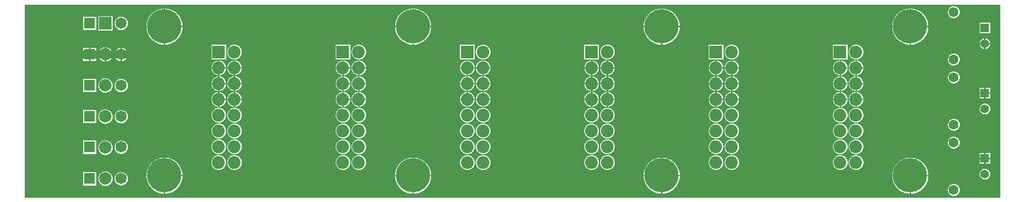
<source format=gtl>
%FSLAX33Y33*%
%MOMM*%
%AMRect-W1400000-H1400000-RO0.500*
21,1,1.4,1.4,0.,0.,270*%
%ADD10C,0.0508*%
%ADD11C,1.3*%
%ADD12C,0.68834*%
%ADD13R,1.82X1.82*%
%ADD14C,1.82*%
%ADD15C,5.5*%
%ADD16R,2.049999X2.049999*%
%ADD17C,2.049999*%
%ADD18C,1.6*%
%ADD19R,2.X2.*%
%ADD20C,2.*%
%ADD21C,1.4*%
%ADD22Rect-W1400000-H1400000-RO0.500*%
D10*
%LNpour fill*%
G01*
X157425Y31475D02*
X157425Y31475D01*
X0525Y31475*
X0525Y0525*
X157425Y0525*
X157425Y31475*
X150259Y29335D02*
X150259Y29335D01*
X150263Y29336*
X150503Y29436*
X150506Y29437*
X150712Y29595*
X150715Y29598*
X150873Y29804*
X150874Y29807*
X150974Y30047*
X150975Y30051*
X151009Y30308*
X151009Y30312*
X150975Y30569*
X150974Y30573*
X150874Y30813*
X150873Y30816*
X150715Y31022*
X150712Y31025*
X150506Y31183*
X150503Y31184*
X150263Y31284*
X150259Y31285*
X150002Y31319*
X149998Y31319*
X149741Y31285*
X149737Y31284*
X149497Y31184*
X149494Y31183*
X149288Y31025*
X149285Y31022*
X149127Y30816*
X149126Y30813*
X149026Y30573*
X149025Y30569*
X148991Y30312*
X148991Y30308*
X149025Y30051*
X149026Y30047*
X149126Y29807*
X149127Y29804*
X149285Y29598*
X149288Y29595*
X149494Y29437*
X149497Y29436*
X149737Y29336*
X149741Y29335*
X149998Y29301*
X150002Y29301*
X150259Y29335*
X145953Y28078D02*
X145953Y28078D01*
X145923Y28462*
X145923Y28464*
X145815Y28914*
X145814Y28915*
X145637Y29343*
X145636Y29344*
X145395Y29739*
X145394Y29740*
X145093Y30092*
X145092Y30093*
X144740Y30394*
X144739Y30395*
X144344Y30636*
X144343Y30637*
X143915Y30814*
X143914Y30815*
X143464Y30923*
X143462Y30923*
X143078Y30953*
X143062Y30938*
X143062Y28077*
X143077Y28062*
X145938Y28062*
X145953Y28078*
X142938Y28077D02*
X142938Y28077D01*
X142938Y30938*
X142922Y30953*
X142538Y30923*
X142536Y30923*
X142086Y30815*
X142085Y30814*
X141657Y30637*
X141656Y30636*
X141261Y30395*
X141260Y30394*
X140908Y30093*
X140907Y30092*
X140606Y29740*
X140605Y29739*
X140364Y29344*
X140363Y29343*
X140186Y28915*
X140185Y28914*
X140077Y28464*
X140077Y28462*
X140047Y28078*
X140062Y28062*
X142923Y28062*
X142938Y28077*
X105953Y28078D02*
X105953Y28078D01*
X105923Y28462*
X105923Y28464*
X105815Y28914*
X105814Y28915*
X105637Y29343*
X105636Y29344*
X105395Y29739*
X105394Y29740*
X105093Y30092*
X105092Y30093*
X104740Y30394*
X104739Y30395*
X104344Y30636*
X104343Y30637*
X103915Y30814*
X103914Y30815*
X103464Y30923*
X103462Y30923*
X103078Y30953*
X103062Y30938*
X103062Y28077*
X103077Y28062*
X105938Y28062*
X105953Y28078*
X102938Y28077D02*
X102938Y28077D01*
X102938Y30938*
X102922Y30953*
X102538Y30923*
X102536Y30923*
X102086Y30815*
X102085Y30814*
X101657Y30637*
X101656Y30636*
X101261Y30395*
X101260Y30394*
X100908Y30093*
X100907Y30092*
X100606Y29740*
X100605Y29739*
X100364Y29344*
X100363Y29343*
X100186Y28915*
X100185Y28914*
X100077Y28464*
X100077Y28462*
X100047Y28078*
X100062Y28062*
X102923Y28062*
X102938Y28077*
X65953Y28078D02*
X65953Y28078D01*
X65923Y28462*
X65923Y28464*
X65815Y28914*
X65814Y28915*
X65637Y29343*
X65636Y29344*
X65395Y29739*
X65394Y29740*
X65093Y30092*
X65092Y30093*
X64740Y30394*
X64739Y30395*
X64344Y30636*
X64343Y30637*
X63915Y30814*
X63914Y30815*
X63464Y30923*
X63462Y30923*
X63078Y30953*
X63062Y30938*
X63062Y28077*
X63077Y28062*
X65938Y28062*
X65953Y28078*
X62938Y28077D02*
X62938Y28077D01*
X62938Y30938*
X62922Y30953*
X62538Y30923*
X62536Y30923*
X62086Y30815*
X62085Y30814*
X61657Y30637*
X61656Y30636*
X61261Y30395*
X61260Y30394*
X60908Y30093*
X60907Y30092*
X60606Y29740*
X60605Y29739*
X60364Y29344*
X60363Y29343*
X60186Y28915*
X60185Y28914*
X60077Y28464*
X60077Y28462*
X60047Y28078*
X60062Y28062*
X62923Y28062*
X62938Y28077*
X25953Y28078D02*
X25953Y28078D01*
X25923Y28462*
X25923Y28464*
X25815Y28914*
X25814Y28915*
X25637Y29343*
X25636Y29344*
X25395Y29739*
X25394Y29740*
X25093Y30092*
X25092Y30093*
X24740Y30394*
X24739Y30395*
X24344Y30636*
X24343Y30637*
X23915Y30814*
X23914Y30815*
X23464Y30923*
X23462Y30923*
X23078Y30953*
X23062Y30938*
X23062Y28077*
X23077Y28062*
X25938Y28062*
X25953Y28078*
X22938Y28077D02*
X22938Y28077D01*
X22938Y30938*
X22922Y30953*
X22538Y30923*
X22536Y30923*
X22086Y30815*
X22085Y30814*
X21657Y30637*
X21656Y30636*
X21261Y30395*
X21260Y30394*
X20908Y30093*
X20907Y30092*
X20606Y29740*
X20605Y29739*
X20364Y29344*
X20363Y29343*
X20186Y28915*
X20185Y28914*
X20077Y28464*
X20077Y28462*
X20047Y28078*
X20062Y28062*
X22923Y28062*
X22938Y28077*
X12070Y27404D02*
X12070Y27404D01*
X12070Y29596*
X12056Y29610*
X9864Y29610*
X9850Y29596*
X9850Y27404*
X9864Y27390*
X12056Y27390*
X12070Y27404*
X16328Y27418D02*
X16328Y27418D01*
X16331Y27419*
X16598Y27529*
X16601Y27531*
X16831Y27707*
X16833Y27709*
X17009Y27939*
X17011Y27942*
X17121Y28209*
X17122Y28212*
X17160Y28498*
X17160Y28502*
X17122Y28788*
X17121Y28791*
X17011Y29058*
X17009Y29061*
X16833Y29291*
X16831Y29293*
X16601Y29469*
X16598Y29471*
X16331Y29581*
X16328Y29582*
X16042Y29620*
X16038Y29620*
X15752Y29582*
X15749Y29581*
X15482Y29471*
X15479Y29469*
X15249Y29293*
X15247Y29291*
X15071Y29061*
X15069Y29058*
X14959Y28791*
X14958Y28788*
X14920Y28502*
X14920Y28498*
X14958Y28212*
X14959Y28209*
X15069Y27942*
X15071Y27939*
X15247Y27709*
X15249Y27707*
X15479Y27531*
X15482Y27529*
X15749Y27419*
X15752Y27418*
X16038Y27380*
X16042Y27380*
X16328Y27418*
X14700Y27314D02*
X14700Y27314D01*
X14700Y29686*
X14686Y29700*
X12314Y29700*
X12300Y29686*
X12300Y27314*
X12314Y27300*
X14686Y27300*
X14700Y27314*
X155900Y26884D02*
X155900Y26884D01*
X155900Y28656*
X155886Y28670*
X154114Y28670*
X154100Y28656*
X154100Y26884*
X154114Y26870*
X155886Y26870*
X155900Y26884*
X155898Y25309D02*
X155898Y25309D01*
X155877Y25463*
X155877Y25467*
X155787Y25683*
X155785Y25685*
X155643Y25871*
X155641Y25873*
X155455Y26015*
X155453Y26017*
X155237Y26107*
X155233Y26107*
X155079Y26128*
X155062Y26113*
X155062Y25307*
X155077Y25292*
X155883Y25292*
X155898Y25309*
X154938Y25307D02*
X154938Y25307D01*
X154938Y26113*
X154921Y26128*
X154767Y26107*
X154763Y26107*
X154547Y26017*
X154545Y26015*
X154359Y25873*
X154357Y25871*
X154215Y25685*
X154213Y25683*
X154123Y25467*
X154123Y25463*
X154102Y25309*
X154117Y25292*
X154923Y25292*
X154938Y25307*
X23462Y25077D02*
X23462Y25077D01*
X23464Y25077*
X23914Y25185*
X23915Y25186*
X24343Y25363*
X24344Y25364*
X24739Y25605*
X24740Y25606*
X25092Y25907*
X25093Y25908*
X25394Y26260*
X25395Y26261*
X25636Y26656*
X25637Y26657*
X25814Y27085*
X25815Y27086*
X25923Y27536*
X25923Y27538*
X25953Y27922*
X25938Y27938*
X23077Y27938*
X23062Y27923*
X23062Y25062*
X23078Y25047*
X23462Y25077*
X22938Y25062D02*
X22938Y25062D01*
X22938Y27923*
X22923Y27938*
X20062Y27938*
X20047Y27922*
X20077Y27538*
X20077Y27536*
X20185Y27086*
X20186Y27085*
X20363Y26657*
X20364Y26656*
X20605Y26261*
X20606Y26260*
X20907Y25908*
X20908Y25907*
X21260Y25606*
X21261Y25605*
X21656Y25364*
X21657Y25363*
X22085Y25186*
X22086Y25185*
X22536Y25077*
X22538Y25077*
X22922Y25047*
X22938Y25062*
X63462Y25077D02*
X63462Y25077D01*
X63464Y25077*
X63914Y25185*
X63915Y25186*
X64343Y25363*
X64344Y25364*
X64739Y25605*
X64740Y25606*
X65092Y25907*
X65093Y25908*
X65394Y26260*
X65395Y26261*
X65636Y26656*
X65637Y26657*
X65814Y27085*
X65815Y27086*
X65923Y27536*
X65923Y27538*
X65953Y27922*
X65938Y27938*
X63077Y27938*
X63062Y27923*
X63062Y25062*
X63078Y25047*
X63462Y25077*
X62938Y25062D02*
X62938Y25062D01*
X62938Y27923*
X62923Y27938*
X60062Y27938*
X60047Y27922*
X60077Y27538*
X60077Y27536*
X60185Y27086*
X60186Y27085*
X60363Y26657*
X60364Y26656*
X60605Y26261*
X60606Y26260*
X60907Y25908*
X60908Y25907*
X61260Y25606*
X61261Y25605*
X61656Y25364*
X61657Y25363*
X62085Y25186*
X62086Y25185*
X62536Y25077*
X62538Y25077*
X62922Y25047*
X62938Y25062*
X143462Y25077D02*
X143462Y25077D01*
X143464Y25077*
X143914Y25185*
X143915Y25186*
X144343Y25363*
X144344Y25364*
X144739Y25605*
X144740Y25606*
X145092Y25907*
X145093Y25908*
X145394Y26260*
X145395Y26261*
X145636Y26656*
X145637Y26657*
X145814Y27085*
X145815Y27086*
X145923Y27536*
X145923Y27538*
X145953Y27922*
X145938Y27938*
X143077Y27938*
X143062Y27923*
X143062Y25062*
X143078Y25047*
X143462Y25077*
X142938Y25062D02*
X142938Y25062D01*
X142938Y27923*
X142923Y27938*
X140062Y27938*
X140047Y27922*
X140077Y27538*
X140077Y27536*
X140185Y27086*
X140186Y27085*
X140363Y26657*
X140364Y26656*
X140605Y26261*
X140606Y26260*
X140907Y25908*
X140908Y25907*
X141260Y25606*
X141261Y25605*
X141656Y25364*
X141657Y25363*
X142085Y25186*
X142086Y25185*
X142536Y25077*
X142538Y25077*
X142922Y25047*
X142938Y25062*
X103462Y25077D02*
X103462Y25077D01*
X103464Y25077*
X103914Y25185*
X103915Y25186*
X104343Y25363*
X104344Y25364*
X104739Y25605*
X104740Y25606*
X105092Y25907*
X105093Y25908*
X105394Y26260*
X105395Y26261*
X105636Y26656*
X105637Y26657*
X105814Y27085*
X105815Y27086*
X105923Y27536*
X105923Y27538*
X105953Y27922*
X105938Y27938*
X103077Y27938*
X103062Y27923*
X103062Y25062*
X103078Y25047*
X103462Y25077*
X102938Y25062D02*
X102938Y25062D01*
X102938Y27923*
X102923Y27938*
X100062Y27938*
X100047Y27922*
X100077Y27538*
X100077Y27536*
X100185Y27086*
X100186Y27085*
X100363Y26657*
X100364Y26656*
X100605Y26261*
X100606Y26260*
X100907Y25908*
X100908Y25907*
X101260Y25606*
X101261Y25605*
X101656Y25364*
X101657Y25363*
X102085Y25186*
X102086Y25185*
X102536Y25077*
X102538Y25077*
X102922Y25047*
X102938Y25062*
X155233Y24353D02*
X155233Y24353D01*
X155237Y24353*
X155453Y24443*
X155455Y24445*
X155641Y24587*
X155643Y24589*
X155785Y24775*
X155787Y24777*
X155877Y24993*
X155877Y24997*
X155898Y25151*
X155883Y25168*
X155077Y25168*
X155062Y25153*
X155062Y24347*
X155079Y24332*
X155233Y24353*
X154938Y24347D02*
X154938Y24347D01*
X154938Y25153*
X154923Y25168*
X154117Y25168*
X154102Y25151*
X154123Y24997*
X154123Y24993*
X154213Y24777*
X154215Y24775*
X154357Y24589*
X154359Y24587*
X154545Y24445*
X154547Y24443*
X154763Y24353*
X154767Y24353*
X154921Y24332*
X154938Y24347*
X17150Y23579D02*
X17150Y23579D01*
X17122Y23788*
X17121Y23791*
X17011Y24058*
X17009Y24061*
X16833Y24291*
X16831Y24293*
X16601Y24469*
X16598Y24471*
X16331Y24581*
X16328Y24582*
X16119Y24610*
X16102Y24594*
X16102Y23577*
X16117Y23562*
X17134Y23562*
X17150Y23579*
X15978Y23577D02*
X15978Y23577D01*
X15978Y24594*
X15961Y24610*
X15752Y24582*
X15749Y24581*
X15482Y24471*
X15479Y24469*
X15249Y24293*
X15247Y24291*
X15071Y24061*
X15069Y24058*
X14959Y23791*
X14958Y23788*
X14930Y23579*
X14946Y23562*
X15963Y23562*
X15978Y23577*
X14698Y23579D02*
X14698Y23579D01*
X14683Y23734*
X14683Y23737*
X14615Y23960*
X14614Y23963*
X14504Y24169*
X14502Y24171*
X14354Y24352*
X14352Y24354*
X14171Y24502*
X14169Y24504*
X13963Y24614*
X13960Y24615*
X13737Y24683*
X13734Y24683*
X13579Y24698*
X13562Y24683*
X13562Y23577*
X13577Y23562*
X14683Y23562*
X14698Y23579*
X13438Y23577D02*
X13438Y23577D01*
X13438Y24683*
X13421Y24698*
X13266Y24683*
X13263Y24683*
X13040Y24615*
X13037Y24614*
X12831Y24504*
X12829Y24502*
X12648Y24354*
X12646Y24352*
X12498Y24171*
X12496Y24169*
X12386Y23963*
X12385Y23960*
X12317Y23737*
X12317Y23734*
X12302Y23579*
X12317Y23562*
X13423Y23562*
X13438Y23577*
X12070Y23577D02*
X12070Y23577D01*
X12070Y24596*
X12056Y24610*
X11037Y24610*
X11022Y24596*
X11022Y23577*
X11037Y23562*
X12056Y23562*
X12070Y23577*
X10898Y23577D02*
X10898Y23577D01*
X10898Y24596*
X10883Y24610*
X9864Y24610*
X9850Y24596*
X9850Y23577*
X9864Y23562*
X10883Y23562*
X10898Y23577*
X132955Y22679D02*
X132955Y22679D01*
X132955Y25101*
X132941Y25115*
X130519Y25115*
X130505Y25101*
X130505Y22679*
X130519Y22665*
X132941Y22665*
X132955Y22679*
X112955Y22679D02*
X112955Y22679D01*
X112955Y25101*
X112941Y25115*
X110519Y25115*
X110505Y25101*
X110505Y22679*
X110519Y22665*
X112941Y22665*
X112955Y22679*
X92955Y22679D02*
X92955Y22679D01*
X92955Y25101*
X92941Y25115*
X90519Y25115*
X90505Y25101*
X90505Y22679*
X90519Y22665*
X92941Y22665*
X92955Y22679*
X72955Y22679D02*
X72955Y22679D01*
X72955Y25101*
X72941Y25115*
X70519Y25115*
X70505Y25101*
X70505Y22679*
X70519Y22665*
X72941Y22665*
X72955Y22679*
X52955Y22679D02*
X52955Y22679D01*
X52955Y25101*
X52941Y25115*
X50519Y25115*
X50505Y25101*
X50505Y22679*
X50519Y22665*
X52941Y22665*
X52955Y22679*
X32955Y22679D02*
X32955Y22679D01*
X32955Y25101*
X32941Y25115*
X30519Y25115*
X30505Y25101*
X30505Y22679*
X30519Y22665*
X32941Y22665*
X32955Y22679*
X134509Y22682D02*
X134509Y22682D01*
X134511Y22683*
X134740Y22752*
X134742Y22753*
X134953Y22866*
X134955Y22867*
X135140Y23019*
X135141Y23020*
X135293Y23205*
X135294Y23207*
X135407Y23418*
X135408Y23420*
X135477Y23649*
X135478Y23651*
X135501Y23889*
X135501Y23891*
X135478Y24129*
X135477Y24131*
X135408Y24360*
X135407Y24362*
X135294Y24573*
X135293Y24575*
X135141Y24760*
X135140Y24761*
X134955Y24913*
X134953Y24914*
X134742Y25027*
X134740Y25028*
X134511Y25097*
X134509Y25098*
X134271Y25121*
X134269Y25121*
X134031Y25098*
X134029Y25097*
X133800Y25028*
X133798Y25027*
X133587Y24914*
X133585Y24913*
X133400Y24761*
X133399Y24760*
X133247Y24575*
X133246Y24573*
X133133Y24362*
X133132Y24360*
X133063Y24131*
X133062Y24129*
X133039Y23891*
X133039Y23889*
X133062Y23651*
X133063Y23649*
X133132Y23420*
X133133Y23418*
X133246Y23207*
X133247Y23205*
X133399Y23020*
X133400Y23019*
X133585Y22867*
X133587Y22866*
X133798Y22753*
X133800Y22752*
X134029Y22683*
X134031Y22682*
X134269Y22659*
X134271Y22659*
X134509Y22682*
X114509Y22682D02*
X114509Y22682D01*
X114511Y22683*
X114740Y22752*
X114742Y22753*
X114953Y22866*
X114955Y22867*
X115140Y23019*
X115141Y23020*
X115293Y23205*
X115294Y23207*
X115407Y23418*
X115408Y23420*
X115477Y23649*
X115478Y23651*
X115501Y23889*
X115501Y23891*
X115478Y24129*
X115477Y24131*
X115408Y24360*
X115407Y24362*
X115294Y24573*
X115293Y24575*
X115141Y24760*
X115140Y24761*
X114955Y24913*
X114953Y24914*
X114742Y25027*
X114740Y25028*
X114511Y25097*
X114509Y25098*
X114271Y25121*
X114269Y25121*
X114031Y25098*
X114029Y25097*
X113800Y25028*
X113798Y25027*
X113587Y24914*
X113585Y24913*
X113400Y24761*
X113399Y24760*
X113247Y24575*
X113246Y24573*
X113133Y24362*
X113132Y24360*
X113063Y24131*
X113062Y24129*
X113039Y23891*
X113039Y23889*
X113062Y23651*
X113063Y23649*
X113132Y23420*
X113133Y23418*
X113246Y23207*
X113247Y23205*
X113399Y23020*
X113400Y23019*
X113585Y22867*
X113587Y22866*
X113798Y22753*
X113800Y22752*
X114029Y22683*
X114031Y22682*
X114269Y22659*
X114271Y22659*
X114509Y22682*
X94509Y22682D02*
X94509Y22682D01*
X94511Y22683*
X94740Y22752*
X94742Y22753*
X94953Y22866*
X94955Y22867*
X95140Y23019*
X95141Y23020*
X95293Y23205*
X95294Y23207*
X95407Y23418*
X95408Y23420*
X95477Y23649*
X95478Y23651*
X95501Y23889*
X95501Y23891*
X95478Y24129*
X95477Y24131*
X95408Y24360*
X95407Y24362*
X95294Y24573*
X95293Y24575*
X95141Y24760*
X95140Y24761*
X94955Y24913*
X94953Y24914*
X94742Y25027*
X94740Y25028*
X94511Y25097*
X94509Y25098*
X94271Y25121*
X94269Y25121*
X94031Y25098*
X94029Y25097*
X93800Y25028*
X93798Y25027*
X93587Y24914*
X93585Y24913*
X93400Y24761*
X93399Y24760*
X93247Y24575*
X93246Y24573*
X93133Y24362*
X93132Y24360*
X93063Y24131*
X93062Y24129*
X93039Y23891*
X93039Y23889*
X93062Y23651*
X93063Y23649*
X93132Y23420*
X93133Y23418*
X93246Y23207*
X93247Y23205*
X93399Y23020*
X93400Y23019*
X93585Y22867*
X93587Y22866*
X93798Y22753*
X93800Y22752*
X94029Y22683*
X94031Y22682*
X94269Y22659*
X94271Y22659*
X94509Y22682*
X74509Y22682D02*
X74509Y22682D01*
X74511Y22683*
X74740Y22752*
X74742Y22753*
X74953Y22866*
X74955Y22867*
X75140Y23019*
X75141Y23020*
X75293Y23205*
X75294Y23207*
X75407Y23418*
X75408Y23420*
X75477Y23649*
X75478Y23651*
X75501Y23889*
X75501Y23891*
X75478Y24129*
X75477Y24131*
X75408Y24360*
X75407Y24362*
X75294Y24573*
X75293Y24575*
X75141Y24760*
X75140Y24761*
X74955Y24913*
X74953Y24914*
X74742Y25027*
X74740Y25028*
X74511Y25097*
X74509Y25098*
X74271Y25121*
X74269Y25121*
X74031Y25098*
X74029Y25097*
X73800Y25028*
X73798Y25027*
X73587Y24914*
X73585Y24913*
X73400Y24761*
X73399Y24760*
X73247Y24575*
X73246Y24573*
X73133Y24362*
X73132Y24360*
X73063Y24131*
X73062Y24129*
X73039Y23891*
X73039Y23889*
X73062Y23651*
X73063Y23649*
X73132Y23420*
X73133Y23418*
X73246Y23207*
X73247Y23205*
X73399Y23020*
X73400Y23019*
X73585Y22867*
X73587Y22866*
X73798Y22753*
X73800Y22752*
X74029Y22683*
X74031Y22682*
X74269Y22659*
X74271Y22659*
X74509Y22682*
X54509Y22682D02*
X54509Y22682D01*
X54511Y22683*
X54740Y22752*
X54742Y22753*
X54953Y22866*
X54955Y22867*
X55140Y23019*
X55141Y23020*
X55293Y23205*
X55294Y23207*
X55407Y23418*
X55408Y23420*
X55477Y23649*
X55478Y23651*
X55501Y23889*
X55501Y23891*
X55478Y24129*
X55477Y24131*
X55408Y24360*
X55407Y24362*
X55294Y24573*
X55293Y24575*
X55141Y24760*
X55140Y24761*
X54955Y24913*
X54953Y24914*
X54742Y25027*
X54740Y25028*
X54511Y25097*
X54509Y25098*
X54271Y25121*
X54269Y25121*
X54031Y25098*
X54029Y25097*
X53800Y25028*
X53798Y25027*
X53587Y24914*
X53585Y24913*
X53400Y24761*
X53399Y24760*
X53247Y24575*
X53246Y24573*
X53133Y24362*
X53132Y24360*
X53063Y24131*
X53062Y24129*
X53039Y23891*
X53039Y23889*
X53062Y23651*
X53063Y23649*
X53132Y23420*
X53133Y23418*
X53246Y23207*
X53247Y23205*
X53399Y23020*
X53400Y23019*
X53585Y22867*
X53587Y22866*
X53798Y22753*
X53800Y22752*
X54029Y22683*
X54031Y22682*
X54269Y22659*
X54271Y22659*
X54509Y22682*
X34509Y22682D02*
X34509Y22682D01*
X34511Y22683*
X34740Y22752*
X34742Y22753*
X34953Y22866*
X34955Y22867*
X35140Y23019*
X35141Y23020*
X35293Y23205*
X35294Y23207*
X35407Y23418*
X35408Y23420*
X35477Y23649*
X35478Y23651*
X35501Y23889*
X35501Y23891*
X35478Y24129*
X35477Y24131*
X35408Y24360*
X35407Y24362*
X35294Y24573*
X35293Y24575*
X35141Y24760*
X35140Y24761*
X34955Y24913*
X34953Y24914*
X34742Y25027*
X34740Y25028*
X34511Y25097*
X34509Y25098*
X34271Y25121*
X34269Y25121*
X34031Y25098*
X34029Y25097*
X33800Y25028*
X33798Y25027*
X33587Y24914*
X33585Y24913*
X33400Y24761*
X33399Y24760*
X33247Y24575*
X33246Y24573*
X33133Y24362*
X33132Y24360*
X33063Y24131*
X33062Y24129*
X33039Y23891*
X33039Y23889*
X33062Y23651*
X33063Y23649*
X33132Y23420*
X33133Y23418*
X33246Y23207*
X33247Y23205*
X33399Y23020*
X33400Y23019*
X33585Y22867*
X33587Y22866*
X33798Y22753*
X33800Y22752*
X34029Y22683*
X34031Y22682*
X34269Y22659*
X34271Y22659*
X34509Y22682*
X16328Y22418D02*
X16328Y22418D01*
X16331Y22419*
X16598Y22529*
X16601Y22531*
X16831Y22707*
X16833Y22709*
X17009Y22939*
X17011Y22942*
X17121Y23209*
X17122Y23212*
X17150Y23421*
X17134Y23438*
X16117Y23438*
X16102Y23423*
X16102Y22406*
X16119Y22390*
X16328Y22418*
X15978Y22406D02*
X15978Y22406D01*
X15978Y23423*
X15963Y23438*
X14946Y23438*
X14930Y23421*
X14958Y23212*
X14959Y23209*
X15069Y22942*
X15071Y22939*
X15247Y22709*
X15249Y22707*
X15479Y22531*
X15482Y22529*
X15749Y22419*
X15752Y22418*
X15961Y22390*
X15978Y22406*
X12070Y22404D02*
X12070Y22404D01*
X12070Y23423*
X12056Y23438*
X11037Y23438*
X11022Y23423*
X11022Y22404*
X11037Y22390*
X12056Y22390*
X12070Y22404*
X10898Y22404D02*
X10898Y22404D01*
X10898Y23423*
X10883Y23438*
X9864Y23438*
X9850Y23423*
X9850Y22404*
X9864Y22390*
X10883Y22390*
X10898Y22404*
X13734Y22317D02*
X13734Y22317D01*
X13737Y22317*
X13960Y22385*
X13963Y22386*
X14169Y22496*
X14171Y22498*
X14352Y22646*
X14354Y22648*
X14502Y22829*
X14504Y22831*
X14614Y23037*
X14615Y23040*
X14683Y23263*
X14683Y23266*
X14698Y23421*
X14683Y23438*
X13577Y23438*
X13562Y23423*
X13562Y22317*
X13579Y22302*
X13734Y22317*
X13438Y22317D02*
X13438Y22317D01*
X13438Y23423*
X13423Y23438*
X12317Y23438*
X12302Y23421*
X12317Y23266*
X12317Y23263*
X12385Y23040*
X12386Y23037*
X12496Y22831*
X12498Y22829*
X12646Y22648*
X12648Y22646*
X12829Y22498*
X12831Y22496*
X13037Y22386*
X13040Y22385*
X13263Y22317*
X13266Y22317*
X13421Y22302*
X13438Y22317*
X150259Y21715D02*
X150259Y21715D01*
X150263Y21716*
X150503Y21816*
X150506Y21817*
X150712Y21975*
X150715Y21978*
X150873Y22184*
X150874Y22187*
X150974Y22427*
X150975Y22431*
X151009Y22688*
X151009Y22692*
X150975Y22949*
X150974Y22953*
X150874Y23193*
X150873Y23196*
X150715Y23402*
X150712Y23405*
X150506Y23563*
X150503Y23564*
X150263Y23664*
X150259Y23665*
X150002Y23699*
X149998Y23699*
X149741Y23665*
X149737Y23664*
X149497Y23564*
X149494Y23563*
X149288Y23405*
X149285Y23402*
X149127Y23196*
X149126Y23193*
X149026Y22953*
X149025Y22949*
X148991Y22692*
X148991Y22688*
X149025Y22431*
X149026Y22427*
X149126Y22187*
X149127Y22184*
X149285Y21978*
X149288Y21975*
X149494Y21817*
X149497Y21816*
X149737Y21716*
X149741Y21715*
X149998Y21681*
X150002Y21681*
X150259Y21715*
X135494Y21429D02*
X135494Y21429D01*
X135478Y21589*
X135477Y21591*
X135408Y21820*
X135407Y21822*
X135294Y22033*
X135293Y22035*
X135141Y22220*
X135140Y22221*
X134955Y22373*
X134953Y22374*
X134742Y22487*
X134740Y22488*
X134511Y22557*
X134509Y22558*
X134349Y22574*
X134332Y22558*
X134332Y21427*
X134347Y21412*
X135478Y21412*
X135494Y21429*
X134208Y21427D02*
X134208Y21427D01*
X134208Y22558*
X134191Y22574*
X134031Y22558*
X134029Y22557*
X133800Y22488*
X133798Y22487*
X133587Y22374*
X133585Y22373*
X133400Y22221*
X133399Y22220*
X133247Y22035*
X133246Y22033*
X133133Y21822*
X133132Y21820*
X133063Y21591*
X133062Y21589*
X133046Y21429*
X133062Y21412*
X134193Y21412*
X134208Y21427*
X132954Y21429D02*
X132954Y21429D01*
X132938Y21589*
X132937Y21591*
X132868Y21820*
X132867Y21822*
X132754Y22033*
X132753Y22035*
X132601Y22220*
X132600Y22221*
X132415Y22373*
X132413Y22374*
X132202Y22487*
X132200Y22488*
X131971Y22557*
X131969Y22558*
X131809Y22574*
X131792Y22558*
X131792Y21427*
X131807Y21412*
X132938Y21412*
X132954Y21429*
X131668Y21427D02*
X131668Y21427D01*
X131668Y22558*
X131651Y22574*
X131491Y22558*
X131489Y22557*
X131260Y22488*
X131258Y22487*
X131047Y22374*
X131045Y22373*
X130860Y22221*
X130859Y22220*
X130707Y22035*
X130706Y22033*
X130593Y21822*
X130592Y21820*
X130523Y21591*
X130522Y21589*
X130506Y21429*
X130522Y21412*
X131653Y21412*
X131668Y21427*
X115494Y21429D02*
X115494Y21429D01*
X115478Y21589*
X115477Y21591*
X115408Y21820*
X115407Y21822*
X115294Y22033*
X115293Y22035*
X115141Y22220*
X115140Y22221*
X114955Y22373*
X114953Y22374*
X114742Y22487*
X114740Y22488*
X114511Y22557*
X114509Y22558*
X114349Y22574*
X114332Y22558*
X114332Y21427*
X114347Y21412*
X115478Y21412*
X115494Y21429*
X114208Y21427D02*
X114208Y21427D01*
X114208Y22558*
X114191Y22574*
X114031Y22558*
X114029Y22557*
X113800Y22488*
X113798Y22487*
X113587Y22374*
X113585Y22373*
X113400Y22221*
X113399Y22220*
X113247Y22035*
X113246Y22033*
X113133Y21822*
X113132Y21820*
X113063Y21591*
X113062Y21589*
X113046Y21429*
X113062Y21412*
X114193Y21412*
X114208Y21427*
X112954Y21429D02*
X112954Y21429D01*
X112938Y21589*
X112937Y21591*
X112868Y21820*
X112867Y21822*
X112754Y22033*
X112753Y22035*
X112601Y22220*
X112600Y22221*
X112415Y22373*
X112413Y22374*
X112202Y22487*
X112200Y22488*
X111971Y22557*
X111969Y22558*
X111809Y22574*
X111792Y22558*
X111792Y21427*
X111807Y21412*
X112938Y21412*
X112954Y21429*
X111668Y21427D02*
X111668Y21427D01*
X111668Y22558*
X111651Y22574*
X111491Y22558*
X111489Y22557*
X111260Y22488*
X111258Y22487*
X111047Y22374*
X111045Y22373*
X110860Y22221*
X110859Y22220*
X110707Y22035*
X110706Y22033*
X110593Y21822*
X110592Y21820*
X110523Y21591*
X110522Y21589*
X110506Y21429*
X110522Y21412*
X111653Y21412*
X111668Y21427*
X95494Y21429D02*
X95494Y21429D01*
X95478Y21589*
X95477Y21591*
X95408Y21820*
X95407Y21822*
X95294Y22033*
X95293Y22035*
X95141Y22220*
X95140Y22221*
X94955Y22373*
X94953Y22374*
X94742Y22487*
X94740Y22488*
X94511Y22557*
X94509Y22558*
X94349Y22574*
X94332Y22558*
X94332Y21427*
X94347Y21412*
X95478Y21412*
X95494Y21429*
X94208Y21427D02*
X94208Y21427D01*
X94208Y22558*
X94191Y22574*
X94031Y22558*
X94029Y22557*
X93800Y22488*
X93798Y22487*
X93587Y22374*
X93585Y22373*
X93400Y22221*
X93399Y22220*
X93247Y22035*
X93246Y22033*
X93133Y21822*
X93132Y21820*
X93063Y21591*
X93062Y21589*
X93046Y21429*
X93062Y21412*
X94193Y21412*
X94208Y21427*
X92954Y21429D02*
X92954Y21429D01*
X92938Y21589*
X92937Y21591*
X92868Y21820*
X92867Y21822*
X92754Y22033*
X92753Y22035*
X92601Y22220*
X92600Y22221*
X92415Y22373*
X92413Y22374*
X92202Y22487*
X92200Y22488*
X91971Y22557*
X91969Y22558*
X91809Y22574*
X91792Y22558*
X91792Y21427*
X91807Y21412*
X92938Y21412*
X92954Y21429*
X91668Y21427D02*
X91668Y21427D01*
X91668Y22558*
X91651Y22574*
X91491Y22558*
X91489Y22557*
X91260Y22488*
X91258Y22487*
X91047Y22374*
X91045Y22373*
X90860Y22221*
X90859Y22220*
X90707Y22035*
X90706Y22033*
X90593Y21822*
X90592Y21820*
X90523Y21591*
X90522Y21589*
X90506Y21429*
X90522Y21412*
X91653Y21412*
X91668Y21427*
X75494Y21429D02*
X75494Y21429D01*
X75478Y21589*
X75477Y21591*
X75408Y21820*
X75407Y21822*
X75294Y22033*
X75293Y22035*
X75141Y22220*
X75140Y22221*
X74955Y22373*
X74953Y22374*
X74742Y22487*
X74740Y22488*
X74511Y22557*
X74509Y22558*
X74349Y22574*
X74332Y22558*
X74332Y21427*
X74347Y21412*
X75478Y21412*
X75494Y21429*
X74208Y21427D02*
X74208Y21427D01*
X74208Y22558*
X74191Y22574*
X74031Y22558*
X74029Y22557*
X73800Y22488*
X73798Y22487*
X73587Y22374*
X73585Y22373*
X73400Y22221*
X73399Y22220*
X73247Y22035*
X73246Y22033*
X73133Y21822*
X73132Y21820*
X73063Y21591*
X73062Y21589*
X73046Y21429*
X73062Y21412*
X74193Y21412*
X74208Y21427*
X72954Y21429D02*
X72954Y21429D01*
X72938Y21589*
X72937Y21591*
X72868Y21820*
X72867Y21822*
X72754Y22033*
X72753Y22035*
X72601Y22220*
X72600Y22221*
X72415Y22373*
X72413Y22374*
X72202Y22487*
X72200Y22488*
X71971Y22557*
X71969Y22558*
X71809Y22574*
X71792Y22558*
X71792Y21427*
X71807Y21412*
X72938Y21412*
X72954Y21429*
X71668Y21427D02*
X71668Y21427D01*
X71668Y22558*
X71651Y22574*
X71491Y22558*
X71489Y22557*
X71260Y22488*
X71258Y22487*
X71047Y22374*
X71045Y22373*
X70860Y22221*
X70859Y22220*
X70707Y22035*
X70706Y22033*
X70593Y21822*
X70592Y21820*
X70523Y21591*
X70522Y21589*
X70506Y21429*
X70522Y21412*
X71653Y21412*
X71668Y21427*
X55494Y21429D02*
X55494Y21429D01*
X55478Y21589*
X55477Y21591*
X55408Y21820*
X55407Y21822*
X55294Y22033*
X55293Y22035*
X55141Y22220*
X55140Y22221*
X54955Y22373*
X54953Y22374*
X54742Y22487*
X54740Y22488*
X54511Y22557*
X54509Y22558*
X54349Y22574*
X54332Y22558*
X54332Y21427*
X54347Y21412*
X55478Y21412*
X55494Y21429*
X54208Y21427D02*
X54208Y21427D01*
X54208Y22558*
X54191Y22574*
X54031Y22558*
X54029Y22557*
X53800Y22488*
X53798Y22487*
X53587Y22374*
X53585Y22373*
X53400Y22221*
X53399Y22220*
X53247Y22035*
X53246Y22033*
X53133Y21822*
X53132Y21820*
X53063Y21591*
X53062Y21589*
X53046Y21429*
X53062Y21412*
X54193Y21412*
X54208Y21427*
X52954Y21429D02*
X52954Y21429D01*
X52938Y21589*
X52937Y21591*
X52868Y21820*
X52867Y21822*
X52754Y22033*
X52753Y22035*
X52601Y22220*
X52600Y22221*
X52415Y22373*
X52413Y22374*
X52202Y22487*
X52200Y22488*
X51971Y22557*
X51969Y22558*
X51809Y22574*
X51792Y22558*
X51792Y21427*
X51807Y21412*
X52938Y21412*
X52954Y21429*
X51668Y21427D02*
X51668Y21427D01*
X51668Y22558*
X51651Y22574*
X51491Y22558*
X51489Y22557*
X51260Y22488*
X51258Y22487*
X51047Y22374*
X51045Y22373*
X50860Y22221*
X50859Y22220*
X50707Y22035*
X50706Y22033*
X50593Y21822*
X50592Y21820*
X50523Y21591*
X50522Y21589*
X50506Y21429*
X50522Y21412*
X51653Y21412*
X51668Y21427*
X35494Y21429D02*
X35494Y21429D01*
X35478Y21589*
X35477Y21591*
X35408Y21820*
X35407Y21822*
X35294Y22033*
X35293Y22035*
X35141Y22220*
X35140Y22221*
X34955Y22373*
X34953Y22374*
X34742Y22487*
X34740Y22488*
X34511Y22557*
X34509Y22558*
X34349Y22574*
X34332Y22558*
X34332Y21427*
X34347Y21412*
X35478Y21412*
X35494Y21429*
X34208Y21427D02*
X34208Y21427D01*
X34208Y22558*
X34191Y22574*
X34031Y22558*
X34029Y22557*
X33800Y22488*
X33798Y22487*
X33587Y22374*
X33585Y22373*
X33400Y22221*
X33399Y22220*
X33247Y22035*
X33246Y22033*
X33133Y21822*
X33132Y21820*
X33063Y21591*
X33062Y21589*
X33046Y21429*
X33062Y21412*
X34193Y21412*
X34208Y21427*
X32954Y21429D02*
X32954Y21429D01*
X32938Y21589*
X32937Y21591*
X32868Y21820*
X32867Y21822*
X32754Y22033*
X32753Y22035*
X32601Y22220*
X32600Y22221*
X32415Y22373*
X32413Y22374*
X32202Y22487*
X32200Y22488*
X31971Y22557*
X31969Y22558*
X31809Y22574*
X31792Y22558*
X31792Y21427*
X31807Y21412*
X32938Y21412*
X32954Y21429*
X31668Y21427D02*
X31668Y21427D01*
X31668Y22558*
X31651Y22574*
X31491Y22558*
X31489Y22557*
X31260Y22488*
X31258Y22487*
X31047Y22374*
X31045Y22373*
X30860Y22221*
X30859Y22220*
X30707Y22035*
X30706Y22033*
X30593Y21822*
X30592Y21820*
X30523Y21591*
X30522Y21589*
X30506Y21429*
X30522Y21412*
X31653Y21412*
X31668Y21427*
X134509Y20142D02*
X134509Y20142D01*
X134511Y20143*
X134740Y20212*
X134742Y20213*
X134953Y20326*
X134955Y20327*
X135140Y20479*
X135141Y20480*
X135293Y20665*
X135294Y20667*
X135407Y20878*
X135408Y20880*
X135477Y21109*
X135478Y21111*
X135494Y21271*
X135478Y21288*
X134347Y21288*
X134332Y21273*
X134332Y20142*
X134349Y20126*
X134509Y20142*
X134208Y20142D02*
X134208Y20142D01*
X134208Y21273*
X134193Y21288*
X133062Y21288*
X133046Y21271*
X133062Y21111*
X133063Y21109*
X133132Y20880*
X133133Y20878*
X133246Y20667*
X133247Y20665*
X133399Y20480*
X133400Y20479*
X133585Y20327*
X133587Y20326*
X133798Y20213*
X133800Y20212*
X134029Y20143*
X134031Y20142*
X134191Y20126*
X134208Y20142*
X131969Y20142D02*
X131969Y20142D01*
X131971Y20143*
X132200Y20212*
X132202Y20213*
X132413Y20326*
X132415Y20327*
X132600Y20479*
X132601Y20480*
X132753Y20665*
X132754Y20667*
X132867Y20878*
X132868Y20880*
X132937Y21109*
X132938Y21111*
X132954Y21271*
X132938Y21288*
X131807Y21288*
X131792Y21273*
X131792Y20142*
X131809Y20126*
X131969Y20142*
X131668Y20142D02*
X131668Y20142D01*
X131668Y21273*
X131653Y21288*
X130522Y21288*
X130506Y21271*
X130522Y21111*
X130523Y21109*
X130592Y20880*
X130593Y20878*
X130706Y20667*
X130707Y20665*
X130859Y20480*
X130860Y20479*
X131045Y20327*
X131047Y20326*
X131258Y20213*
X131260Y20212*
X131489Y20143*
X131491Y20142*
X131651Y20126*
X131668Y20142*
X114509Y20142D02*
X114509Y20142D01*
X114511Y20143*
X114740Y20212*
X114742Y20213*
X114953Y20326*
X114955Y20327*
X115140Y20479*
X115141Y20480*
X115293Y20665*
X115294Y20667*
X115407Y20878*
X115408Y20880*
X115477Y21109*
X115478Y21111*
X115494Y21271*
X115478Y21288*
X114347Y21288*
X114332Y21273*
X114332Y20142*
X114349Y20126*
X114509Y20142*
X114208Y20142D02*
X114208Y20142D01*
X114208Y21273*
X114193Y21288*
X113062Y21288*
X113046Y21271*
X113062Y21111*
X113063Y21109*
X113132Y20880*
X113133Y20878*
X113246Y20667*
X113247Y20665*
X113399Y20480*
X113400Y20479*
X113585Y20327*
X113587Y20326*
X113798Y20213*
X113800Y20212*
X114029Y20143*
X114031Y20142*
X114191Y20126*
X114208Y20142*
X111969Y20142D02*
X111969Y20142D01*
X111971Y20143*
X112200Y20212*
X112202Y20213*
X112413Y20326*
X112415Y20327*
X112600Y20479*
X112601Y20480*
X112753Y20665*
X112754Y20667*
X112867Y20878*
X112868Y20880*
X112937Y21109*
X112938Y21111*
X112954Y21271*
X112938Y21288*
X111807Y21288*
X111792Y21273*
X111792Y20142*
X111809Y20126*
X111969Y20142*
X111668Y20142D02*
X111668Y20142D01*
X111668Y21273*
X111653Y21288*
X110522Y21288*
X110506Y21271*
X110522Y21111*
X110523Y21109*
X110592Y20880*
X110593Y20878*
X110706Y20667*
X110707Y20665*
X110859Y20480*
X110860Y20479*
X111045Y20327*
X111047Y20326*
X111258Y20213*
X111260Y20212*
X111489Y20143*
X111491Y20142*
X111651Y20126*
X111668Y20142*
X94509Y20142D02*
X94509Y20142D01*
X94511Y20143*
X94740Y20212*
X94742Y20213*
X94953Y20326*
X94955Y20327*
X95140Y20479*
X95141Y20480*
X95293Y20665*
X95294Y20667*
X95407Y20878*
X95408Y20880*
X95477Y21109*
X95478Y21111*
X95494Y21271*
X95478Y21288*
X94347Y21288*
X94332Y21273*
X94332Y20142*
X94349Y20126*
X94509Y20142*
X94208Y20142D02*
X94208Y20142D01*
X94208Y21273*
X94193Y21288*
X93062Y21288*
X93046Y21271*
X93062Y21111*
X93063Y21109*
X93132Y20880*
X93133Y20878*
X93246Y20667*
X93247Y20665*
X93399Y20480*
X93400Y20479*
X93585Y20327*
X93587Y20326*
X93798Y20213*
X93800Y20212*
X94029Y20143*
X94031Y20142*
X94191Y20126*
X94208Y20142*
X91969Y20142D02*
X91969Y20142D01*
X91971Y20143*
X92200Y20212*
X92202Y20213*
X92413Y20326*
X92415Y20327*
X92600Y20479*
X92601Y20480*
X92753Y20665*
X92754Y20667*
X92867Y20878*
X92868Y20880*
X92937Y21109*
X92938Y21111*
X92954Y21271*
X92938Y21288*
X91807Y21288*
X91792Y21273*
X91792Y20142*
X91809Y20126*
X91969Y20142*
X91668Y20142D02*
X91668Y20142D01*
X91668Y21273*
X91653Y21288*
X90522Y21288*
X90506Y21271*
X90522Y21111*
X90523Y21109*
X90592Y20880*
X90593Y20878*
X90706Y20667*
X90707Y20665*
X90859Y20480*
X90860Y20479*
X91045Y20327*
X91047Y20326*
X91258Y20213*
X91260Y20212*
X91489Y20143*
X91491Y20142*
X91651Y20126*
X91668Y20142*
X74509Y20142D02*
X74509Y20142D01*
X74511Y20143*
X74740Y20212*
X74742Y20213*
X74953Y20326*
X74955Y20327*
X75140Y20479*
X75141Y20480*
X75293Y20665*
X75294Y20667*
X75407Y20878*
X75408Y20880*
X75477Y21109*
X75478Y21111*
X75494Y21271*
X75478Y21288*
X74347Y21288*
X74332Y21273*
X74332Y20142*
X74349Y20126*
X74509Y20142*
X74208Y20142D02*
X74208Y20142D01*
X74208Y21273*
X74193Y21288*
X73062Y21288*
X73046Y21271*
X73062Y21111*
X73063Y21109*
X73132Y20880*
X73133Y20878*
X73246Y20667*
X73247Y20665*
X73399Y20480*
X73400Y20479*
X73585Y20327*
X73587Y20326*
X73798Y20213*
X73800Y20212*
X74029Y20143*
X74031Y20142*
X74191Y20126*
X74208Y20142*
X71969Y20142D02*
X71969Y20142D01*
X71971Y20143*
X72200Y20212*
X72202Y20213*
X72413Y20326*
X72415Y20327*
X72600Y20479*
X72601Y20480*
X72753Y20665*
X72754Y20667*
X72867Y20878*
X72868Y20880*
X72937Y21109*
X72938Y21111*
X72954Y21271*
X72938Y21288*
X71807Y21288*
X71792Y21273*
X71792Y20142*
X71809Y20126*
X71969Y20142*
X71668Y20142D02*
X71668Y20142D01*
X71668Y21273*
X71653Y21288*
X70522Y21288*
X70506Y21271*
X70522Y21111*
X70523Y21109*
X70592Y20880*
X70593Y20878*
X70706Y20667*
X70707Y20665*
X70859Y20480*
X70860Y20479*
X71045Y20327*
X71047Y20326*
X71258Y20213*
X71260Y20212*
X71489Y20143*
X71491Y20142*
X71651Y20126*
X71668Y20142*
X54509Y20142D02*
X54509Y20142D01*
X54511Y20143*
X54740Y20212*
X54742Y20213*
X54953Y20326*
X54955Y20327*
X55140Y20479*
X55141Y20480*
X55293Y20665*
X55294Y20667*
X55407Y20878*
X55408Y20880*
X55477Y21109*
X55478Y21111*
X55494Y21271*
X55478Y21288*
X54347Y21288*
X54332Y21273*
X54332Y20142*
X54349Y20126*
X54509Y20142*
X54208Y20142D02*
X54208Y20142D01*
X54208Y21273*
X54193Y21288*
X53062Y21288*
X53046Y21271*
X53062Y21111*
X53063Y21109*
X53132Y20880*
X53133Y20878*
X53246Y20667*
X53247Y20665*
X53399Y20480*
X53400Y20479*
X53585Y20327*
X53587Y20326*
X53798Y20213*
X53800Y20212*
X54029Y20143*
X54031Y20142*
X54191Y20126*
X54208Y20142*
X51969Y20142D02*
X51969Y20142D01*
X51971Y20143*
X52200Y20212*
X52202Y20213*
X52413Y20326*
X52415Y20327*
X52600Y20479*
X52601Y20480*
X52753Y20665*
X52754Y20667*
X52867Y20878*
X52868Y20880*
X52937Y21109*
X52938Y21111*
X52954Y21271*
X52938Y21288*
X51807Y21288*
X51792Y21273*
X51792Y20142*
X51809Y20126*
X51969Y20142*
X51668Y20142D02*
X51668Y20142D01*
X51668Y21273*
X51653Y21288*
X50522Y21288*
X50506Y21271*
X50522Y21111*
X50523Y21109*
X50592Y20880*
X50593Y20878*
X50706Y20667*
X50707Y20665*
X50859Y20480*
X50860Y20479*
X51045Y20327*
X51047Y20326*
X51258Y20213*
X51260Y20212*
X51489Y20143*
X51491Y20142*
X51651Y20126*
X51668Y20142*
X34509Y20142D02*
X34509Y20142D01*
X34511Y20143*
X34740Y20212*
X34742Y20213*
X34953Y20326*
X34955Y20327*
X35140Y20479*
X35141Y20480*
X35293Y20665*
X35294Y20667*
X35407Y20878*
X35408Y20880*
X35477Y21109*
X35478Y21111*
X35494Y21271*
X35478Y21288*
X34347Y21288*
X34332Y21273*
X34332Y20142*
X34349Y20126*
X34509Y20142*
X34208Y20142D02*
X34208Y20142D01*
X34208Y21273*
X34193Y21288*
X33062Y21288*
X33046Y21271*
X33062Y21111*
X33063Y21109*
X33132Y20880*
X33133Y20878*
X33246Y20667*
X33247Y20665*
X33399Y20480*
X33400Y20479*
X33585Y20327*
X33587Y20326*
X33798Y20213*
X33800Y20212*
X34029Y20143*
X34031Y20142*
X34191Y20126*
X34208Y20142*
X31969Y20142D02*
X31969Y20142D01*
X31971Y20143*
X32200Y20212*
X32202Y20213*
X32413Y20326*
X32415Y20327*
X32600Y20479*
X32601Y20480*
X32753Y20665*
X32754Y20667*
X32867Y20878*
X32868Y20880*
X32937Y21109*
X32938Y21111*
X32954Y21271*
X32938Y21288*
X31807Y21288*
X31792Y21273*
X31792Y20142*
X31809Y20126*
X31969Y20142*
X31668Y20142D02*
X31668Y20142D01*
X31668Y21273*
X31653Y21288*
X30522Y21288*
X30506Y21271*
X30522Y21111*
X30523Y21109*
X30592Y20880*
X30593Y20878*
X30706Y20667*
X30707Y20665*
X30859Y20480*
X30860Y20479*
X31045Y20327*
X31047Y20326*
X31258Y20213*
X31260Y20212*
X31489Y20143*
X31491Y20142*
X31651Y20126*
X31668Y20142*
X135494Y18889D02*
X135494Y18889D01*
X135478Y19049*
X135477Y19051*
X135408Y19280*
X135407Y19282*
X135294Y19493*
X135293Y19495*
X135141Y19680*
X135140Y19681*
X134955Y19833*
X134953Y19834*
X134742Y19947*
X134740Y19948*
X134511Y20017*
X134509Y20018*
X134349Y20034*
X134332Y20018*
X134332Y18887*
X134347Y18872*
X135478Y18872*
X135494Y18889*
X134208Y18887D02*
X134208Y18887D01*
X134208Y20018*
X134191Y20034*
X134031Y20018*
X134029Y20017*
X133800Y19948*
X133798Y19947*
X133587Y19834*
X133585Y19833*
X133400Y19681*
X133399Y19680*
X133247Y19495*
X133246Y19493*
X133133Y19282*
X133132Y19280*
X133063Y19051*
X133062Y19049*
X133046Y18889*
X133062Y18872*
X134193Y18872*
X134208Y18887*
X132954Y18889D02*
X132954Y18889D01*
X132938Y19049*
X132937Y19051*
X132868Y19280*
X132867Y19282*
X132754Y19493*
X132753Y19495*
X132601Y19680*
X132600Y19681*
X132415Y19833*
X132413Y19834*
X132202Y19947*
X132200Y19948*
X131971Y20017*
X131969Y20018*
X131809Y20034*
X131792Y20018*
X131792Y18887*
X131807Y18872*
X132938Y18872*
X132954Y18889*
X131668Y18887D02*
X131668Y18887D01*
X131668Y20018*
X131651Y20034*
X131491Y20018*
X131489Y20017*
X131260Y19948*
X131258Y19947*
X131047Y19834*
X131045Y19833*
X130860Y19681*
X130859Y19680*
X130707Y19495*
X130706Y19493*
X130593Y19282*
X130592Y19280*
X130523Y19051*
X130522Y19049*
X130506Y18889*
X130522Y18872*
X131653Y18872*
X131668Y18887*
X115494Y18889D02*
X115494Y18889D01*
X115478Y19049*
X115477Y19051*
X115408Y19280*
X115407Y19282*
X115294Y19493*
X115293Y19495*
X115141Y19680*
X115140Y19681*
X114955Y19833*
X114953Y19834*
X114742Y19947*
X114740Y19948*
X114511Y20017*
X114509Y20018*
X114349Y20034*
X114332Y20018*
X114332Y18887*
X114347Y18872*
X115478Y18872*
X115494Y18889*
X114208Y18887D02*
X114208Y18887D01*
X114208Y20018*
X114191Y20034*
X114031Y20018*
X114029Y20017*
X113800Y19948*
X113798Y19947*
X113587Y19834*
X113585Y19833*
X113400Y19681*
X113399Y19680*
X113247Y19495*
X113246Y19493*
X113133Y19282*
X113132Y19280*
X113063Y19051*
X113062Y19049*
X113046Y18889*
X113062Y18872*
X114193Y18872*
X114208Y18887*
X112954Y18889D02*
X112954Y18889D01*
X112938Y19049*
X112937Y19051*
X112868Y19280*
X112867Y19282*
X112754Y19493*
X112753Y19495*
X112601Y19680*
X112600Y19681*
X112415Y19833*
X112413Y19834*
X112202Y19947*
X112200Y19948*
X111971Y20017*
X111969Y20018*
X111809Y20034*
X111792Y20018*
X111792Y18887*
X111807Y18872*
X112938Y18872*
X112954Y18889*
X111668Y18887D02*
X111668Y18887D01*
X111668Y20018*
X111651Y20034*
X111491Y20018*
X111489Y20017*
X111260Y19948*
X111258Y19947*
X111047Y19834*
X111045Y19833*
X110860Y19681*
X110859Y19680*
X110707Y19495*
X110706Y19493*
X110593Y19282*
X110592Y19280*
X110523Y19051*
X110522Y19049*
X110506Y18889*
X110522Y18872*
X111653Y18872*
X111668Y18887*
X95494Y18889D02*
X95494Y18889D01*
X95478Y19049*
X95477Y19051*
X95408Y19280*
X95407Y19282*
X95294Y19493*
X95293Y19495*
X95141Y19680*
X95140Y19681*
X94955Y19833*
X94953Y19834*
X94742Y19947*
X94740Y19948*
X94511Y20017*
X94509Y20018*
X94349Y20034*
X94332Y20018*
X94332Y18887*
X94347Y18872*
X95478Y18872*
X95494Y18889*
X94208Y18887D02*
X94208Y18887D01*
X94208Y20018*
X94191Y20034*
X94031Y20018*
X94029Y20017*
X93800Y19948*
X93798Y19947*
X93587Y19834*
X93585Y19833*
X93400Y19681*
X93399Y19680*
X93247Y19495*
X93246Y19493*
X93133Y19282*
X93132Y19280*
X93063Y19051*
X93062Y19049*
X93046Y18889*
X93062Y18872*
X94193Y18872*
X94208Y18887*
X92954Y18889D02*
X92954Y18889D01*
X92938Y19049*
X92937Y19051*
X92868Y19280*
X92867Y19282*
X92754Y19493*
X92753Y19495*
X92601Y19680*
X92600Y19681*
X92415Y19833*
X92413Y19834*
X92202Y19947*
X92200Y19948*
X91971Y20017*
X91969Y20018*
X91809Y20034*
X91792Y20018*
X91792Y18887*
X91807Y18872*
X92938Y18872*
X92954Y18889*
X91668Y18887D02*
X91668Y18887D01*
X91668Y20018*
X91651Y20034*
X91491Y20018*
X91489Y20017*
X91260Y19948*
X91258Y19947*
X91047Y19834*
X91045Y19833*
X90860Y19681*
X90859Y19680*
X90707Y19495*
X90706Y19493*
X90593Y19282*
X90592Y19280*
X90523Y19051*
X90522Y19049*
X90506Y18889*
X90522Y18872*
X91653Y18872*
X91668Y18887*
X75494Y18889D02*
X75494Y18889D01*
X75478Y19049*
X75477Y19051*
X75408Y19280*
X75407Y19282*
X75294Y19493*
X75293Y19495*
X75141Y19680*
X75140Y19681*
X74955Y19833*
X74953Y19834*
X74742Y19947*
X74740Y19948*
X74511Y20017*
X74509Y20018*
X74349Y20034*
X74332Y20018*
X74332Y18887*
X74347Y18872*
X75478Y18872*
X75494Y18889*
X74208Y18887D02*
X74208Y18887D01*
X74208Y20018*
X74191Y20034*
X74031Y20018*
X74029Y20017*
X73800Y19948*
X73798Y19947*
X73587Y19834*
X73585Y19833*
X73400Y19681*
X73399Y19680*
X73247Y19495*
X73246Y19493*
X73133Y19282*
X73132Y19280*
X73063Y19051*
X73062Y19049*
X73046Y18889*
X73062Y18872*
X74193Y18872*
X74208Y18887*
X72954Y18889D02*
X72954Y18889D01*
X72938Y19049*
X72937Y19051*
X72868Y19280*
X72867Y19282*
X72754Y19493*
X72753Y19495*
X72601Y19680*
X72600Y19681*
X72415Y19833*
X72413Y19834*
X72202Y19947*
X72200Y19948*
X71971Y20017*
X71969Y20018*
X71809Y20034*
X71792Y20018*
X71792Y18887*
X71807Y18872*
X72938Y18872*
X72954Y18889*
X71668Y18887D02*
X71668Y18887D01*
X71668Y20018*
X71651Y20034*
X71491Y20018*
X71489Y20017*
X71260Y19948*
X71258Y19947*
X71047Y19834*
X71045Y19833*
X70860Y19681*
X70859Y19680*
X70707Y19495*
X70706Y19493*
X70593Y19282*
X70592Y19280*
X70523Y19051*
X70522Y19049*
X70506Y18889*
X70522Y18872*
X71653Y18872*
X71668Y18887*
X55494Y18889D02*
X55494Y18889D01*
X55478Y19049*
X55477Y19051*
X55408Y19280*
X55407Y19282*
X55294Y19493*
X55293Y19495*
X55141Y19680*
X55140Y19681*
X54955Y19833*
X54953Y19834*
X54742Y19947*
X54740Y19948*
X54511Y20017*
X54509Y20018*
X54349Y20034*
X54332Y20018*
X54332Y18887*
X54347Y18872*
X55478Y18872*
X55494Y18889*
X54208Y18887D02*
X54208Y18887D01*
X54208Y20018*
X54191Y20034*
X54031Y20018*
X54029Y20017*
X53800Y19948*
X53798Y19947*
X53587Y19834*
X53585Y19833*
X53400Y19681*
X53399Y19680*
X53247Y19495*
X53246Y19493*
X53133Y19282*
X53132Y19280*
X53063Y19051*
X53062Y19049*
X53046Y18889*
X53062Y18872*
X54193Y18872*
X54208Y18887*
X52954Y18889D02*
X52954Y18889D01*
X52938Y19049*
X52937Y19051*
X52868Y19280*
X52867Y19282*
X52754Y19493*
X52753Y19495*
X52601Y19680*
X52600Y19681*
X52415Y19833*
X52413Y19834*
X52202Y19947*
X52200Y19948*
X51971Y20017*
X51969Y20018*
X51809Y20034*
X51792Y20018*
X51792Y18887*
X51807Y18872*
X52938Y18872*
X52954Y18889*
X51668Y18887D02*
X51668Y18887D01*
X51668Y20018*
X51651Y20034*
X51491Y20018*
X51489Y20017*
X51260Y19948*
X51258Y19947*
X51047Y19834*
X51045Y19833*
X50860Y19681*
X50859Y19680*
X50707Y19495*
X50706Y19493*
X50593Y19282*
X50592Y19280*
X50523Y19051*
X50522Y19049*
X50506Y18889*
X50522Y18872*
X51653Y18872*
X51668Y18887*
X35494Y18889D02*
X35494Y18889D01*
X35478Y19049*
X35477Y19051*
X35408Y19280*
X35407Y19282*
X35294Y19493*
X35293Y19495*
X35141Y19680*
X35140Y19681*
X34955Y19833*
X34953Y19834*
X34742Y19947*
X34740Y19948*
X34511Y20017*
X34509Y20018*
X34349Y20034*
X34332Y20018*
X34332Y18887*
X34347Y18872*
X35478Y18872*
X35494Y18889*
X34208Y18887D02*
X34208Y18887D01*
X34208Y20018*
X34191Y20034*
X34031Y20018*
X34029Y20017*
X33800Y19948*
X33798Y19947*
X33587Y19834*
X33585Y19833*
X33400Y19681*
X33399Y19680*
X33247Y19495*
X33246Y19493*
X33133Y19282*
X33132Y19280*
X33063Y19051*
X33062Y19049*
X33046Y18889*
X33062Y18872*
X34193Y18872*
X34208Y18887*
X32954Y18889D02*
X32954Y18889D01*
X32938Y19049*
X32937Y19051*
X32868Y19280*
X32867Y19282*
X32754Y19493*
X32753Y19495*
X32601Y19680*
X32600Y19681*
X32415Y19833*
X32413Y19834*
X32202Y19947*
X32200Y19948*
X31971Y20017*
X31969Y20018*
X31809Y20034*
X31792Y20018*
X31792Y18887*
X31807Y18872*
X32938Y18872*
X32954Y18889*
X31668Y18887D02*
X31668Y18887D01*
X31668Y20018*
X31651Y20034*
X31491Y20018*
X31489Y20017*
X31260Y19948*
X31258Y19947*
X31047Y19834*
X31045Y19833*
X30860Y19681*
X30859Y19680*
X30707Y19495*
X30706Y19493*
X30593Y19282*
X30592Y19280*
X30523Y19051*
X30522Y19049*
X30506Y18889*
X30522Y18872*
X31653Y18872*
X31668Y18887*
X150259Y18835D02*
X150259Y18835D01*
X150263Y18836*
X150503Y18936*
X150506Y18937*
X150712Y19095*
X150715Y19098*
X150873Y19304*
X150874Y19307*
X150974Y19547*
X150975Y19551*
X151009Y19808*
X151009Y19812*
X150975Y20069*
X150974Y20073*
X150874Y20313*
X150873Y20316*
X150715Y20522*
X150712Y20525*
X150506Y20683*
X150503Y20684*
X150263Y20784*
X150259Y20785*
X150002Y20819*
X149998Y20819*
X149741Y20785*
X149737Y20784*
X149497Y20684*
X149494Y20683*
X149288Y20525*
X149285Y20522*
X149127Y20316*
X149126Y20313*
X149026Y20073*
X149025Y20069*
X148991Y19812*
X148991Y19808*
X149025Y19551*
X149026Y19547*
X149126Y19307*
X149127Y19304*
X149285Y19098*
X149288Y19095*
X149494Y18937*
X149497Y18936*
X149737Y18836*
X149741Y18835*
X149998Y18801*
X150002Y18801*
X150259Y18835*
X134509Y17602D02*
X134509Y17602D01*
X134511Y17603*
X134740Y17672*
X134742Y17673*
X134953Y17786*
X134955Y17787*
X135140Y17939*
X135141Y17940*
X135293Y18125*
X135294Y18127*
X135407Y18338*
X135408Y18340*
X135477Y18569*
X135478Y18571*
X135494Y18731*
X135478Y18748*
X134347Y18748*
X134332Y18733*
X134332Y17602*
X134349Y17586*
X134509Y17602*
X134208Y17602D02*
X134208Y17602D01*
X134208Y18733*
X134193Y18748*
X133062Y18748*
X133046Y18731*
X133062Y18571*
X133063Y18569*
X133132Y18340*
X133133Y18338*
X133246Y18127*
X133247Y18125*
X133399Y17940*
X133400Y17939*
X133585Y17787*
X133587Y17786*
X133798Y17673*
X133800Y17672*
X134029Y17603*
X134031Y17602*
X134191Y17586*
X134208Y17602*
X131969Y17602D02*
X131969Y17602D01*
X131971Y17603*
X132200Y17672*
X132202Y17673*
X132413Y17786*
X132415Y17787*
X132600Y17939*
X132601Y17940*
X132753Y18125*
X132754Y18127*
X132867Y18338*
X132868Y18340*
X132937Y18569*
X132938Y18571*
X132954Y18731*
X132938Y18748*
X131807Y18748*
X131792Y18733*
X131792Y17602*
X131809Y17586*
X131969Y17602*
X131668Y17602D02*
X131668Y17602D01*
X131668Y18733*
X131653Y18748*
X130522Y18748*
X130506Y18731*
X130522Y18571*
X130523Y18569*
X130592Y18340*
X130593Y18338*
X130706Y18127*
X130707Y18125*
X130859Y17940*
X130860Y17939*
X131045Y17787*
X131047Y17786*
X131258Y17673*
X131260Y17672*
X131489Y17603*
X131491Y17602*
X131651Y17586*
X131668Y17602*
X114509Y17602D02*
X114509Y17602D01*
X114511Y17603*
X114740Y17672*
X114742Y17673*
X114953Y17786*
X114955Y17787*
X115140Y17939*
X115141Y17940*
X115293Y18125*
X115294Y18127*
X115407Y18338*
X115408Y18340*
X115477Y18569*
X115478Y18571*
X115494Y18731*
X115478Y18748*
X114347Y18748*
X114332Y18733*
X114332Y17602*
X114349Y17586*
X114509Y17602*
X114208Y17602D02*
X114208Y17602D01*
X114208Y18733*
X114193Y18748*
X113062Y18748*
X113046Y18731*
X113062Y18571*
X113063Y18569*
X113132Y18340*
X113133Y18338*
X113246Y18127*
X113247Y18125*
X113399Y17940*
X113400Y17939*
X113585Y17787*
X113587Y17786*
X113798Y17673*
X113800Y17672*
X114029Y17603*
X114031Y17602*
X114191Y17586*
X114208Y17602*
X111969Y17602D02*
X111969Y17602D01*
X111971Y17603*
X112200Y17672*
X112202Y17673*
X112413Y17786*
X112415Y17787*
X112600Y17939*
X112601Y17940*
X112753Y18125*
X112754Y18127*
X112867Y18338*
X112868Y18340*
X112937Y18569*
X112938Y18571*
X112954Y18731*
X112938Y18748*
X111807Y18748*
X111792Y18733*
X111792Y17602*
X111809Y17586*
X111969Y17602*
X111668Y17602D02*
X111668Y17602D01*
X111668Y18733*
X111653Y18748*
X110522Y18748*
X110506Y18731*
X110522Y18571*
X110523Y18569*
X110592Y18340*
X110593Y18338*
X110706Y18127*
X110707Y18125*
X110859Y17940*
X110860Y17939*
X111045Y17787*
X111047Y17786*
X111258Y17673*
X111260Y17672*
X111489Y17603*
X111491Y17602*
X111651Y17586*
X111668Y17602*
X94509Y17602D02*
X94509Y17602D01*
X94511Y17603*
X94740Y17672*
X94742Y17673*
X94953Y17786*
X94955Y17787*
X95140Y17939*
X95141Y17940*
X95293Y18125*
X95294Y18127*
X95407Y18338*
X95408Y18340*
X95477Y18569*
X95478Y18571*
X95494Y18731*
X95478Y18748*
X94347Y18748*
X94332Y18733*
X94332Y17602*
X94349Y17586*
X94509Y17602*
X94208Y17602D02*
X94208Y17602D01*
X94208Y18733*
X94193Y18748*
X93062Y18748*
X93046Y18731*
X93062Y18571*
X93063Y18569*
X93132Y18340*
X93133Y18338*
X93246Y18127*
X93247Y18125*
X93399Y17940*
X93400Y17939*
X93585Y17787*
X93587Y17786*
X93798Y17673*
X93800Y17672*
X94029Y17603*
X94031Y17602*
X94191Y17586*
X94208Y17602*
X91969Y17602D02*
X91969Y17602D01*
X91971Y17603*
X92200Y17672*
X92202Y17673*
X92413Y17786*
X92415Y17787*
X92600Y17939*
X92601Y17940*
X92753Y18125*
X92754Y18127*
X92867Y18338*
X92868Y18340*
X92937Y18569*
X92938Y18571*
X92954Y18731*
X92938Y18748*
X91807Y18748*
X91792Y18733*
X91792Y17602*
X91809Y17586*
X91969Y17602*
X91668Y17602D02*
X91668Y17602D01*
X91668Y18733*
X91653Y18748*
X90522Y18748*
X90506Y18731*
X90522Y18571*
X90523Y18569*
X90592Y18340*
X90593Y18338*
X90706Y18127*
X90707Y18125*
X90859Y17940*
X90860Y17939*
X91045Y17787*
X91047Y17786*
X91258Y17673*
X91260Y17672*
X91489Y17603*
X91491Y17602*
X91651Y17586*
X91668Y17602*
X74509Y17602D02*
X74509Y17602D01*
X74511Y17603*
X74740Y17672*
X74742Y17673*
X74953Y17786*
X74955Y17787*
X75140Y17939*
X75141Y17940*
X75293Y18125*
X75294Y18127*
X75407Y18338*
X75408Y18340*
X75477Y18569*
X75478Y18571*
X75494Y18731*
X75478Y18748*
X74347Y18748*
X74332Y18733*
X74332Y17602*
X74349Y17586*
X74509Y17602*
X74208Y17602D02*
X74208Y17602D01*
X74208Y18733*
X74193Y18748*
X73062Y18748*
X73046Y18731*
X73062Y18571*
X73063Y18569*
X73132Y18340*
X73133Y18338*
X73246Y18127*
X73247Y18125*
X73399Y17940*
X73400Y17939*
X73585Y17787*
X73587Y17786*
X73798Y17673*
X73800Y17672*
X74029Y17603*
X74031Y17602*
X74191Y17586*
X74208Y17602*
X71969Y17602D02*
X71969Y17602D01*
X71971Y17603*
X72200Y17672*
X72202Y17673*
X72413Y17786*
X72415Y17787*
X72600Y17939*
X72601Y17940*
X72753Y18125*
X72754Y18127*
X72867Y18338*
X72868Y18340*
X72937Y18569*
X72938Y18571*
X72954Y18731*
X72938Y18748*
X71807Y18748*
X71792Y18733*
X71792Y17602*
X71809Y17586*
X71969Y17602*
X71668Y17602D02*
X71668Y17602D01*
X71668Y18733*
X71653Y18748*
X70522Y18748*
X70506Y18731*
X70522Y18571*
X70523Y18569*
X70592Y18340*
X70593Y18338*
X70706Y18127*
X70707Y18125*
X70859Y17940*
X70860Y17939*
X71045Y17787*
X71047Y17786*
X71258Y17673*
X71260Y17672*
X71489Y17603*
X71491Y17602*
X71651Y17586*
X71668Y17602*
X54509Y17602D02*
X54509Y17602D01*
X54511Y17603*
X54740Y17672*
X54742Y17673*
X54953Y17786*
X54955Y17787*
X55140Y17939*
X55141Y17940*
X55293Y18125*
X55294Y18127*
X55407Y18338*
X55408Y18340*
X55477Y18569*
X55478Y18571*
X55494Y18731*
X55478Y18748*
X54347Y18748*
X54332Y18733*
X54332Y17602*
X54349Y17586*
X54509Y17602*
X54208Y17602D02*
X54208Y17602D01*
X54208Y18733*
X54193Y18748*
X53062Y18748*
X53046Y18731*
X53062Y18571*
X53063Y18569*
X53132Y18340*
X53133Y18338*
X53246Y18127*
X53247Y18125*
X53399Y17940*
X53400Y17939*
X53585Y17787*
X53587Y17786*
X53798Y17673*
X53800Y17672*
X54029Y17603*
X54031Y17602*
X54191Y17586*
X54208Y17602*
X51969Y17602D02*
X51969Y17602D01*
X51971Y17603*
X52200Y17672*
X52202Y17673*
X52413Y17786*
X52415Y17787*
X52600Y17939*
X52601Y17940*
X52753Y18125*
X52754Y18127*
X52867Y18338*
X52868Y18340*
X52937Y18569*
X52938Y18571*
X52954Y18731*
X52938Y18748*
X51807Y18748*
X51792Y18733*
X51792Y17602*
X51809Y17586*
X51969Y17602*
X51668Y17602D02*
X51668Y17602D01*
X51668Y18733*
X51653Y18748*
X50522Y18748*
X50506Y18731*
X50522Y18571*
X50523Y18569*
X50592Y18340*
X50593Y18338*
X50706Y18127*
X50707Y18125*
X50859Y17940*
X50860Y17939*
X51045Y17787*
X51047Y17786*
X51258Y17673*
X51260Y17672*
X51489Y17603*
X51491Y17602*
X51651Y17586*
X51668Y17602*
X34509Y17602D02*
X34509Y17602D01*
X34511Y17603*
X34740Y17672*
X34742Y17673*
X34953Y17786*
X34955Y17787*
X35140Y17939*
X35141Y17940*
X35293Y18125*
X35294Y18127*
X35407Y18338*
X35408Y18340*
X35477Y18569*
X35478Y18571*
X35494Y18731*
X35478Y18748*
X34347Y18748*
X34332Y18733*
X34332Y17602*
X34349Y17586*
X34509Y17602*
X34208Y17602D02*
X34208Y17602D01*
X34208Y18733*
X34193Y18748*
X33062Y18748*
X33046Y18731*
X33062Y18571*
X33063Y18569*
X33132Y18340*
X33133Y18338*
X33246Y18127*
X33247Y18125*
X33399Y17940*
X33400Y17939*
X33585Y17787*
X33587Y17786*
X33798Y17673*
X33800Y17672*
X34029Y17603*
X34031Y17602*
X34191Y17586*
X34208Y17602*
X31969Y17602D02*
X31969Y17602D01*
X31971Y17603*
X32200Y17672*
X32202Y17673*
X32413Y17786*
X32415Y17787*
X32600Y17939*
X32601Y17940*
X32753Y18125*
X32754Y18127*
X32867Y18338*
X32868Y18340*
X32937Y18569*
X32938Y18571*
X32954Y18731*
X32938Y18748*
X31807Y18748*
X31792Y18733*
X31792Y17602*
X31809Y17586*
X31969Y17602*
X31668Y17602D02*
X31668Y17602D01*
X31668Y18733*
X31653Y18748*
X30522Y18748*
X30506Y18731*
X30522Y18571*
X30523Y18569*
X30592Y18340*
X30593Y18338*
X30706Y18127*
X30707Y18125*
X30859Y17940*
X30860Y17939*
X31045Y17787*
X31047Y17786*
X31258Y17673*
X31260Y17672*
X31489Y17603*
X31491Y17602*
X31651Y17586*
X31668Y17602*
X12070Y17404D02*
X12070Y17404D01*
X12070Y19596*
X12056Y19610*
X9864Y19610*
X9850Y19596*
X9850Y17404*
X9864Y17390*
X12056Y17390*
X12070Y17404*
X16328Y17418D02*
X16328Y17418D01*
X16331Y17419*
X16598Y17529*
X16601Y17531*
X16831Y17707*
X16833Y17709*
X17009Y17939*
X17011Y17942*
X17121Y18209*
X17122Y18212*
X17160Y18498*
X17160Y18502*
X17122Y18788*
X17121Y18791*
X17011Y19058*
X17009Y19061*
X16833Y19291*
X16831Y19293*
X16601Y19469*
X16598Y19471*
X16331Y19581*
X16328Y19582*
X16042Y19620*
X16038Y19620*
X15752Y19582*
X15749Y19581*
X15482Y19471*
X15479Y19469*
X15249Y19293*
X15247Y19291*
X15071Y19061*
X15069Y19058*
X14959Y18791*
X14958Y18788*
X14920Y18502*
X14920Y18498*
X14958Y18212*
X14959Y18209*
X15069Y17942*
X15071Y17939*
X15247Y17709*
X15249Y17707*
X15479Y17531*
X15482Y17529*
X15749Y17419*
X15752Y17418*
X16038Y17380*
X16042Y17380*
X16328Y17418*
X155900Y17347D02*
X155900Y17347D01*
X155900Y18156*
X155886Y18170*
X155077Y18170*
X155062Y18156*
X155062Y17347*
X155077Y17332*
X155886Y17332*
X155900Y17347*
X154938Y17347D02*
X154938Y17347D01*
X154938Y18156*
X154923Y18170*
X154114Y18170*
X154100Y18156*
X154100Y17347*
X154114Y17332*
X154923Y17332*
X154938Y17347*
X13734Y17317D02*
X13734Y17317D01*
X13737Y17317*
X13960Y17385*
X13963Y17386*
X14169Y17496*
X14171Y17498*
X14352Y17646*
X14354Y17648*
X14502Y17829*
X14504Y17831*
X14614Y18037*
X14615Y18040*
X14683Y18263*
X14683Y18266*
X14706Y18499*
X14706Y18501*
X14683Y18734*
X14683Y18737*
X14615Y18960*
X14614Y18963*
X14504Y19169*
X14502Y19171*
X14354Y19352*
X14352Y19354*
X14171Y19502*
X14169Y19504*
X13963Y19614*
X13960Y19615*
X13737Y19683*
X13734Y19683*
X13501Y19706*
X13499Y19706*
X13266Y19683*
X13263Y19683*
X13040Y19615*
X13037Y19614*
X12831Y19504*
X12829Y19502*
X12648Y19354*
X12646Y19352*
X12498Y19171*
X12496Y19169*
X12386Y18963*
X12385Y18960*
X12317Y18737*
X12317Y18734*
X12294Y18501*
X12294Y18499*
X12317Y18266*
X12317Y18263*
X12385Y18040*
X12386Y18037*
X12496Y17831*
X12498Y17829*
X12646Y17648*
X12648Y17646*
X12829Y17498*
X12831Y17496*
X13037Y17386*
X13040Y17385*
X13263Y17317*
X13266Y17317*
X13499Y17294*
X13501Y17294*
X13734Y17317*
X155900Y16384D02*
X155900Y16384D01*
X155900Y17193*
X155886Y17208*
X155077Y17208*
X155062Y17193*
X155062Y16384*
X155077Y16370*
X155886Y16370*
X155900Y16384*
X154938Y16384D02*
X154938Y16384D01*
X154938Y17193*
X154923Y17208*
X154114Y17208*
X154100Y17193*
X154100Y16384*
X154114Y16370*
X154923Y16370*
X154938Y16384*
X135494Y16349D02*
X135494Y16349D01*
X135478Y16509*
X135477Y16511*
X135408Y16740*
X135407Y16742*
X135294Y16953*
X135293Y16955*
X135141Y17140*
X135140Y17141*
X134955Y17293*
X134953Y17294*
X134742Y17407*
X134740Y17408*
X134511Y17477*
X134509Y17478*
X134349Y17494*
X134332Y17478*
X134332Y16347*
X134347Y16332*
X135478Y16332*
X135494Y16349*
X134208Y16347D02*
X134208Y16347D01*
X134208Y17478*
X134191Y17494*
X134031Y17478*
X134029Y17477*
X133800Y17408*
X133798Y17407*
X133587Y17294*
X133585Y17293*
X133400Y17141*
X133399Y17140*
X133247Y16955*
X133246Y16953*
X133133Y16742*
X133132Y16740*
X133063Y16511*
X133062Y16509*
X133046Y16349*
X133062Y16332*
X134193Y16332*
X134208Y16347*
X132954Y16349D02*
X132954Y16349D01*
X132938Y16509*
X132937Y16511*
X132868Y16740*
X132867Y16742*
X132754Y16953*
X132753Y16955*
X132601Y17140*
X132600Y17141*
X132415Y17293*
X132413Y17294*
X132202Y17407*
X132200Y17408*
X131971Y17477*
X131969Y17478*
X131809Y17494*
X131792Y17478*
X131792Y16347*
X131807Y16332*
X132938Y16332*
X132954Y16349*
X131668Y16347D02*
X131668Y16347D01*
X131668Y17478*
X131651Y17494*
X131491Y17478*
X131489Y17477*
X131260Y17408*
X131258Y17407*
X131047Y17294*
X131045Y17293*
X130860Y17141*
X130859Y17140*
X130707Y16955*
X130706Y16953*
X130593Y16742*
X130592Y16740*
X130523Y16511*
X130522Y16509*
X130506Y16349*
X130522Y16332*
X131653Y16332*
X131668Y16347*
X115494Y16349D02*
X115494Y16349D01*
X115478Y16509*
X115477Y16511*
X115408Y16740*
X115407Y16742*
X115294Y16953*
X115293Y16955*
X115141Y17140*
X115140Y17141*
X114955Y17293*
X114953Y17294*
X114742Y17407*
X114740Y17408*
X114511Y17477*
X114509Y17478*
X114349Y17494*
X114332Y17478*
X114332Y16347*
X114347Y16332*
X115478Y16332*
X115494Y16349*
X114208Y16347D02*
X114208Y16347D01*
X114208Y17478*
X114191Y17494*
X114031Y17478*
X114029Y17477*
X113800Y17408*
X113798Y17407*
X113587Y17294*
X113585Y17293*
X113400Y17141*
X113399Y17140*
X113247Y16955*
X113246Y16953*
X113133Y16742*
X113132Y16740*
X113063Y16511*
X113062Y16509*
X113046Y16349*
X113062Y16332*
X114193Y16332*
X114208Y16347*
X112954Y16349D02*
X112954Y16349D01*
X112938Y16509*
X112937Y16511*
X112868Y16740*
X112867Y16742*
X112754Y16953*
X112753Y16955*
X112601Y17140*
X112600Y17141*
X112415Y17293*
X112413Y17294*
X112202Y17407*
X112200Y17408*
X111971Y17477*
X111969Y17478*
X111809Y17494*
X111792Y17478*
X111792Y16347*
X111807Y16332*
X112938Y16332*
X112954Y16349*
X111668Y16347D02*
X111668Y16347D01*
X111668Y17478*
X111651Y17494*
X111491Y17478*
X111489Y17477*
X111260Y17408*
X111258Y17407*
X111047Y17294*
X111045Y17293*
X110860Y17141*
X110859Y17140*
X110707Y16955*
X110706Y16953*
X110593Y16742*
X110592Y16740*
X110523Y16511*
X110522Y16509*
X110506Y16349*
X110522Y16332*
X111653Y16332*
X111668Y16347*
X95494Y16349D02*
X95494Y16349D01*
X95478Y16509*
X95477Y16511*
X95408Y16740*
X95407Y16742*
X95294Y16953*
X95293Y16955*
X95141Y17140*
X95140Y17141*
X94955Y17293*
X94953Y17294*
X94742Y17407*
X94740Y17408*
X94511Y17477*
X94509Y17478*
X94349Y17494*
X94332Y17478*
X94332Y16347*
X94347Y16332*
X95478Y16332*
X95494Y16349*
X94208Y16347D02*
X94208Y16347D01*
X94208Y17478*
X94191Y17494*
X94031Y17478*
X94029Y17477*
X93800Y17408*
X93798Y17407*
X93587Y17294*
X93585Y17293*
X93400Y17141*
X93399Y17140*
X93247Y16955*
X93246Y16953*
X93133Y16742*
X93132Y16740*
X93063Y16511*
X93062Y16509*
X93046Y16349*
X93062Y16332*
X94193Y16332*
X94208Y16347*
X92954Y16349D02*
X92954Y16349D01*
X92938Y16509*
X92937Y16511*
X92868Y16740*
X92867Y16742*
X92754Y16953*
X92753Y16955*
X92601Y17140*
X92600Y17141*
X92415Y17293*
X92413Y17294*
X92202Y17407*
X92200Y17408*
X91971Y17477*
X91969Y17478*
X91809Y17494*
X91792Y17478*
X91792Y16347*
X91807Y16332*
X92938Y16332*
X92954Y16349*
X91668Y16347D02*
X91668Y16347D01*
X91668Y17478*
X91651Y17494*
X91491Y17478*
X91489Y17477*
X91260Y17408*
X91258Y17407*
X91047Y17294*
X91045Y17293*
X90860Y17141*
X90859Y17140*
X90707Y16955*
X90706Y16953*
X90593Y16742*
X90592Y16740*
X90523Y16511*
X90522Y16509*
X90506Y16349*
X90522Y16332*
X91653Y16332*
X91668Y16347*
X75494Y16349D02*
X75494Y16349D01*
X75478Y16509*
X75477Y16511*
X75408Y16740*
X75407Y16742*
X75294Y16953*
X75293Y16955*
X75141Y17140*
X75140Y17141*
X74955Y17293*
X74953Y17294*
X74742Y17407*
X74740Y17408*
X74511Y17477*
X74509Y17478*
X74349Y17494*
X74332Y17478*
X74332Y16347*
X74347Y16332*
X75478Y16332*
X75494Y16349*
X74208Y16347D02*
X74208Y16347D01*
X74208Y17478*
X74191Y17494*
X74031Y17478*
X74029Y17477*
X73800Y17408*
X73798Y17407*
X73587Y17294*
X73585Y17293*
X73400Y17141*
X73399Y17140*
X73247Y16955*
X73246Y16953*
X73133Y16742*
X73132Y16740*
X73063Y16511*
X73062Y16509*
X73046Y16349*
X73062Y16332*
X74193Y16332*
X74208Y16347*
X72954Y16349D02*
X72954Y16349D01*
X72938Y16509*
X72937Y16511*
X72868Y16740*
X72867Y16742*
X72754Y16953*
X72753Y16955*
X72601Y17140*
X72600Y17141*
X72415Y17293*
X72413Y17294*
X72202Y17407*
X72200Y17408*
X71971Y17477*
X71969Y17478*
X71809Y17494*
X71792Y17478*
X71792Y16347*
X71807Y16332*
X72938Y16332*
X72954Y16349*
X71668Y16347D02*
X71668Y16347D01*
X71668Y17478*
X71651Y17494*
X71491Y17478*
X71489Y17477*
X71260Y17408*
X71258Y17407*
X71047Y17294*
X71045Y17293*
X70860Y17141*
X70859Y17140*
X70707Y16955*
X70706Y16953*
X70593Y16742*
X70592Y16740*
X70523Y16511*
X70522Y16509*
X70506Y16349*
X70522Y16332*
X71653Y16332*
X71668Y16347*
X55494Y16349D02*
X55494Y16349D01*
X55478Y16509*
X55477Y16511*
X55408Y16740*
X55407Y16742*
X55294Y16953*
X55293Y16955*
X55141Y17140*
X55140Y17141*
X54955Y17293*
X54953Y17294*
X54742Y17407*
X54740Y17408*
X54511Y17477*
X54509Y17478*
X54349Y17494*
X54332Y17478*
X54332Y16347*
X54347Y16332*
X55478Y16332*
X55494Y16349*
X54208Y16347D02*
X54208Y16347D01*
X54208Y17478*
X54191Y17494*
X54031Y17478*
X54029Y17477*
X53800Y17408*
X53798Y17407*
X53587Y17294*
X53585Y17293*
X53400Y17141*
X53399Y17140*
X53247Y16955*
X53246Y16953*
X53133Y16742*
X53132Y16740*
X53063Y16511*
X53062Y16509*
X53046Y16349*
X53062Y16332*
X54193Y16332*
X54208Y16347*
X52954Y16349D02*
X52954Y16349D01*
X52938Y16509*
X52937Y16511*
X52868Y16740*
X52867Y16742*
X52754Y16953*
X52753Y16955*
X52601Y17140*
X52600Y17141*
X52415Y17293*
X52413Y17294*
X52202Y17407*
X52200Y17408*
X51971Y17477*
X51969Y17478*
X51809Y17494*
X51792Y17478*
X51792Y16347*
X51807Y16332*
X52938Y16332*
X52954Y16349*
X51668Y16347D02*
X51668Y16347D01*
X51668Y17478*
X51651Y17494*
X51491Y17478*
X51489Y17477*
X51260Y17408*
X51258Y17407*
X51047Y17294*
X51045Y17293*
X50860Y17141*
X50859Y17140*
X50707Y16955*
X50706Y16953*
X50593Y16742*
X50592Y16740*
X50523Y16511*
X50522Y16509*
X50506Y16349*
X50522Y16332*
X51653Y16332*
X51668Y16347*
X35494Y16349D02*
X35494Y16349D01*
X35478Y16509*
X35477Y16511*
X35408Y16740*
X35407Y16742*
X35294Y16953*
X35293Y16955*
X35141Y17140*
X35140Y17141*
X34955Y17293*
X34953Y17294*
X34742Y17407*
X34740Y17408*
X34511Y17477*
X34509Y17478*
X34349Y17494*
X34332Y17478*
X34332Y16347*
X34347Y16332*
X35478Y16332*
X35494Y16349*
X34208Y16347D02*
X34208Y16347D01*
X34208Y17478*
X34191Y17494*
X34031Y17478*
X34029Y17477*
X33800Y17408*
X33798Y17407*
X33587Y17294*
X33585Y17293*
X33400Y17141*
X33399Y17140*
X33247Y16955*
X33246Y16953*
X33133Y16742*
X33132Y16740*
X33063Y16511*
X33062Y16509*
X33046Y16349*
X33062Y16332*
X34193Y16332*
X34208Y16347*
X32954Y16349D02*
X32954Y16349D01*
X32938Y16509*
X32937Y16511*
X32868Y16740*
X32867Y16742*
X32754Y16953*
X32753Y16955*
X32601Y17140*
X32600Y17141*
X32415Y17293*
X32413Y17294*
X32202Y17407*
X32200Y17408*
X31971Y17477*
X31969Y17478*
X31809Y17494*
X31792Y17478*
X31792Y16347*
X31807Y16332*
X32938Y16332*
X32954Y16349*
X31668Y16347D02*
X31668Y16347D01*
X31668Y17478*
X31651Y17494*
X31491Y17478*
X31489Y17477*
X31260Y17408*
X31258Y17407*
X31047Y17294*
X31045Y17293*
X30860Y17141*
X30859Y17140*
X30707Y16955*
X30706Y16953*
X30593Y16742*
X30592Y16740*
X30523Y16511*
X30522Y16509*
X30506Y16349*
X30522Y16332*
X31653Y16332*
X31668Y16347*
X134509Y15062D02*
X134509Y15062D01*
X134511Y15063*
X134740Y15132*
X134742Y15133*
X134953Y15246*
X134955Y15247*
X135140Y15399*
X135141Y15400*
X135293Y15585*
X135294Y15587*
X135407Y15798*
X135408Y15800*
X135477Y16029*
X135478Y16031*
X135494Y16191*
X135478Y16208*
X134347Y16208*
X134332Y16193*
X134332Y15062*
X134349Y15046*
X134509Y15062*
X134208Y15062D02*
X134208Y15062D01*
X134208Y16193*
X134193Y16208*
X133062Y16208*
X133046Y16191*
X133062Y16031*
X133063Y16029*
X133132Y15800*
X133133Y15798*
X133246Y15587*
X133247Y15585*
X133399Y15400*
X133400Y15399*
X133585Y15247*
X133587Y15246*
X133798Y15133*
X133800Y15132*
X134029Y15063*
X134031Y15062*
X134191Y15046*
X134208Y15062*
X131969Y15062D02*
X131969Y15062D01*
X131971Y15063*
X132200Y15132*
X132202Y15133*
X132413Y15246*
X132415Y15247*
X132600Y15399*
X132601Y15400*
X132753Y15585*
X132754Y15587*
X132867Y15798*
X132868Y15800*
X132937Y16029*
X132938Y16031*
X132954Y16191*
X132938Y16208*
X131807Y16208*
X131792Y16193*
X131792Y15062*
X131809Y15046*
X131969Y15062*
X131668Y15062D02*
X131668Y15062D01*
X131668Y16193*
X131653Y16208*
X130522Y16208*
X130506Y16191*
X130522Y16031*
X130523Y16029*
X130592Y15800*
X130593Y15798*
X130706Y15587*
X130707Y15585*
X130859Y15400*
X130860Y15399*
X131045Y15247*
X131047Y15246*
X131258Y15133*
X131260Y15132*
X131489Y15063*
X131491Y15062*
X131651Y15046*
X131668Y15062*
X114509Y15062D02*
X114509Y15062D01*
X114511Y15063*
X114740Y15132*
X114742Y15133*
X114953Y15246*
X114955Y15247*
X115140Y15399*
X115141Y15400*
X115293Y15585*
X115294Y15587*
X115407Y15798*
X115408Y15800*
X115477Y16029*
X115478Y16031*
X115494Y16191*
X115478Y16208*
X114347Y16208*
X114332Y16193*
X114332Y15062*
X114349Y15046*
X114509Y15062*
X114208Y15062D02*
X114208Y15062D01*
X114208Y16193*
X114193Y16208*
X113062Y16208*
X113046Y16191*
X113062Y16031*
X113063Y16029*
X113132Y15800*
X113133Y15798*
X113246Y15587*
X113247Y15585*
X113399Y15400*
X113400Y15399*
X113585Y15247*
X113587Y15246*
X113798Y15133*
X113800Y15132*
X114029Y15063*
X114031Y15062*
X114191Y15046*
X114208Y15062*
X111969Y15062D02*
X111969Y15062D01*
X111971Y15063*
X112200Y15132*
X112202Y15133*
X112413Y15246*
X112415Y15247*
X112600Y15399*
X112601Y15400*
X112753Y15585*
X112754Y15587*
X112867Y15798*
X112868Y15800*
X112937Y16029*
X112938Y16031*
X112954Y16191*
X112938Y16208*
X111807Y16208*
X111792Y16193*
X111792Y15062*
X111809Y15046*
X111969Y15062*
X111668Y15062D02*
X111668Y15062D01*
X111668Y16193*
X111653Y16208*
X110522Y16208*
X110506Y16191*
X110522Y16031*
X110523Y16029*
X110592Y15800*
X110593Y15798*
X110706Y15587*
X110707Y15585*
X110859Y15400*
X110860Y15399*
X111045Y15247*
X111047Y15246*
X111258Y15133*
X111260Y15132*
X111489Y15063*
X111491Y15062*
X111651Y15046*
X111668Y15062*
X94509Y15062D02*
X94509Y15062D01*
X94511Y15063*
X94740Y15132*
X94742Y15133*
X94953Y15246*
X94955Y15247*
X95140Y15399*
X95141Y15400*
X95293Y15585*
X95294Y15587*
X95407Y15798*
X95408Y15800*
X95477Y16029*
X95478Y16031*
X95494Y16191*
X95478Y16208*
X94347Y16208*
X94332Y16193*
X94332Y15062*
X94349Y15046*
X94509Y15062*
X94208Y15062D02*
X94208Y15062D01*
X94208Y16193*
X94193Y16208*
X93062Y16208*
X93046Y16191*
X93062Y16031*
X93063Y16029*
X93132Y15800*
X93133Y15798*
X93246Y15587*
X93247Y15585*
X93399Y15400*
X93400Y15399*
X93585Y15247*
X93587Y15246*
X93798Y15133*
X93800Y15132*
X94029Y15063*
X94031Y15062*
X94191Y15046*
X94208Y15062*
X91969Y15062D02*
X91969Y15062D01*
X91971Y15063*
X92200Y15132*
X92202Y15133*
X92413Y15246*
X92415Y15247*
X92600Y15399*
X92601Y15400*
X92753Y15585*
X92754Y15587*
X92867Y15798*
X92868Y15800*
X92937Y16029*
X92938Y16031*
X92954Y16191*
X92938Y16208*
X91807Y16208*
X91792Y16193*
X91792Y15062*
X91809Y15046*
X91969Y15062*
X91668Y15062D02*
X91668Y15062D01*
X91668Y16193*
X91653Y16208*
X90522Y16208*
X90506Y16191*
X90522Y16031*
X90523Y16029*
X90592Y15800*
X90593Y15798*
X90706Y15587*
X90707Y15585*
X90859Y15400*
X90860Y15399*
X91045Y15247*
X91047Y15246*
X91258Y15133*
X91260Y15132*
X91489Y15063*
X91491Y15062*
X91651Y15046*
X91668Y15062*
X74509Y15062D02*
X74509Y15062D01*
X74511Y15063*
X74740Y15132*
X74742Y15133*
X74953Y15246*
X74955Y15247*
X75140Y15399*
X75141Y15400*
X75293Y15585*
X75294Y15587*
X75407Y15798*
X75408Y15800*
X75477Y16029*
X75478Y16031*
X75494Y16191*
X75478Y16208*
X74347Y16208*
X74332Y16193*
X74332Y15062*
X74349Y15046*
X74509Y15062*
X74208Y15062D02*
X74208Y15062D01*
X74208Y16193*
X74193Y16208*
X73062Y16208*
X73046Y16191*
X73062Y16031*
X73063Y16029*
X73132Y15800*
X73133Y15798*
X73246Y15587*
X73247Y15585*
X73399Y15400*
X73400Y15399*
X73585Y15247*
X73587Y15246*
X73798Y15133*
X73800Y15132*
X74029Y15063*
X74031Y15062*
X74191Y15046*
X74208Y15062*
X71969Y15062D02*
X71969Y15062D01*
X71971Y15063*
X72200Y15132*
X72202Y15133*
X72413Y15246*
X72415Y15247*
X72600Y15399*
X72601Y15400*
X72753Y15585*
X72754Y15587*
X72867Y15798*
X72868Y15800*
X72937Y16029*
X72938Y16031*
X72954Y16191*
X72938Y16208*
X71807Y16208*
X71792Y16193*
X71792Y15062*
X71809Y15046*
X71969Y15062*
X71668Y15062D02*
X71668Y15062D01*
X71668Y16193*
X71653Y16208*
X70522Y16208*
X70506Y16191*
X70522Y16031*
X70523Y16029*
X70592Y15800*
X70593Y15798*
X70706Y15587*
X70707Y15585*
X70859Y15400*
X70860Y15399*
X71045Y15247*
X71047Y15246*
X71258Y15133*
X71260Y15132*
X71489Y15063*
X71491Y15062*
X71651Y15046*
X71668Y15062*
X54509Y15062D02*
X54509Y15062D01*
X54511Y15063*
X54740Y15132*
X54742Y15133*
X54953Y15246*
X54955Y15247*
X55140Y15399*
X55141Y15400*
X55293Y15585*
X55294Y15587*
X55407Y15798*
X55408Y15800*
X55477Y16029*
X55478Y16031*
X55494Y16191*
X55478Y16208*
X54347Y16208*
X54332Y16193*
X54332Y15062*
X54349Y15046*
X54509Y15062*
X54208Y15062D02*
X54208Y15062D01*
X54208Y16193*
X54193Y16208*
X53062Y16208*
X53046Y16191*
X53062Y16031*
X53063Y16029*
X53132Y15800*
X53133Y15798*
X53246Y15587*
X53247Y15585*
X53399Y15400*
X53400Y15399*
X53585Y15247*
X53587Y15246*
X53798Y15133*
X53800Y15132*
X54029Y15063*
X54031Y15062*
X54191Y15046*
X54208Y15062*
X51969Y15062D02*
X51969Y15062D01*
X51971Y15063*
X52200Y15132*
X52202Y15133*
X52413Y15246*
X52415Y15247*
X52600Y15399*
X52601Y15400*
X52753Y15585*
X52754Y15587*
X52867Y15798*
X52868Y15800*
X52937Y16029*
X52938Y16031*
X52954Y16191*
X52938Y16208*
X51807Y16208*
X51792Y16193*
X51792Y15062*
X51809Y15046*
X51969Y15062*
X51668Y15062D02*
X51668Y15062D01*
X51668Y16193*
X51653Y16208*
X50522Y16208*
X50506Y16191*
X50522Y16031*
X50523Y16029*
X50592Y15800*
X50593Y15798*
X50706Y15587*
X50707Y15585*
X50859Y15400*
X50860Y15399*
X51045Y15247*
X51047Y15246*
X51258Y15133*
X51260Y15132*
X51489Y15063*
X51491Y15062*
X51651Y15046*
X51668Y15062*
X34509Y15062D02*
X34509Y15062D01*
X34511Y15063*
X34740Y15132*
X34742Y15133*
X34953Y15246*
X34955Y15247*
X35140Y15399*
X35141Y15400*
X35293Y15585*
X35294Y15587*
X35407Y15798*
X35408Y15800*
X35477Y16029*
X35478Y16031*
X35494Y16191*
X35478Y16208*
X34347Y16208*
X34332Y16193*
X34332Y15062*
X34349Y15046*
X34509Y15062*
X34208Y15062D02*
X34208Y15062D01*
X34208Y16193*
X34193Y16208*
X33062Y16208*
X33046Y16191*
X33062Y16031*
X33063Y16029*
X33132Y15800*
X33133Y15798*
X33246Y15587*
X33247Y15585*
X33399Y15400*
X33400Y15399*
X33585Y15247*
X33587Y15246*
X33798Y15133*
X33800Y15132*
X34029Y15063*
X34031Y15062*
X34191Y15046*
X34208Y15062*
X31969Y15062D02*
X31969Y15062D01*
X31971Y15063*
X32200Y15132*
X32202Y15133*
X32413Y15246*
X32415Y15247*
X32600Y15399*
X32601Y15400*
X32753Y15585*
X32754Y15587*
X32867Y15798*
X32868Y15800*
X32937Y16029*
X32938Y16031*
X32954Y16191*
X32938Y16208*
X31807Y16208*
X31792Y16193*
X31792Y15062*
X31809Y15046*
X31969Y15062*
X31668Y15062D02*
X31668Y15062D01*
X31668Y16193*
X31653Y16208*
X30522Y16208*
X30506Y16191*
X30522Y16031*
X30523Y16029*
X30592Y15800*
X30593Y15798*
X30706Y15587*
X30707Y15585*
X30859Y15400*
X30860Y15399*
X31045Y15247*
X31047Y15246*
X31258Y15133*
X31260Y15132*
X31489Y15063*
X31491Y15062*
X31651Y15046*
X31668Y15062*
X155233Y13853D02*
X155233Y13853D01*
X155237Y13853*
X155453Y13943*
X155455Y13945*
X155641Y14087*
X155643Y14089*
X155785Y14275*
X155787Y14277*
X155877Y14493*
X155877Y14497*
X155908Y14728*
X155908Y14732*
X155877Y14963*
X155877Y14967*
X155787Y15183*
X155785Y15185*
X155643Y15371*
X155641Y15373*
X155455Y15515*
X155453Y15517*
X155237Y15607*
X155233Y15607*
X155002Y15638*
X154998Y15638*
X154767Y15607*
X154763Y15607*
X154547Y15517*
X154545Y15515*
X154359Y15373*
X154357Y15371*
X154215Y15185*
X154213Y15183*
X154123Y14967*
X154123Y14963*
X154092Y14732*
X154092Y14728*
X154123Y14497*
X154123Y14493*
X154213Y14277*
X154215Y14275*
X154357Y14089*
X154359Y14087*
X154545Y13945*
X154547Y13943*
X154763Y13853*
X154767Y13853*
X154998Y13822*
X155002Y13822*
X155233Y13853*
X134509Y12522D02*
X134509Y12522D01*
X134511Y12523*
X134740Y12592*
X134742Y12593*
X134953Y12706*
X134955Y12707*
X135140Y12859*
X135141Y12860*
X135293Y13045*
X135294Y13047*
X135407Y13258*
X135408Y13260*
X135477Y13489*
X135478Y13491*
X135501Y13729*
X135501Y13731*
X135478Y13969*
X135477Y13971*
X135408Y14200*
X135407Y14202*
X135294Y14413*
X135293Y14415*
X135141Y14600*
X135140Y14601*
X134955Y14753*
X134953Y14754*
X134742Y14867*
X134740Y14868*
X134511Y14937*
X134509Y14938*
X134271Y14961*
X134269Y14961*
X134031Y14938*
X134029Y14937*
X133800Y14868*
X133798Y14867*
X133587Y14754*
X133585Y14753*
X133400Y14601*
X133399Y14600*
X133247Y14415*
X133246Y14413*
X133133Y14202*
X133132Y14200*
X133063Y13971*
X133062Y13969*
X133039Y13731*
X133039Y13729*
X133062Y13491*
X133063Y13489*
X133132Y13260*
X133133Y13258*
X133246Y13047*
X133247Y13045*
X133399Y12860*
X133400Y12859*
X133585Y12707*
X133587Y12706*
X133798Y12593*
X133800Y12592*
X134029Y12523*
X134031Y12522*
X134269Y12499*
X134271Y12499*
X134509Y12522*
X131969Y12522D02*
X131969Y12522D01*
X131971Y12523*
X132200Y12592*
X132202Y12593*
X132413Y12706*
X132415Y12707*
X132600Y12859*
X132601Y12860*
X132753Y13045*
X132754Y13047*
X132867Y13258*
X132868Y13260*
X132937Y13489*
X132938Y13491*
X132961Y13729*
X132961Y13731*
X132938Y13969*
X132937Y13971*
X132868Y14200*
X132867Y14202*
X132754Y14413*
X132753Y14415*
X132601Y14600*
X132600Y14601*
X132415Y14753*
X132413Y14754*
X132202Y14867*
X132200Y14868*
X131971Y14937*
X131969Y14938*
X131731Y14961*
X131729Y14961*
X131491Y14938*
X131489Y14937*
X131260Y14868*
X131258Y14867*
X131047Y14754*
X131045Y14753*
X130860Y14601*
X130859Y14600*
X130707Y14415*
X130706Y14413*
X130593Y14202*
X130592Y14200*
X130523Y13971*
X130522Y13969*
X130499Y13731*
X130499Y13729*
X130522Y13491*
X130523Y13489*
X130592Y13260*
X130593Y13258*
X130706Y13047*
X130707Y13045*
X130859Y12860*
X130860Y12859*
X131045Y12707*
X131047Y12706*
X131258Y12593*
X131260Y12592*
X131489Y12523*
X131491Y12522*
X131729Y12499*
X131731Y12499*
X131969Y12522*
X114509Y12522D02*
X114509Y12522D01*
X114511Y12523*
X114740Y12592*
X114742Y12593*
X114953Y12706*
X114955Y12707*
X115140Y12859*
X115141Y12860*
X115293Y13045*
X115294Y13047*
X115407Y13258*
X115408Y13260*
X115477Y13489*
X115478Y13491*
X115501Y13729*
X115501Y13731*
X115478Y13969*
X115477Y13971*
X115408Y14200*
X115407Y14202*
X115294Y14413*
X115293Y14415*
X115141Y14600*
X115140Y14601*
X114955Y14753*
X114953Y14754*
X114742Y14867*
X114740Y14868*
X114511Y14937*
X114509Y14938*
X114271Y14961*
X114269Y14961*
X114031Y14938*
X114029Y14937*
X113800Y14868*
X113798Y14867*
X113587Y14754*
X113585Y14753*
X113400Y14601*
X113399Y14600*
X113247Y14415*
X113246Y14413*
X113133Y14202*
X113132Y14200*
X113063Y13971*
X113062Y13969*
X113039Y13731*
X113039Y13729*
X113062Y13491*
X113063Y13489*
X113132Y13260*
X113133Y13258*
X113246Y13047*
X113247Y13045*
X113399Y12860*
X113400Y12859*
X113585Y12707*
X113587Y12706*
X113798Y12593*
X113800Y12592*
X114029Y12523*
X114031Y12522*
X114269Y12499*
X114271Y12499*
X114509Y12522*
X111969Y12522D02*
X111969Y12522D01*
X111971Y12523*
X112200Y12592*
X112202Y12593*
X112413Y12706*
X112415Y12707*
X112600Y12859*
X112601Y12860*
X112753Y13045*
X112754Y13047*
X112867Y13258*
X112868Y13260*
X112937Y13489*
X112938Y13491*
X112961Y13729*
X112961Y13731*
X112938Y13969*
X112937Y13971*
X112868Y14200*
X112867Y14202*
X112754Y14413*
X112753Y14415*
X112601Y14600*
X112600Y14601*
X112415Y14753*
X112413Y14754*
X112202Y14867*
X112200Y14868*
X111971Y14937*
X111969Y14938*
X111731Y14961*
X111729Y14961*
X111491Y14938*
X111489Y14937*
X111260Y14868*
X111258Y14867*
X111047Y14754*
X111045Y14753*
X110860Y14601*
X110859Y14600*
X110707Y14415*
X110706Y14413*
X110593Y14202*
X110592Y14200*
X110523Y13971*
X110522Y13969*
X110499Y13731*
X110499Y13729*
X110522Y13491*
X110523Y13489*
X110592Y13260*
X110593Y13258*
X110706Y13047*
X110707Y13045*
X110859Y12860*
X110860Y12859*
X111045Y12707*
X111047Y12706*
X111258Y12593*
X111260Y12592*
X111489Y12523*
X111491Y12522*
X111729Y12499*
X111731Y12499*
X111969Y12522*
X94509Y12522D02*
X94509Y12522D01*
X94511Y12523*
X94740Y12592*
X94742Y12593*
X94953Y12706*
X94955Y12707*
X95140Y12859*
X95141Y12860*
X95293Y13045*
X95294Y13047*
X95407Y13258*
X95408Y13260*
X95477Y13489*
X95478Y13491*
X95501Y13729*
X95501Y13731*
X95478Y13969*
X95477Y13971*
X95408Y14200*
X95407Y14202*
X95294Y14413*
X95293Y14415*
X95141Y14600*
X95140Y14601*
X94955Y14753*
X94953Y14754*
X94742Y14867*
X94740Y14868*
X94511Y14937*
X94509Y14938*
X94271Y14961*
X94269Y14961*
X94031Y14938*
X94029Y14937*
X93800Y14868*
X93798Y14867*
X93587Y14754*
X93585Y14753*
X93400Y14601*
X93399Y14600*
X93247Y14415*
X93246Y14413*
X93133Y14202*
X93132Y14200*
X93063Y13971*
X93062Y13969*
X93039Y13731*
X93039Y13729*
X93062Y13491*
X93063Y13489*
X93132Y13260*
X93133Y13258*
X93246Y13047*
X93247Y13045*
X93399Y12860*
X93400Y12859*
X93585Y12707*
X93587Y12706*
X93798Y12593*
X93800Y12592*
X94029Y12523*
X94031Y12522*
X94269Y12499*
X94271Y12499*
X94509Y12522*
X91969Y12522D02*
X91969Y12522D01*
X91971Y12523*
X92200Y12592*
X92202Y12593*
X92413Y12706*
X92415Y12707*
X92600Y12859*
X92601Y12860*
X92753Y13045*
X92754Y13047*
X92867Y13258*
X92868Y13260*
X92937Y13489*
X92938Y13491*
X92961Y13729*
X92961Y13731*
X92938Y13969*
X92937Y13971*
X92868Y14200*
X92867Y14202*
X92754Y14413*
X92753Y14415*
X92601Y14600*
X92600Y14601*
X92415Y14753*
X92413Y14754*
X92202Y14867*
X92200Y14868*
X91971Y14937*
X91969Y14938*
X91731Y14961*
X91729Y14961*
X91491Y14938*
X91489Y14937*
X91260Y14868*
X91258Y14867*
X91047Y14754*
X91045Y14753*
X90860Y14601*
X90859Y14600*
X90707Y14415*
X90706Y14413*
X90593Y14202*
X90592Y14200*
X90523Y13971*
X90522Y13969*
X90499Y13731*
X90499Y13729*
X90522Y13491*
X90523Y13489*
X90592Y13260*
X90593Y13258*
X90706Y13047*
X90707Y13045*
X90859Y12860*
X90860Y12859*
X91045Y12707*
X91047Y12706*
X91258Y12593*
X91260Y12592*
X91489Y12523*
X91491Y12522*
X91729Y12499*
X91731Y12499*
X91969Y12522*
X74509Y12522D02*
X74509Y12522D01*
X74511Y12523*
X74740Y12592*
X74742Y12593*
X74953Y12706*
X74955Y12707*
X75140Y12859*
X75141Y12860*
X75293Y13045*
X75294Y13047*
X75407Y13258*
X75408Y13260*
X75477Y13489*
X75478Y13491*
X75501Y13729*
X75501Y13731*
X75478Y13969*
X75477Y13971*
X75408Y14200*
X75407Y14202*
X75294Y14413*
X75293Y14415*
X75141Y14600*
X75140Y14601*
X74955Y14753*
X74953Y14754*
X74742Y14867*
X74740Y14868*
X74511Y14937*
X74509Y14938*
X74271Y14961*
X74269Y14961*
X74031Y14938*
X74029Y14937*
X73800Y14868*
X73798Y14867*
X73587Y14754*
X73585Y14753*
X73400Y14601*
X73399Y14600*
X73247Y14415*
X73246Y14413*
X73133Y14202*
X73132Y14200*
X73063Y13971*
X73062Y13969*
X73039Y13731*
X73039Y13729*
X73062Y13491*
X73063Y13489*
X73132Y13260*
X73133Y13258*
X73246Y13047*
X73247Y13045*
X73399Y12860*
X73400Y12859*
X73585Y12707*
X73587Y12706*
X73798Y12593*
X73800Y12592*
X74029Y12523*
X74031Y12522*
X74269Y12499*
X74271Y12499*
X74509Y12522*
X71969Y12522D02*
X71969Y12522D01*
X71971Y12523*
X72200Y12592*
X72202Y12593*
X72413Y12706*
X72415Y12707*
X72600Y12859*
X72601Y12860*
X72753Y13045*
X72754Y13047*
X72867Y13258*
X72868Y13260*
X72937Y13489*
X72938Y13491*
X72961Y13729*
X72961Y13731*
X72938Y13969*
X72937Y13971*
X72868Y14200*
X72867Y14202*
X72754Y14413*
X72753Y14415*
X72601Y14600*
X72600Y14601*
X72415Y14753*
X72413Y14754*
X72202Y14867*
X72200Y14868*
X71971Y14937*
X71969Y14938*
X71731Y14961*
X71729Y14961*
X71491Y14938*
X71489Y14937*
X71260Y14868*
X71258Y14867*
X71047Y14754*
X71045Y14753*
X70860Y14601*
X70859Y14600*
X70707Y14415*
X70706Y14413*
X70593Y14202*
X70592Y14200*
X70523Y13971*
X70522Y13969*
X70499Y13731*
X70499Y13729*
X70522Y13491*
X70523Y13489*
X70592Y13260*
X70593Y13258*
X70706Y13047*
X70707Y13045*
X70859Y12860*
X70860Y12859*
X71045Y12707*
X71047Y12706*
X71258Y12593*
X71260Y12592*
X71489Y12523*
X71491Y12522*
X71729Y12499*
X71731Y12499*
X71969Y12522*
X54509Y12522D02*
X54509Y12522D01*
X54511Y12523*
X54740Y12592*
X54742Y12593*
X54953Y12706*
X54955Y12707*
X55140Y12859*
X55141Y12860*
X55293Y13045*
X55294Y13047*
X55407Y13258*
X55408Y13260*
X55477Y13489*
X55478Y13491*
X55501Y13729*
X55501Y13731*
X55478Y13969*
X55477Y13971*
X55408Y14200*
X55407Y14202*
X55294Y14413*
X55293Y14415*
X55141Y14600*
X55140Y14601*
X54955Y14753*
X54953Y14754*
X54742Y14867*
X54740Y14868*
X54511Y14937*
X54509Y14938*
X54271Y14961*
X54269Y14961*
X54031Y14938*
X54029Y14937*
X53800Y14868*
X53798Y14867*
X53587Y14754*
X53585Y14753*
X53400Y14601*
X53399Y14600*
X53247Y14415*
X53246Y14413*
X53133Y14202*
X53132Y14200*
X53063Y13971*
X53062Y13969*
X53039Y13731*
X53039Y13729*
X53062Y13491*
X53063Y13489*
X53132Y13260*
X53133Y13258*
X53246Y13047*
X53247Y13045*
X53399Y12860*
X53400Y12859*
X53585Y12707*
X53587Y12706*
X53798Y12593*
X53800Y12592*
X54029Y12523*
X54031Y12522*
X54269Y12499*
X54271Y12499*
X54509Y12522*
X51969Y12522D02*
X51969Y12522D01*
X51971Y12523*
X52200Y12592*
X52202Y12593*
X52413Y12706*
X52415Y12707*
X52600Y12859*
X52601Y12860*
X52753Y13045*
X52754Y13047*
X52867Y13258*
X52868Y13260*
X52937Y13489*
X52938Y13491*
X52961Y13729*
X52961Y13731*
X52938Y13969*
X52937Y13971*
X52868Y14200*
X52867Y14202*
X52754Y14413*
X52753Y14415*
X52601Y14600*
X52600Y14601*
X52415Y14753*
X52413Y14754*
X52202Y14867*
X52200Y14868*
X51971Y14937*
X51969Y14938*
X51731Y14961*
X51729Y14961*
X51491Y14938*
X51489Y14937*
X51260Y14868*
X51258Y14867*
X51047Y14754*
X51045Y14753*
X50860Y14601*
X50859Y14600*
X50707Y14415*
X50706Y14413*
X50593Y14202*
X50592Y14200*
X50523Y13971*
X50522Y13969*
X50499Y13731*
X50499Y13729*
X50522Y13491*
X50523Y13489*
X50592Y13260*
X50593Y13258*
X50706Y13047*
X50707Y13045*
X50859Y12860*
X50860Y12859*
X51045Y12707*
X51047Y12706*
X51258Y12593*
X51260Y12592*
X51489Y12523*
X51491Y12522*
X51729Y12499*
X51731Y12499*
X51969Y12522*
X34509Y12522D02*
X34509Y12522D01*
X34511Y12523*
X34740Y12592*
X34742Y12593*
X34953Y12706*
X34955Y12707*
X35140Y12859*
X35141Y12860*
X35293Y13045*
X35294Y13047*
X35407Y13258*
X35408Y13260*
X35477Y13489*
X35478Y13491*
X35501Y13729*
X35501Y13731*
X35478Y13969*
X35477Y13971*
X35408Y14200*
X35407Y14202*
X35294Y14413*
X35293Y14415*
X35141Y14600*
X35140Y14601*
X34955Y14753*
X34953Y14754*
X34742Y14867*
X34740Y14868*
X34511Y14937*
X34509Y14938*
X34271Y14961*
X34269Y14961*
X34031Y14938*
X34029Y14937*
X33800Y14868*
X33798Y14867*
X33587Y14754*
X33585Y14753*
X33400Y14601*
X33399Y14600*
X33247Y14415*
X33246Y14413*
X33133Y14202*
X33132Y14200*
X33063Y13971*
X33062Y13969*
X33039Y13731*
X33039Y13729*
X33062Y13491*
X33063Y13489*
X33132Y13260*
X33133Y13258*
X33246Y13047*
X33247Y13045*
X33399Y12860*
X33400Y12859*
X33585Y12707*
X33587Y12706*
X33798Y12593*
X33800Y12592*
X34029Y12523*
X34031Y12522*
X34269Y12499*
X34271Y12499*
X34509Y12522*
X31969Y12522D02*
X31969Y12522D01*
X31971Y12523*
X32200Y12592*
X32202Y12593*
X32413Y12706*
X32415Y12707*
X32600Y12859*
X32601Y12860*
X32753Y13045*
X32754Y13047*
X32867Y13258*
X32868Y13260*
X32937Y13489*
X32938Y13491*
X32961Y13729*
X32961Y13731*
X32938Y13969*
X32937Y13971*
X32868Y14200*
X32867Y14202*
X32754Y14413*
X32753Y14415*
X32601Y14600*
X32600Y14601*
X32415Y14753*
X32413Y14754*
X32202Y14867*
X32200Y14868*
X31971Y14937*
X31969Y14938*
X31731Y14961*
X31729Y14961*
X31491Y14938*
X31489Y14937*
X31260Y14868*
X31258Y14867*
X31047Y14754*
X31045Y14753*
X30860Y14601*
X30859Y14600*
X30707Y14415*
X30706Y14413*
X30593Y14202*
X30592Y14200*
X30523Y13971*
X30522Y13969*
X30499Y13731*
X30499Y13729*
X30522Y13491*
X30523Y13489*
X30592Y13260*
X30593Y13258*
X30706Y13047*
X30707Y13045*
X30859Y12860*
X30860Y12859*
X31045Y12707*
X31047Y12706*
X31258Y12593*
X31260Y12592*
X31489Y12523*
X31491Y12522*
X31729Y12499*
X31731Y12499*
X31969Y12522*
X12070Y12404D02*
X12070Y12404D01*
X12070Y14596*
X12056Y14610*
X9864Y14610*
X9850Y14596*
X9850Y12404*
X9864Y12390*
X12056Y12390*
X12070Y12404*
X16328Y12418D02*
X16328Y12418D01*
X16331Y12419*
X16598Y12529*
X16601Y12531*
X16831Y12707*
X16833Y12709*
X17009Y12939*
X17011Y12942*
X17121Y13209*
X17122Y13212*
X17160Y13498*
X17160Y13502*
X17122Y13788*
X17121Y13791*
X17011Y14058*
X17009Y14061*
X16833Y14291*
X16831Y14293*
X16601Y14469*
X16598Y14471*
X16331Y14581*
X16328Y14582*
X16042Y14620*
X16038Y14620*
X15752Y14582*
X15749Y14581*
X15482Y14471*
X15479Y14469*
X15249Y14293*
X15247Y14291*
X15071Y14061*
X15069Y14058*
X14959Y13791*
X14958Y13788*
X14920Y13502*
X14920Y13498*
X14958Y13212*
X14959Y13209*
X15069Y12942*
X15071Y12939*
X15247Y12709*
X15249Y12707*
X15479Y12531*
X15482Y12529*
X15749Y12419*
X15752Y12418*
X16038Y12380*
X16042Y12380*
X16328Y12418*
X13734Y12317D02*
X13734Y12317D01*
X13737Y12317*
X13960Y12385*
X13963Y12386*
X14169Y12496*
X14171Y12498*
X14352Y12646*
X14354Y12648*
X14502Y12829*
X14504Y12831*
X14614Y13037*
X14615Y13040*
X14683Y13263*
X14683Y13266*
X14706Y13499*
X14706Y13501*
X14683Y13734*
X14683Y13737*
X14615Y13960*
X14614Y13963*
X14504Y14169*
X14502Y14171*
X14354Y14352*
X14352Y14354*
X14171Y14502*
X14169Y14504*
X13963Y14614*
X13960Y14615*
X13737Y14683*
X13734Y14683*
X13501Y14706*
X13499Y14706*
X13266Y14683*
X13263Y14683*
X13040Y14615*
X13037Y14614*
X12831Y14504*
X12829Y14502*
X12648Y14354*
X12646Y14352*
X12498Y14171*
X12496Y14169*
X12386Y13963*
X12385Y13960*
X12317Y13737*
X12317Y13734*
X12294Y13501*
X12294Y13499*
X12317Y13266*
X12317Y13263*
X12385Y13040*
X12386Y13037*
X12496Y12831*
X12498Y12829*
X12646Y12648*
X12648Y12646*
X12829Y12498*
X12831Y12496*
X13037Y12386*
X13040Y12385*
X13263Y12317*
X13266Y12317*
X13499Y12294*
X13501Y12294*
X13734Y12317*
X150259Y11215D02*
X150259Y11215D01*
X150263Y11216*
X150503Y11316*
X150506Y11317*
X150712Y11475*
X150715Y11478*
X150873Y11684*
X150874Y11687*
X150974Y11927*
X150975Y11931*
X151009Y12188*
X151009Y12192*
X150975Y12449*
X150974Y12453*
X150874Y12693*
X150873Y12696*
X150715Y12902*
X150712Y12905*
X150506Y13063*
X150503Y13064*
X150263Y13164*
X150259Y13165*
X150002Y13199*
X149998Y13199*
X149741Y13165*
X149737Y13164*
X149497Y13064*
X149494Y13063*
X149288Y12905*
X149285Y12902*
X149127Y12696*
X149126Y12693*
X149026Y12453*
X149025Y12449*
X148991Y12192*
X148991Y12188*
X149025Y11931*
X149026Y11927*
X149126Y11687*
X149127Y11684*
X149285Y11478*
X149288Y11475*
X149494Y11317*
X149497Y11316*
X149737Y11216*
X149741Y11215*
X149998Y11181*
X150002Y11181*
X150259Y11215*
X134509Y9982D02*
X134509Y9982D01*
X134511Y9983*
X134740Y10052*
X134742Y10053*
X134953Y10166*
X134955Y10167*
X135140Y10319*
X135141Y10320*
X135293Y10505*
X135294Y10507*
X135407Y10718*
X135408Y10720*
X135477Y10949*
X135478Y10951*
X135501Y11189*
X135501Y11191*
X135478Y11429*
X135477Y11431*
X135408Y11660*
X135407Y11662*
X135294Y11873*
X135293Y11875*
X135141Y12060*
X135140Y12061*
X134955Y12213*
X134953Y12214*
X134742Y12327*
X134740Y12328*
X134511Y12397*
X134509Y12398*
X134271Y12421*
X134269Y12421*
X134031Y12398*
X134029Y12397*
X133800Y12328*
X133798Y12327*
X133587Y12214*
X133585Y12213*
X133400Y12061*
X133399Y12060*
X133247Y11875*
X133246Y11873*
X133133Y11662*
X133132Y11660*
X133063Y11431*
X133062Y11429*
X133039Y11191*
X133039Y11189*
X133062Y10951*
X133063Y10949*
X133132Y10720*
X133133Y10718*
X133246Y10507*
X133247Y10505*
X133399Y10320*
X133400Y10319*
X133585Y10167*
X133587Y10166*
X133798Y10053*
X133800Y10052*
X134029Y9983*
X134031Y9982*
X134269Y9959*
X134271Y9959*
X134509Y9982*
X131969Y9982D02*
X131969Y9982D01*
X131971Y9983*
X132200Y10052*
X132202Y10053*
X132413Y10166*
X132415Y10167*
X132600Y10319*
X132601Y10320*
X132753Y10505*
X132754Y10507*
X132867Y10718*
X132868Y10720*
X132937Y10949*
X132938Y10951*
X132961Y11189*
X132961Y11191*
X132938Y11429*
X132937Y11431*
X132868Y11660*
X132867Y11662*
X132754Y11873*
X132753Y11875*
X132601Y12060*
X132600Y12061*
X132415Y12213*
X132413Y12214*
X132202Y12327*
X132200Y12328*
X131971Y12397*
X131969Y12398*
X131731Y12421*
X131729Y12421*
X131491Y12398*
X131489Y12397*
X131260Y12328*
X131258Y12327*
X131047Y12214*
X131045Y12213*
X130860Y12061*
X130859Y12060*
X130707Y11875*
X130706Y11873*
X130593Y11662*
X130592Y11660*
X130523Y11431*
X130522Y11429*
X130499Y11191*
X130499Y11189*
X130522Y10951*
X130523Y10949*
X130592Y10720*
X130593Y10718*
X130706Y10507*
X130707Y10505*
X130859Y10320*
X130860Y10319*
X131045Y10167*
X131047Y10166*
X131258Y10053*
X131260Y10052*
X131489Y9983*
X131491Y9982*
X131729Y9959*
X131731Y9959*
X131969Y9982*
X114509Y9982D02*
X114509Y9982D01*
X114511Y9983*
X114740Y10052*
X114742Y10053*
X114953Y10166*
X114955Y10167*
X115140Y10319*
X115141Y10320*
X115293Y10505*
X115294Y10507*
X115407Y10718*
X115408Y10720*
X115477Y10949*
X115478Y10951*
X115501Y11189*
X115501Y11191*
X115478Y11429*
X115477Y11431*
X115408Y11660*
X115407Y11662*
X115294Y11873*
X115293Y11875*
X115141Y12060*
X115140Y12061*
X114955Y12213*
X114953Y12214*
X114742Y12327*
X114740Y12328*
X114511Y12397*
X114509Y12398*
X114271Y12421*
X114269Y12421*
X114031Y12398*
X114029Y12397*
X113800Y12328*
X113798Y12327*
X113587Y12214*
X113585Y12213*
X113400Y12061*
X113399Y12060*
X113247Y11875*
X113246Y11873*
X113133Y11662*
X113132Y11660*
X113063Y11431*
X113062Y11429*
X113039Y11191*
X113039Y11189*
X113062Y10951*
X113063Y10949*
X113132Y10720*
X113133Y10718*
X113246Y10507*
X113247Y10505*
X113399Y10320*
X113400Y10319*
X113585Y10167*
X113587Y10166*
X113798Y10053*
X113800Y10052*
X114029Y9983*
X114031Y9982*
X114269Y9959*
X114271Y9959*
X114509Y9982*
X111969Y9982D02*
X111969Y9982D01*
X111971Y9983*
X112200Y10052*
X112202Y10053*
X112413Y10166*
X112415Y10167*
X112600Y10319*
X112601Y10320*
X112753Y10505*
X112754Y10507*
X112867Y10718*
X112868Y10720*
X112937Y10949*
X112938Y10951*
X112961Y11189*
X112961Y11191*
X112938Y11429*
X112937Y11431*
X112868Y11660*
X112867Y11662*
X112754Y11873*
X112753Y11875*
X112601Y12060*
X112600Y12061*
X112415Y12213*
X112413Y12214*
X112202Y12327*
X112200Y12328*
X111971Y12397*
X111969Y12398*
X111731Y12421*
X111729Y12421*
X111491Y12398*
X111489Y12397*
X111260Y12328*
X111258Y12327*
X111047Y12214*
X111045Y12213*
X110860Y12061*
X110859Y12060*
X110707Y11875*
X110706Y11873*
X110593Y11662*
X110592Y11660*
X110523Y11431*
X110522Y11429*
X110499Y11191*
X110499Y11189*
X110522Y10951*
X110523Y10949*
X110592Y10720*
X110593Y10718*
X110706Y10507*
X110707Y10505*
X110859Y10320*
X110860Y10319*
X111045Y10167*
X111047Y10166*
X111258Y10053*
X111260Y10052*
X111489Y9983*
X111491Y9982*
X111729Y9959*
X111731Y9959*
X111969Y9982*
X94509Y9982D02*
X94509Y9982D01*
X94511Y9983*
X94740Y10052*
X94742Y10053*
X94953Y10166*
X94955Y10167*
X95140Y10319*
X95141Y10320*
X95293Y10505*
X95294Y10507*
X95407Y10718*
X95408Y10720*
X95477Y10949*
X95478Y10951*
X95501Y11189*
X95501Y11191*
X95478Y11429*
X95477Y11431*
X95408Y11660*
X95407Y11662*
X95294Y11873*
X95293Y11875*
X95141Y12060*
X95140Y12061*
X94955Y12213*
X94953Y12214*
X94742Y12327*
X94740Y12328*
X94511Y12397*
X94509Y12398*
X94271Y12421*
X94269Y12421*
X94031Y12398*
X94029Y12397*
X93800Y12328*
X93798Y12327*
X93587Y12214*
X93585Y12213*
X93400Y12061*
X93399Y12060*
X93247Y11875*
X93246Y11873*
X93133Y11662*
X93132Y11660*
X93063Y11431*
X93062Y11429*
X93039Y11191*
X93039Y11189*
X93062Y10951*
X93063Y10949*
X93132Y10720*
X93133Y10718*
X93246Y10507*
X93247Y10505*
X93399Y10320*
X93400Y10319*
X93585Y10167*
X93587Y10166*
X93798Y10053*
X93800Y10052*
X94029Y9983*
X94031Y9982*
X94269Y9959*
X94271Y9959*
X94509Y9982*
X91969Y9982D02*
X91969Y9982D01*
X91971Y9983*
X92200Y10052*
X92202Y10053*
X92413Y10166*
X92415Y10167*
X92600Y10319*
X92601Y10320*
X92753Y10505*
X92754Y10507*
X92867Y10718*
X92868Y10720*
X92937Y10949*
X92938Y10951*
X92961Y11189*
X92961Y11191*
X92938Y11429*
X92937Y11431*
X92868Y11660*
X92867Y11662*
X92754Y11873*
X92753Y11875*
X92601Y12060*
X92600Y12061*
X92415Y12213*
X92413Y12214*
X92202Y12327*
X92200Y12328*
X91971Y12397*
X91969Y12398*
X91731Y12421*
X91729Y12421*
X91491Y12398*
X91489Y12397*
X91260Y12328*
X91258Y12327*
X91047Y12214*
X91045Y12213*
X90860Y12061*
X90859Y12060*
X90707Y11875*
X90706Y11873*
X90593Y11662*
X90592Y11660*
X90523Y11431*
X90522Y11429*
X90499Y11191*
X90499Y11189*
X90522Y10951*
X90523Y10949*
X90592Y10720*
X90593Y10718*
X90706Y10507*
X90707Y10505*
X90859Y10320*
X90860Y10319*
X91045Y10167*
X91047Y10166*
X91258Y10053*
X91260Y10052*
X91489Y9983*
X91491Y9982*
X91729Y9959*
X91731Y9959*
X91969Y9982*
X74509Y9982D02*
X74509Y9982D01*
X74511Y9983*
X74740Y10052*
X74742Y10053*
X74953Y10166*
X74955Y10167*
X75140Y10319*
X75141Y10320*
X75293Y10505*
X75294Y10507*
X75407Y10718*
X75408Y10720*
X75477Y10949*
X75478Y10951*
X75501Y11189*
X75501Y11191*
X75478Y11429*
X75477Y11431*
X75408Y11660*
X75407Y11662*
X75294Y11873*
X75293Y11875*
X75141Y12060*
X75140Y12061*
X74955Y12213*
X74953Y12214*
X74742Y12327*
X74740Y12328*
X74511Y12397*
X74509Y12398*
X74271Y12421*
X74269Y12421*
X74031Y12398*
X74029Y12397*
X73800Y12328*
X73798Y12327*
X73587Y12214*
X73585Y12213*
X73400Y12061*
X73399Y12060*
X73247Y11875*
X73246Y11873*
X73133Y11662*
X73132Y11660*
X73063Y11431*
X73062Y11429*
X73039Y11191*
X73039Y11189*
X73062Y10951*
X73063Y10949*
X73132Y10720*
X73133Y10718*
X73246Y10507*
X73247Y10505*
X73399Y10320*
X73400Y10319*
X73585Y10167*
X73587Y10166*
X73798Y10053*
X73800Y10052*
X74029Y9983*
X74031Y9982*
X74269Y9959*
X74271Y9959*
X74509Y9982*
X71969Y9982D02*
X71969Y9982D01*
X71971Y9983*
X72200Y10052*
X72202Y10053*
X72413Y10166*
X72415Y10167*
X72600Y10319*
X72601Y10320*
X72753Y10505*
X72754Y10507*
X72867Y10718*
X72868Y10720*
X72937Y10949*
X72938Y10951*
X72961Y11189*
X72961Y11191*
X72938Y11429*
X72937Y11431*
X72868Y11660*
X72867Y11662*
X72754Y11873*
X72753Y11875*
X72601Y12060*
X72600Y12061*
X72415Y12213*
X72413Y12214*
X72202Y12327*
X72200Y12328*
X71971Y12397*
X71969Y12398*
X71731Y12421*
X71729Y12421*
X71491Y12398*
X71489Y12397*
X71260Y12328*
X71258Y12327*
X71047Y12214*
X71045Y12213*
X70860Y12061*
X70859Y12060*
X70707Y11875*
X70706Y11873*
X70593Y11662*
X70592Y11660*
X70523Y11431*
X70522Y11429*
X70499Y11191*
X70499Y11189*
X70522Y10951*
X70523Y10949*
X70592Y10720*
X70593Y10718*
X70706Y10507*
X70707Y10505*
X70859Y10320*
X70860Y10319*
X71045Y10167*
X71047Y10166*
X71258Y10053*
X71260Y10052*
X71489Y9983*
X71491Y9982*
X71729Y9959*
X71731Y9959*
X71969Y9982*
X54509Y9982D02*
X54509Y9982D01*
X54511Y9983*
X54740Y10052*
X54742Y10053*
X54953Y10166*
X54955Y10167*
X55140Y10319*
X55141Y10320*
X55293Y10505*
X55294Y10507*
X55407Y10718*
X55408Y10720*
X55477Y10949*
X55478Y10951*
X55501Y11189*
X55501Y11191*
X55478Y11429*
X55477Y11431*
X55408Y11660*
X55407Y11662*
X55294Y11873*
X55293Y11875*
X55141Y12060*
X55140Y12061*
X54955Y12213*
X54953Y12214*
X54742Y12327*
X54740Y12328*
X54511Y12397*
X54509Y12398*
X54271Y12421*
X54269Y12421*
X54031Y12398*
X54029Y12397*
X53800Y12328*
X53798Y12327*
X53587Y12214*
X53585Y12213*
X53400Y12061*
X53399Y12060*
X53247Y11875*
X53246Y11873*
X53133Y11662*
X53132Y11660*
X53063Y11431*
X53062Y11429*
X53039Y11191*
X53039Y11189*
X53062Y10951*
X53063Y10949*
X53132Y10720*
X53133Y10718*
X53246Y10507*
X53247Y10505*
X53399Y10320*
X53400Y10319*
X53585Y10167*
X53587Y10166*
X53798Y10053*
X53800Y10052*
X54029Y9983*
X54031Y9982*
X54269Y9959*
X54271Y9959*
X54509Y9982*
X51969Y9982D02*
X51969Y9982D01*
X51971Y9983*
X52200Y10052*
X52202Y10053*
X52413Y10166*
X52415Y10167*
X52600Y10319*
X52601Y10320*
X52753Y10505*
X52754Y10507*
X52867Y10718*
X52868Y10720*
X52937Y10949*
X52938Y10951*
X52961Y11189*
X52961Y11191*
X52938Y11429*
X52937Y11431*
X52868Y11660*
X52867Y11662*
X52754Y11873*
X52753Y11875*
X52601Y12060*
X52600Y12061*
X52415Y12213*
X52413Y12214*
X52202Y12327*
X52200Y12328*
X51971Y12397*
X51969Y12398*
X51731Y12421*
X51729Y12421*
X51491Y12398*
X51489Y12397*
X51260Y12328*
X51258Y12327*
X51047Y12214*
X51045Y12213*
X50860Y12061*
X50859Y12060*
X50707Y11875*
X50706Y11873*
X50593Y11662*
X50592Y11660*
X50523Y11431*
X50522Y11429*
X50499Y11191*
X50499Y11189*
X50522Y10951*
X50523Y10949*
X50592Y10720*
X50593Y10718*
X50706Y10507*
X50707Y10505*
X50859Y10320*
X50860Y10319*
X51045Y10167*
X51047Y10166*
X51258Y10053*
X51260Y10052*
X51489Y9983*
X51491Y9982*
X51729Y9959*
X51731Y9959*
X51969Y9982*
X34509Y9982D02*
X34509Y9982D01*
X34511Y9983*
X34740Y10052*
X34742Y10053*
X34953Y10166*
X34955Y10167*
X35140Y10319*
X35141Y10320*
X35293Y10505*
X35294Y10507*
X35407Y10718*
X35408Y10720*
X35477Y10949*
X35478Y10951*
X35501Y11189*
X35501Y11191*
X35478Y11429*
X35477Y11431*
X35408Y11660*
X35407Y11662*
X35294Y11873*
X35293Y11875*
X35141Y12060*
X35140Y12061*
X34955Y12213*
X34953Y12214*
X34742Y12327*
X34740Y12328*
X34511Y12397*
X34509Y12398*
X34271Y12421*
X34269Y12421*
X34031Y12398*
X34029Y12397*
X33800Y12328*
X33798Y12327*
X33587Y12214*
X33585Y12213*
X33400Y12061*
X33399Y12060*
X33247Y11875*
X33246Y11873*
X33133Y11662*
X33132Y11660*
X33063Y11431*
X33062Y11429*
X33039Y11191*
X33039Y11189*
X33062Y10951*
X33063Y10949*
X33132Y10720*
X33133Y10718*
X33246Y10507*
X33247Y10505*
X33399Y10320*
X33400Y10319*
X33585Y10167*
X33587Y10166*
X33798Y10053*
X33800Y10052*
X34029Y9983*
X34031Y9982*
X34269Y9959*
X34271Y9959*
X34509Y9982*
X31969Y9982D02*
X31969Y9982D01*
X31971Y9983*
X32200Y10052*
X32202Y10053*
X32413Y10166*
X32415Y10167*
X32600Y10319*
X32601Y10320*
X32753Y10505*
X32754Y10507*
X32867Y10718*
X32868Y10720*
X32937Y10949*
X32938Y10951*
X32961Y11189*
X32961Y11191*
X32938Y11429*
X32937Y11431*
X32868Y11660*
X32867Y11662*
X32754Y11873*
X32753Y11875*
X32601Y12060*
X32600Y12061*
X32415Y12213*
X32413Y12214*
X32202Y12327*
X32200Y12328*
X31971Y12397*
X31969Y12398*
X31731Y12421*
X31729Y12421*
X31491Y12398*
X31489Y12397*
X31260Y12328*
X31258Y12327*
X31047Y12214*
X31045Y12213*
X30860Y12061*
X30859Y12060*
X30707Y11875*
X30706Y11873*
X30593Y11662*
X30592Y11660*
X30523Y11431*
X30522Y11429*
X30499Y11191*
X30499Y11189*
X30522Y10951*
X30523Y10949*
X30592Y10720*
X30593Y10718*
X30706Y10507*
X30707Y10505*
X30859Y10320*
X30860Y10319*
X31045Y10167*
X31047Y10166*
X31258Y10053*
X31260Y10052*
X31489Y9983*
X31491Y9982*
X31729Y9959*
X31731Y9959*
X31969Y9982*
X150259Y8335D02*
X150259Y8335D01*
X150263Y8336*
X150503Y8436*
X150506Y8437*
X150712Y8595*
X150715Y8598*
X150873Y8804*
X150874Y8807*
X150974Y9047*
X150975Y9051*
X151009Y9308*
X151009Y9312*
X150975Y9569*
X150974Y9573*
X150874Y9813*
X150873Y9816*
X150715Y10022*
X150712Y10025*
X150506Y10183*
X150503Y10184*
X150263Y10284*
X150259Y10285*
X150002Y10319*
X149998Y10319*
X149741Y10285*
X149737Y10284*
X149497Y10184*
X149494Y10183*
X149288Y10025*
X149285Y10022*
X149127Y9816*
X149126Y9813*
X149026Y9573*
X149025Y9569*
X148991Y9312*
X148991Y9308*
X149025Y9051*
X149026Y9047*
X149126Y8807*
X149127Y8804*
X149285Y8598*
X149288Y8595*
X149494Y8437*
X149497Y8436*
X149737Y8336*
X149741Y8335*
X149998Y8301*
X150002Y8301*
X150259Y8335*
X12070Y7484D02*
X12070Y7484D01*
X12070Y9676*
X12056Y9690*
X9864Y9690*
X9850Y9676*
X9850Y7484*
X9864Y7470*
X12056Y7470*
X12070Y7484*
X16328Y7498D02*
X16328Y7498D01*
X16331Y7499*
X16598Y7609*
X16601Y7611*
X16831Y7787*
X16833Y7789*
X17009Y8019*
X17011Y8022*
X17121Y8289*
X17122Y8292*
X17160Y8578*
X17160Y8582*
X17122Y8868*
X17121Y8871*
X17011Y9138*
X17009Y9141*
X16833Y9371*
X16831Y9373*
X16601Y9549*
X16598Y9551*
X16331Y9661*
X16328Y9662*
X16042Y9700*
X16038Y9700*
X15752Y9662*
X15749Y9661*
X15482Y9551*
X15479Y9549*
X15249Y9373*
X15247Y9371*
X15071Y9141*
X15069Y9138*
X14959Y8871*
X14958Y8868*
X14920Y8582*
X14920Y8578*
X14958Y8292*
X14959Y8289*
X15069Y8022*
X15071Y8019*
X15247Y7789*
X15249Y7787*
X15479Y7611*
X15482Y7609*
X15749Y7499*
X15752Y7498*
X16038Y7460*
X16042Y7460*
X16328Y7498*
X134509Y7442D02*
X134509Y7442D01*
X134511Y7443*
X134740Y7512*
X134742Y7513*
X134953Y7626*
X134955Y7627*
X135140Y7779*
X135141Y7780*
X135293Y7965*
X135294Y7967*
X135407Y8178*
X135408Y8180*
X135477Y8409*
X135478Y8411*
X135501Y8649*
X135501Y8651*
X135478Y8889*
X135477Y8891*
X135408Y9120*
X135407Y9122*
X135294Y9333*
X135293Y9335*
X135141Y9520*
X135140Y9521*
X134955Y9673*
X134953Y9674*
X134742Y9787*
X134740Y9788*
X134511Y9857*
X134509Y9858*
X134271Y9881*
X134269Y9881*
X134031Y9858*
X134029Y9857*
X133800Y9788*
X133798Y9787*
X133587Y9674*
X133585Y9673*
X133400Y9521*
X133399Y9520*
X133247Y9335*
X133246Y9333*
X133133Y9122*
X133132Y9120*
X133063Y8891*
X133062Y8889*
X133039Y8651*
X133039Y8649*
X133062Y8411*
X133063Y8409*
X133132Y8180*
X133133Y8178*
X133246Y7967*
X133247Y7965*
X133399Y7780*
X133400Y7779*
X133585Y7627*
X133587Y7626*
X133798Y7513*
X133800Y7512*
X134029Y7443*
X134031Y7442*
X134269Y7419*
X134271Y7419*
X134509Y7442*
X131969Y7442D02*
X131969Y7442D01*
X131971Y7443*
X132200Y7512*
X132202Y7513*
X132413Y7626*
X132415Y7627*
X132600Y7779*
X132601Y7780*
X132753Y7965*
X132754Y7967*
X132867Y8178*
X132868Y8180*
X132937Y8409*
X132938Y8411*
X132961Y8649*
X132961Y8651*
X132938Y8889*
X132937Y8891*
X132868Y9120*
X132867Y9122*
X132754Y9333*
X132753Y9335*
X132601Y9520*
X132600Y9521*
X132415Y9673*
X132413Y9674*
X132202Y9787*
X132200Y9788*
X131971Y9857*
X131969Y9858*
X131731Y9881*
X131729Y9881*
X131491Y9858*
X131489Y9857*
X131260Y9788*
X131258Y9787*
X131047Y9674*
X131045Y9673*
X130860Y9521*
X130859Y9520*
X130707Y9335*
X130706Y9333*
X130593Y9122*
X130592Y9120*
X130523Y8891*
X130522Y8889*
X130499Y8651*
X130499Y8649*
X130522Y8411*
X130523Y8409*
X130592Y8180*
X130593Y8178*
X130706Y7967*
X130707Y7965*
X130859Y7780*
X130860Y7779*
X131045Y7627*
X131047Y7626*
X131258Y7513*
X131260Y7512*
X131489Y7443*
X131491Y7442*
X131729Y7419*
X131731Y7419*
X131969Y7442*
X114509Y7442D02*
X114509Y7442D01*
X114511Y7443*
X114740Y7512*
X114742Y7513*
X114953Y7626*
X114955Y7627*
X115140Y7779*
X115141Y7780*
X115293Y7965*
X115294Y7967*
X115407Y8178*
X115408Y8180*
X115477Y8409*
X115478Y8411*
X115501Y8649*
X115501Y8651*
X115478Y8889*
X115477Y8891*
X115408Y9120*
X115407Y9122*
X115294Y9333*
X115293Y9335*
X115141Y9520*
X115140Y9521*
X114955Y9673*
X114953Y9674*
X114742Y9787*
X114740Y9788*
X114511Y9857*
X114509Y9858*
X114271Y9881*
X114269Y9881*
X114031Y9858*
X114029Y9857*
X113800Y9788*
X113798Y9787*
X113587Y9674*
X113585Y9673*
X113400Y9521*
X113399Y9520*
X113247Y9335*
X113246Y9333*
X113133Y9122*
X113132Y9120*
X113063Y8891*
X113062Y8889*
X113039Y8651*
X113039Y8649*
X113062Y8411*
X113063Y8409*
X113132Y8180*
X113133Y8178*
X113246Y7967*
X113247Y7965*
X113399Y7780*
X113400Y7779*
X113585Y7627*
X113587Y7626*
X113798Y7513*
X113800Y7512*
X114029Y7443*
X114031Y7442*
X114269Y7419*
X114271Y7419*
X114509Y7442*
X111969Y7442D02*
X111969Y7442D01*
X111971Y7443*
X112200Y7512*
X112202Y7513*
X112413Y7626*
X112415Y7627*
X112600Y7779*
X112601Y7780*
X112753Y7965*
X112754Y7967*
X112867Y8178*
X112868Y8180*
X112937Y8409*
X112938Y8411*
X112961Y8649*
X112961Y8651*
X112938Y8889*
X112937Y8891*
X112868Y9120*
X112867Y9122*
X112754Y9333*
X112753Y9335*
X112601Y9520*
X112600Y9521*
X112415Y9673*
X112413Y9674*
X112202Y9787*
X112200Y9788*
X111971Y9857*
X111969Y9858*
X111731Y9881*
X111729Y9881*
X111491Y9858*
X111489Y9857*
X111260Y9788*
X111258Y9787*
X111047Y9674*
X111045Y9673*
X110860Y9521*
X110859Y9520*
X110707Y9335*
X110706Y9333*
X110593Y9122*
X110592Y9120*
X110523Y8891*
X110522Y8889*
X110499Y8651*
X110499Y8649*
X110522Y8411*
X110523Y8409*
X110592Y8180*
X110593Y8178*
X110706Y7967*
X110707Y7965*
X110859Y7780*
X110860Y7779*
X111045Y7627*
X111047Y7626*
X111258Y7513*
X111260Y7512*
X111489Y7443*
X111491Y7442*
X111729Y7419*
X111731Y7419*
X111969Y7442*
X94509Y7442D02*
X94509Y7442D01*
X94511Y7443*
X94740Y7512*
X94742Y7513*
X94953Y7626*
X94955Y7627*
X95140Y7779*
X95141Y7780*
X95293Y7965*
X95294Y7967*
X95407Y8178*
X95408Y8180*
X95477Y8409*
X95478Y8411*
X95501Y8649*
X95501Y8651*
X95478Y8889*
X95477Y8891*
X95408Y9120*
X95407Y9122*
X95294Y9333*
X95293Y9335*
X95141Y9520*
X95140Y9521*
X94955Y9673*
X94953Y9674*
X94742Y9787*
X94740Y9788*
X94511Y9857*
X94509Y9858*
X94271Y9881*
X94269Y9881*
X94031Y9858*
X94029Y9857*
X93800Y9788*
X93798Y9787*
X93587Y9674*
X93585Y9673*
X93400Y9521*
X93399Y9520*
X93247Y9335*
X93246Y9333*
X93133Y9122*
X93132Y9120*
X93063Y8891*
X93062Y8889*
X93039Y8651*
X93039Y8649*
X93062Y8411*
X93063Y8409*
X93132Y8180*
X93133Y8178*
X93246Y7967*
X93247Y7965*
X93399Y7780*
X93400Y7779*
X93585Y7627*
X93587Y7626*
X93798Y7513*
X93800Y7512*
X94029Y7443*
X94031Y7442*
X94269Y7419*
X94271Y7419*
X94509Y7442*
X91969Y7442D02*
X91969Y7442D01*
X91971Y7443*
X92200Y7512*
X92202Y7513*
X92413Y7626*
X92415Y7627*
X92600Y7779*
X92601Y7780*
X92753Y7965*
X92754Y7967*
X92867Y8178*
X92868Y8180*
X92937Y8409*
X92938Y8411*
X92961Y8649*
X92961Y8651*
X92938Y8889*
X92937Y8891*
X92868Y9120*
X92867Y9122*
X92754Y9333*
X92753Y9335*
X92601Y9520*
X92600Y9521*
X92415Y9673*
X92413Y9674*
X92202Y9787*
X92200Y9788*
X91971Y9857*
X91969Y9858*
X91731Y9881*
X91729Y9881*
X91491Y9858*
X91489Y9857*
X91260Y9788*
X91258Y9787*
X91047Y9674*
X91045Y9673*
X90860Y9521*
X90859Y9520*
X90707Y9335*
X90706Y9333*
X90593Y9122*
X90592Y9120*
X90523Y8891*
X90522Y8889*
X90499Y8651*
X90499Y8649*
X90522Y8411*
X90523Y8409*
X90592Y8180*
X90593Y8178*
X90706Y7967*
X90707Y7965*
X90859Y7780*
X90860Y7779*
X91045Y7627*
X91047Y7626*
X91258Y7513*
X91260Y7512*
X91489Y7443*
X91491Y7442*
X91729Y7419*
X91731Y7419*
X91969Y7442*
X74509Y7442D02*
X74509Y7442D01*
X74511Y7443*
X74740Y7512*
X74742Y7513*
X74953Y7626*
X74955Y7627*
X75140Y7779*
X75141Y7780*
X75293Y7965*
X75294Y7967*
X75407Y8178*
X75408Y8180*
X75477Y8409*
X75478Y8411*
X75501Y8649*
X75501Y8651*
X75478Y8889*
X75477Y8891*
X75408Y9120*
X75407Y9122*
X75294Y9333*
X75293Y9335*
X75141Y9520*
X75140Y9521*
X74955Y9673*
X74953Y9674*
X74742Y9787*
X74740Y9788*
X74511Y9857*
X74509Y9858*
X74271Y9881*
X74269Y9881*
X74031Y9858*
X74029Y9857*
X73800Y9788*
X73798Y9787*
X73587Y9674*
X73585Y9673*
X73400Y9521*
X73399Y9520*
X73247Y9335*
X73246Y9333*
X73133Y9122*
X73132Y9120*
X73063Y8891*
X73062Y8889*
X73039Y8651*
X73039Y8649*
X73062Y8411*
X73063Y8409*
X73132Y8180*
X73133Y8178*
X73246Y7967*
X73247Y7965*
X73399Y7780*
X73400Y7779*
X73585Y7627*
X73587Y7626*
X73798Y7513*
X73800Y7512*
X74029Y7443*
X74031Y7442*
X74269Y7419*
X74271Y7419*
X74509Y7442*
X71969Y7442D02*
X71969Y7442D01*
X71971Y7443*
X72200Y7512*
X72202Y7513*
X72413Y7626*
X72415Y7627*
X72600Y7779*
X72601Y7780*
X72753Y7965*
X72754Y7967*
X72867Y8178*
X72868Y8180*
X72937Y8409*
X72938Y8411*
X72961Y8649*
X72961Y8651*
X72938Y8889*
X72937Y8891*
X72868Y9120*
X72867Y9122*
X72754Y9333*
X72753Y9335*
X72601Y9520*
X72600Y9521*
X72415Y9673*
X72413Y9674*
X72202Y9787*
X72200Y9788*
X71971Y9857*
X71969Y9858*
X71731Y9881*
X71729Y9881*
X71491Y9858*
X71489Y9857*
X71260Y9788*
X71258Y9787*
X71047Y9674*
X71045Y9673*
X70860Y9521*
X70859Y9520*
X70707Y9335*
X70706Y9333*
X70593Y9122*
X70592Y9120*
X70523Y8891*
X70522Y8889*
X70499Y8651*
X70499Y8649*
X70522Y8411*
X70523Y8409*
X70592Y8180*
X70593Y8178*
X70706Y7967*
X70707Y7965*
X70859Y7780*
X70860Y7779*
X71045Y7627*
X71047Y7626*
X71258Y7513*
X71260Y7512*
X71489Y7443*
X71491Y7442*
X71729Y7419*
X71731Y7419*
X71969Y7442*
X54509Y7442D02*
X54509Y7442D01*
X54511Y7443*
X54740Y7512*
X54742Y7513*
X54953Y7626*
X54955Y7627*
X55140Y7779*
X55141Y7780*
X55293Y7965*
X55294Y7967*
X55407Y8178*
X55408Y8180*
X55477Y8409*
X55478Y8411*
X55501Y8649*
X55501Y8651*
X55478Y8889*
X55477Y8891*
X55408Y9120*
X55407Y9122*
X55294Y9333*
X55293Y9335*
X55141Y9520*
X55140Y9521*
X54955Y9673*
X54953Y9674*
X54742Y9787*
X54740Y9788*
X54511Y9857*
X54509Y9858*
X54271Y9881*
X54269Y9881*
X54031Y9858*
X54029Y9857*
X53800Y9788*
X53798Y9787*
X53587Y9674*
X53585Y9673*
X53400Y9521*
X53399Y9520*
X53247Y9335*
X53246Y9333*
X53133Y9122*
X53132Y9120*
X53063Y8891*
X53062Y8889*
X53039Y8651*
X53039Y8649*
X53062Y8411*
X53063Y8409*
X53132Y8180*
X53133Y8178*
X53246Y7967*
X53247Y7965*
X53399Y7780*
X53400Y7779*
X53585Y7627*
X53587Y7626*
X53798Y7513*
X53800Y7512*
X54029Y7443*
X54031Y7442*
X54269Y7419*
X54271Y7419*
X54509Y7442*
X51969Y7442D02*
X51969Y7442D01*
X51971Y7443*
X52200Y7512*
X52202Y7513*
X52413Y7626*
X52415Y7627*
X52600Y7779*
X52601Y7780*
X52753Y7965*
X52754Y7967*
X52867Y8178*
X52868Y8180*
X52937Y8409*
X52938Y8411*
X52961Y8649*
X52961Y8651*
X52938Y8889*
X52937Y8891*
X52868Y9120*
X52867Y9122*
X52754Y9333*
X52753Y9335*
X52601Y9520*
X52600Y9521*
X52415Y9673*
X52413Y9674*
X52202Y9787*
X52200Y9788*
X51971Y9857*
X51969Y9858*
X51731Y9881*
X51729Y9881*
X51491Y9858*
X51489Y9857*
X51260Y9788*
X51258Y9787*
X51047Y9674*
X51045Y9673*
X50860Y9521*
X50859Y9520*
X50707Y9335*
X50706Y9333*
X50593Y9122*
X50592Y9120*
X50523Y8891*
X50522Y8889*
X50499Y8651*
X50499Y8649*
X50522Y8411*
X50523Y8409*
X50592Y8180*
X50593Y8178*
X50706Y7967*
X50707Y7965*
X50859Y7780*
X50860Y7779*
X51045Y7627*
X51047Y7626*
X51258Y7513*
X51260Y7512*
X51489Y7443*
X51491Y7442*
X51729Y7419*
X51731Y7419*
X51969Y7442*
X34509Y7442D02*
X34509Y7442D01*
X34511Y7443*
X34740Y7512*
X34742Y7513*
X34953Y7626*
X34955Y7627*
X35140Y7779*
X35141Y7780*
X35293Y7965*
X35294Y7967*
X35407Y8178*
X35408Y8180*
X35477Y8409*
X35478Y8411*
X35501Y8649*
X35501Y8651*
X35478Y8889*
X35477Y8891*
X35408Y9120*
X35407Y9122*
X35294Y9333*
X35293Y9335*
X35141Y9520*
X35140Y9521*
X34955Y9673*
X34953Y9674*
X34742Y9787*
X34740Y9788*
X34511Y9857*
X34509Y9858*
X34271Y9881*
X34269Y9881*
X34031Y9858*
X34029Y9857*
X33800Y9788*
X33798Y9787*
X33587Y9674*
X33585Y9673*
X33400Y9521*
X33399Y9520*
X33247Y9335*
X33246Y9333*
X33133Y9122*
X33132Y9120*
X33063Y8891*
X33062Y8889*
X33039Y8651*
X33039Y8649*
X33062Y8411*
X33063Y8409*
X33132Y8180*
X33133Y8178*
X33246Y7967*
X33247Y7965*
X33399Y7780*
X33400Y7779*
X33585Y7627*
X33587Y7626*
X33798Y7513*
X33800Y7512*
X34029Y7443*
X34031Y7442*
X34269Y7419*
X34271Y7419*
X34509Y7442*
X31969Y7442D02*
X31969Y7442D01*
X31971Y7443*
X32200Y7512*
X32202Y7513*
X32413Y7626*
X32415Y7627*
X32600Y7779*
X32601Y7780*
X32753Y7965*
X32754Y7967*
X32867Y8178*
X32868Y8180*
X32937Y8409*
X32938Y8411*
X32961Y8649*
X32961Y8651*
X32938Y8889*
X32937Y8891*
X32868Y9120*
X32867Y9122*
X32754Y9333*
X32753Y9335*
X32601Y9520*
X32600Y9521*
X32415Y9673*
X32413Y9674*
X32202Y9787*
X32200Y9788*
X31971Y9857*
X31969Y9858*
X31731Y9881*
X31729Y9881*
X31491Y9858*
X31489Y9857*
X31260Y9788*
X31258Y9787*
X31047Y9674*
X31045Y9673*
X30860Y9521*
X30859Y9520*
X30707Y9335*
X30706Y9333*
X30593Y9122*
X30592Y9120*
X30523Y8891*
X30522Y8889*
X30499Y8651*
X30499Y8649*
X30522Y8411*
X30523Y8409*
X30592Y8180*
X30593Y8178*
X30706Y7967*
X30707Y7965*
X30859Y7780*
X30860Y7779*
X31045Y7627*
X31047Y7626*
X31258Y7513*
X31260Y7512*
X31489Y7443*
X31491Y7442*
X31729Y7419*
X31731Y7419*
X31969Y7442*
X13734Y7317D02*
X13734Y7317D01*
X13737Y7317*
X13960Y7385*
X13963Y7386*
X14169Y7496*
X14171Y7498*
X14352Y7646*
X14354Y7648*
X14502Y7829*
X14504Y7831*
X14614Y8037*
X14615Y8040*
X14683Y8263*
X14683Y8266*
X14706Y8499*
X14706Y8501*
X14683Y8734*
X14683Y8737*
X14615Y8960*
X14614Y8963*
X14504Y9169*
X14502Y9171*
X14354Y9352*
X14352Y9354*
X14171Y9502*
X14169Y9504*
X13963Y9614*
X13960Y9615*
X13737Y9683*
X13734Y9683*
X13501Y9706*
X13499Y9706*
X13266Y9683*
X13263Y9683*
X13040Y9615*
X13037Y9614*
X12831Y9504*
X12829Y9502*
X12648Y9354*
X12646Y9352*
X12498Y9171*
X12496Y9169*
X12386Y8963*
X12385Y8960*
X12317Y8737*
X12317Y8734*
X12294Y8501*
X12294Y8499*
X12317Y8266*
X12317Y8263*
X12385Y8040*
X12386Y8037*
X12496Y7831*
X12498Y7829*
X12646Y7648*
X12648Y7646*
X12829Y7498*
X12831Y7496*
X13037Y7386*
X13040Y7385*
X13263Y7317*
X13266Y7317*
X13499Y7294*
X13501Y7294*
X13734Y7317*
X155900Y6847D02*
X155900Y6847D01*
X155900Y7656*
X155886Y7670*
X155077Y7670*
X155062Y7656*
X155062Y6847*
X155077Y6832*
X155886Y6832*
X155900Y6847*
X154938Y6847D02*
X154938Y6847D01*
X154938Y7656*
X154923Y7670*
X154114Y7670*
X154100Y7656*
X154100Y6847*
X154114Y6832*
X154923Y6832*
X154938Y6847*
X155900Y5884D02*
X155900Y5884D01*
X155900Y6693*
X155886Y6708*
X155077Y6708*
X155062Y6693*
X155062Y5884*
X155077Y5870*
X155886Y5870*
X155900Y5884*
X154938Y5884D02*
X154938Y5884D01*
X154938Y6693*
X154923Y6708*
X154114Y6708*
X154100Y6693*
X154100Y5884*
X154114Y5870*
X154923Y5870*
X154938Y5884*
X134509Y4902D02*
X134509Y4902D01*
X134511Y4903*
X134740Y4972*
X134742Y4973*
X134953Y5086*
X134955Y5087*
X135140Y5239*
X135141Y5240*
X135293Y5425*
X135294Y5427*
X135407Y5638*
X135408Y5640*
X135477Y5869*
X135478Y5871*
X135501Y6109*
X135501Y6111*
X135478Y6349*
X135477Y6351*
X135408Y6580*
X135407Y6582*
X135294Y6793*
X135293Y6795*
X135141Y6980*
X135140Y6981*
X134955Y7133*
X134953Y7134*
X134742Y7247*
X134740Y7248*
X134511Y7317*
X134509Y7318*
X134271Y7341*
X134269Y7341*
X134031Y7318*
X134029Y7317*
X133800Y7248*
X133798Y7247*
X133587Y7134*
X133585Y7133*
X133400Y6981*
X133399Y6980*
X133247Y6795*
X133246Y6793*
X133133Y6582*
X133132Y6580*
X133063Y6351*
X133062Y6349*
X133039Y6111*
X133039Y6109*
X133062Y5871*
X133063Y5869*
X133132Y5640*
X133133Y5638*
X133246Y5427*
X133247Y5425*
X133399Y5240*
X133400Y5239*
X133585Y5087*
X133587Y5086*
X133798Y4973*
X133800Y4972*
X134029Y4903*
X134031Y4902*
X134269Y4879*
X134271Y4879*
X134509Y4902*
X131969Y4902D02*
X131969Y4902D01*
X131971Y4903*
X132200Y4972*
X132202Y4973*
X132413Y5086*
X132415Y5087*
X132600Y5239*
X132601Y5240*
X132753Y5425*
X132754Y5427*
X132867Y5638*
X132868Y5640*
X132937Y5869*
X132938Y5871*
X132961Y6109*
X132961Y6111*
X132938Y6349*
X132937Y6351*
X132868Y6580*
X132867Y6582*
X132754Y6793*
X132753Y6795*
X132601Y6980*
X132600Y6981*
X132415Y7133*
X132413Y7134*
X132202Y7247*
X132200Y7248*
X131971Y7317*
X131969Y7318*
X131731Y7341*
X131729Y7341*
X131491Y7318*
X131489Y7317*
X131260Y7248*
X131258Y7247*
X131047Y7134*
X131045Y7133*
X130860Y6981*
X130859Y6980*
X130707Y6795*
X130706Y6793*
X130593Y6582*
X130592Y6580*
X130523Y6351*
X130522Y6349*
X130499Y6111*
X130499Y6109*
X130522Y5871*
X130523Y5869*
X130592Y5640*
X130593Y5638*
X130706Y5427*
X130707Y5425*
X130859Y5240*
X130860Y5239*
X131045Y5087*
X131047Y5086*
X131258Y4973*
X131260Y4972*
X131489Y4903*
X131491Y4902*
X131729Y4879*
X131731Y4879*
X131969Y4902*
X114509Y4902D02*
X114509Y4902D01*
X114511Y4903*
X114740Y4972*
X114742Y4973*
X114953Y5086*
X114955Y5087*
X115140Y5239*
X115141Y5240*
X115293Y5425*
X115294Y5427*
X115407Y5638*
X115408Y5640*
X115477Y5869*
X115478Y5871*
X115501Y6109*
X115501Y6111*
X115478Y6349*
X115477Y6351*
X115408Y6580*
X115407Y6582*
X115294Y6793*
X115293Y6795*
X115141Y6980*
X115140Y6981*
X114955Y7133*
X114953Y7134*
X114742Y7247*
X114740Y7248*
X114511Y7317*
X114509Y7318*
X114271Y7341*
X114269Y7341*
X114031Y7318*
X114029Y7317*
X113800Y7248*
X113798Y7247*
X113587Y7134*
X113585Y7133*
X113400Y6981*
X113399Y6980*
X113247Y6795*
X113246Y6793*
X113133Y6582*
X113132Y6580*
X113063Y6351*
X113062Y6349*
X113039Y6111*
X113039Y6109*
X113062Y5871*
X113063Y5869*
X113132Y5640*
X113133Y5638*
X113246Y5427*
X113247Y5425*
X113399Y5240*
X113400Y5239*
X113585Y5087*
X113587Y5086*
X113798Y4973*
X113800Y4972*
X114029Y4903*
X114031Y4902*
X114269Y4879*
X114271Y4879*
X114509Y4902*
X111969Y4902D02*
X111969Y4902D01*
X111971Y4903*
X112200Y4972*
X112202Y4973*
X112413Y5086*
X112415Y5087*
X112600Y5239*
X112601Y5240*
X112753Y5425*
X112754Y5427*
X112867Y5638*
X112868Y5640*
X112937Y5869*
X112938Y5871*
X112961Y6109*
X112961Y6111*
X112938Y6349*
X112937Y6351*
X112868Y6580*
X112867Y6582*
X112754Y6793*
X112753Y6795*
X112601Y6980*
X112600Y6981*
X112415Y7133*
X112413Y7134*
X112202Y7247*
X112200Y7248*
X111971Y7317*
X111969Y7318*
X111731Y7341*
X111729Y7341*
X111491Y7318*
X111489Y7317*
X111260Y7248*
X111258Y7247*
X111047Y7134*
X111045Y7133*
X110860Y6981*
X110859Y6980*
X110707Y6795*
X110706Y6793*
X110593Y6582*
X110592Y6580*
X110523Y6351*
X110522Y6349*
X110499Y6111*
X110499Y6109*
X110522Y5871*
X110523Y5869*
X110592Y5640*
X110593Y5638*
X110706Y5427*
X110707Y5425*
X110859Y5240*
X110860Y5239*
X111045Y5087*
X111047Y5086*
X111258Y4973*
X111260Y4972*
X111489Y4903*
X111491Y4902*
X111729Y4879*
X111731Y4879*
X111969Y4902*
X94509Y4902D02*
X94509Y4902D01*
X94511Y4903*
X94740Y4972*
X94742Y4973*
X94953Y5086*
X94955Y5087*
X95140Y5239*
X95141Y5240*
X95293Y5425*
X95294Y5427*
X95407Y5638*
X95408Y5640*
X95477Y5869*
X95478Y5871*
X95501Y6109*
X95501Y6111*
X95478Y6349*
X95477Y6351*
X95408Y6580*
X95407Y6582*
X95294Y6793*
X95293Y6795*
X95141Y6980*
X95140Y6981*
X94955Y7133*
X94953Y7134*
X94742Y7247*
X94740Y7248*
X94511Y7317*
X94509Y7318*
X94271Y7341*
X94269Y7341*
X94031Y7318*
X94029Y7317*
X93800Y7248*
X93798Y7247*
X93587Y7134*
X93585Y7133*
X93400Y6981*
X93399Y6980*
X93247Y6795*
X93246Y6793*
X93133Y6582*
X93132Y6580*
X93063Y6351*
X93062Y6349*
X93039Y6111*
X93039Y6109*
X93062Y5871*
X93063Y5869*
X93132Y5640*
X93133Y5638*
X93246Y5427*
X93247Y5425*
X93399Y5240*
X93400Y5239*
X93585Y5087*
X93587Y5086*
X93798Y4973*
X93800Y4972*
X94029Y4903*
X94031Y4902*
X94269Y4879*
X94271Y4879*
X94509Y4902*
X91969Y4902D02*
X91969Y4902D01*
X91971Y4903*
X92200Y4972*
X92202Y4973*
X92413Y5086*
X92415Y5087*
X92600Y5239*
X92601Y5240*
X92753Y5425*
X92754Y5427*
X92867Y5638*
X92868Y5640*
X92937Y5869*
X92938Y5871*
X92961Y6109*
X92961Y6111*
X92938Y6349*
X92937Y6351*
X92868Y6580*
X92867Y6582*
X92754Y6793*
X92753Y6795*
X92601Y6980*
X92600Y6981*
X92415Y7133*
X92413Y7134*
X92202Y7247*
X92200Y7248*
X91971Y7317*
X91969Y7318*
X91731Y7341*
X91729Y7341*
X91491Y7318*
X91489Y7317*
X91260Y7248*
X91258Y7247*
X91047Y7134*
X91045Y7133*
X90860Y6981*
X90859Y6980*
X90707Y6795*
X90706Y6793*
X90593Y6582*
X90592Y6580*
X90523Y6351*
X90522Y6349*
X90499Y6111*
X90499Y6109*
X90522Y5871*
X90523Y5869*
X90592Y5640*
X90593Y5638*
X90706Y5427*
X90707Y5425*
X90859Y5240*
X90860Y5239*
X91045Y5087*
X91047Y5086*
X91258Y4973*
X91260Y4972*
X91489Y4903*
X91491Y4902*
X91729Y4879*
X91731Y4879*
X91969Y4902*
X74509Y4902D02*
X74509Y4902D01*
X74511Y4903*
X74740Y4972*
X74742Y4973*
X74953Y5086*
X74955Y5087*
X75140Y5239*
X75141Y5240*
X75293Y5425*
X75294Y5427*
X75407Y5638*
X75408Y5640*
X75477Y5869*
X75478Y5871*
X75501Y6109*
X75501Y6111*
X75478Y6349*
X75477Y6351*
X75408Y6580*
X75407Y6582*
X75294Y6793*
X75293Y6795*
X75141Y6980*
X75140Y6981*
X74955Y7133*
X74953Y7134*
X74742Y7247*
X74740Y7248*
X74511Y7317*
X74509Y7318*
X74271Y7341*
X74269Y7341*
X74031Y7318*
X74029Y7317*
X73800Y7248*
X73798Y7247*
X73587Y7134*
X73585Y7133*
X73400Y6981*
X73399Y6980*
X73247Y6795*
X73246Y6793*
X73133Y6582*
X73132Y6580*
X73063Y6351*
X73062Y6349*
X73039Y6111*
X73039Y6109*
X73062Y5871*
X73063Y5869*
X73132Y5640*
X73133Y5638*
X73246Y5427*
X73247Y5425*
X73399Y5240*
X73400Y5239*
X73585Y5087*
X73587Y5086*
X73798Y4973*
X73800Y4972*
X74029Y4903*
X74031Y4902*
X74269Y4879*
X74271Y4879*
X74509Y4902*
X71969Y4902D02*
X71969Y4902D01*
X71971Y4903*
X72200Y4972*
X72202Y4973*
X72413Y5086*
X72415Y5087*
X72600Y5239*
X72601Y5240*
X72753Y5425*
X72754Y5427*
X72867Y5638*
X72868Y5640*
X72937Y5869*
X72938Y5871*
X72961Y6109*
X72961Y6111*
X72938Y6349*
X72937Y6351*
X72868Y6580*
X72867Y6582*
X72754Y6793*
X72753Y6795*
X72601Y6980*
X72600Y6981*
X72415Y7133*
X72413Y7134*
X72202Y7247*
X72200Y7248*
X71971Y7317*
X71969Y7318*
X71731Y7341*
X71729Y7341*
X71491Y7318*
X71489Y7317*
X71260Y7248*
X71258Y7247*
X71047Y7134*
X71045Y7133*
X70860Y6981*
X70859Y6980*
X70707Y6795*
X70706Y6793*
X70593Y6582*
X70592Y6580*
X70523Y6351*
X70522Y6349*
X70499Y6111*
X70499Y6109*
X70522Y5871*
X70523Y5869*
X70592Y5640*
X70593Y5638*
X70706Y5427*
X70707Y5425*
X70859Y5240*
X70860Y5239*
X71045Y5087*
X71047Y5086*
X71258Y4973*
X71260Y4972*
X71489Y4903*
X71491Y4902*
X71729Y4879*
X71731Y4879*
X71969Y4902*
X54509Y4902D02*
X54509Y4902D01*
X54511Y4903*
X54740Y4972*
X54742Y4973*
X54953Y5086*
X54955Y5087*
X55140Y5239*
X55141Y5240*
X55293Y5425*
X55294Y5427*
X55407Y5638*
X55408Y5640*
X55477Y5869*
X55478Y5871*
X55501Y6109*
X55501Y6111*
X55478Y6349*
X55477Y6351*
X55408Y6580*
X55407Y6582*
X55294Y6793*
X55293Y6795*
X55141Y6980*
X55140Y6981*
X54955Y7133*
X54953Y7134*
X54742Y7247*
X54740Y7248*
X54511Y7317*
X54509Y7318*
X54271Y7341*
X54269Y7341*
X54031Y7318*
X54029Y7317*
X53800Y7248*
X53798Y7247*
X53587Y7134*
X53585Y7133*
X53400Y6981*
X53399Y6980*
X53247Y6795*
X53246Y6793*
X53133Y6582*
X53132Y6580*
X53063Y6351*
X53062Y6349*
X53039Y6111*
X53039Y6109*
X53062Y5871*
X53063Y5869*
X53132Y5640*
X53133Y5638*
X53246Y5427*
X53247Y5425*
X53399Y5240*
X53400Y5239*
X53585Y5087*
X53587Y5086*
X53798Y4973*
X53800Y4972*
X54029Y4903*
X54031Y4902*
X54269Y4879*
X54271Y4879*
X54509Y4902*
X51969Y4902D02*
X51969Y4902D01*
X51971Y4903*
X52200Y4972*
X52202Y4973*
X52413Y5086*
X52415Y5087*
X52600Y5239*
X52601Y5240*
X52753Y5425*
X52754Y5427*
X52867Y5638*
X52868Y5640*
X52937Y5869*
X52938Y5871*
X52961Y6109*
X52961Y6111*
X52938Y6349*
X52937Y6351*
X52868Y6580*
X52867Y6582*
X52754Y6793*
X52753Y6795*
X52601Y6980*
X52600Y6981*
X52415Y7133*
X52413Y7134*
X52202Y7247*
X52200Y7248*
X51971Y7317*
X51969Y7318*
X51731Y7341*
X51729Y7341*
X51491Y7318*
X51489Y7317*
X51260Y7248*
X51258Y7247*
X51047Y7134*
X51045Y7133*
X50860Y6981*
X50859Y6980*
X50707Y6795*
X50706Y6793*
X50593Y6582*
X50592Y6580*
X50523Y6351*
X50522Y6349*
X50499Y6111*
X50499Y6109*
X50522Y5871*
X50523Y5869*
X50592Y5640*
X50593Y5638*
X50706Y5427*
X50707Y5425*
X50859Y5240*
X50860Y5239*
X51045Y5087*
X51047Y5086*
X51258Y4973*
X51260Y4972*
X51489Y4903*
X51491Y4902*
X51729Y4879*
X51731Y4879*
X51969Y4902*
X34509Y4902D02*
X34509Y4902D01*
X34511Y4903*
X34740Y4972*
X34742Y4973*
X34953Y5086*
X34955Y5087*
X35140Y5239*
X35141Y5240*
X35293Y5425*
X35294Y5427*
X35407Y5638*
X35408Y5640*
X35477Y5869*
X35478Y5871*
X35501Y6109*
X35501Y6111*
X35478Y6349*
X35477Y6351*
X35408Y6580*
X35407Y6582*
X35294Y6793*
X35293Y6795*
X35141Y6980*
X35140Y6981*
X34955Y7133*
X34953Y7134*
X34742Y7247*
X34740Y7248*
X34511Y7317*
X34509Y7318*
X34271Y7341*
X34269Y7341*
X34031Y7318*
X34029Y7317*
X33800Y7248*
X33798Y7247*
X33587Y7134*
X33585Y7133*
X33400Y6981*
X33399Y6980*
X33247Y6795*
X33246Y6793*
X33133Y6582*
X33132Y6580*
X33063Y6351*
X33062Y6349*
X33039Y6111*
X33039Y6109*
X33062Y5871*
X33063Y5869*
X33132Y5640*
X33133Y5638*
X33246Y5427*
X33247Y5425*
X33399Y5240*
X33400Y5239*
X33585Y5087*
X33587Y5086*
X33798Y4973*
X33800Y4972*
X34029Y4903*
X34031Y4902*
X34269Y4879*
X34271Y4879*
X34509Y4902*
X31969Y4902D02*
X31969Y4902D01*
X31971Y4903*
X32200Y4972*
X32202Y4973*
X32413Y5086*
X32415Y5087*
X32600Y5239*
X32601Y5240*
X32753Y5425*
X32754Y5427*
X32867Y5638*
X32868Y5640*
X32937Y5869*
X32938Y5871*
X32961Y6109*
X32961Y6111*
X32938Y6349*
X32937Y6351*
X32868Y6580*
X32867Y6582*
X32754Y6793*
X32753Y6795*
X32601Y6980*
X32600Y6981*
X32415Y7133*
X32413Y7134*
X32202Y7247*
X32200Y7248*
X31971Y7317*
X31969Y7318*
X31731Y7341*
X31729Y7341*
X31491Y7318*
X31489Y7317*
X31260Y7248*
X31258Y7247*
X31047Y7134*
X31045Y7133*
X30860Y6981*
X30859Y6980*
X30707Y6795*
X30706Y6793*
X30593Y6582*
X30592Y6580*
X30523Y6351*
X30522Y6349*
X30499Y6111*
X30499Y6109*
X30522Y5871*
X30523Y5869*
X30592Y5640*
X30593Y5638*
X30706Y5427*
X30707Y5425*
X30859Y5240*
X30860Y5239*
X31045Y5087*
X31047Y5086*
X31258Y4973*
X31260Y4972*
X31489Y4903*
X31491Y4902*
X31729Y4879*
X31731Y4879*
X31969Y4902*
X145953Y4078D02*
X145953Y4078D01*
X145923Y4462*
X145923Y4464*
X145815Y4914*
X145814Y4915*
X145637Y5343*
X145636Y5344*
X145395Y5739*
X145394Y5740*
X145093Y6092*
X145092Y6093*
X144740Y6394*
X144739Y6395*
X144344Y6636*
X144343Y6637*
X143915Y6814*
X143914Y6815*
X143464Y6923*
X143462Y6923*
X143078Y6953*
X143062Y6938*
X143062Y4077*
X143077Y4062*
X145938Y4062*
X145953Y4078*
X142938Y4077D02*
X142938Y4077D01*
X142938Y6938*
X142922Y6953*
X142538Y6923*
X142536Y6923*
X142086Y6815*
X142085Y6814*
X141657Y6637*
X141656Y6636*
X141261Y6395*
X141260Y6394*
X140908Y6093*
X140907Y6092*
X140606Y5740*
X140605Y5739*
X140364Y5344*
X140363Y5343*
X140186Y4915*
X140185Y4914*
X140077Y4464*
X140077Y4462*
X140047Y4078*
X140062Y4062*
X142923Y4062*
X142938Y4077*
X105953Y4078D02*
X105953Y4078D01*
X105923Y4462*
X105923Y4464*
X105815Y4914*
X105814Y4915*
X105637Y5343*
X105636Y5344*
X105395Y5739*
X105394Y5740*
X105093Y6092*
X105092Y6093*
X104740Y6394*
X104739Y6395*
X104344Y6636*
X104343Y6637*
X103915Y6814*
X103914Y6815*
X103464Y6923*
X103462Y6923*
X103078Y6953*
X103062Y6938*
X103062Y4077*
X103077Y4062*
X105938Y4062*
X105953Y4078*
X102938Y4077D02*
X102938Y4077D01*
X102938Y6938*
X102922Y6953*
X102538Y6923*
X102536Y6923*
X102086Y6815*
X102085Y6814*
X101657Y6637*
X101656Y6636*
X101261Y6395*
X101260Y6394*
X100908Y6093*
X100907Y6092*
X100606Y5740*
X100605Y5739*
X100364Y5344*
X100363Y5343*
X100186Y4915*
X100185Y4914*
X100077Y4464*
X100077Y4462*
X100047Y4078*
X100062Y4062*
X102923Y4062*
X102938Y4077*
X65953Y4078D02*
X65953Y4078D01*
X65923Y4462*
X65923Y4464*
X65815Y4914*
X65814Y4915*
X65637Y5343*
X65636Y5344*
X65395Y5739*
X65394Y5740*
X65093Y6092*
X65092Y6093*
X64740Y6394*
X64739Y6395*
X64344Y6636*
X64343Y6637*
X63915Y6814*
X63914Y6815*
X63464Y6923*
X63462Y6923*
X63078Y6953*
X63062Y6938*
X63062Y4077*
X63077Y4062*
X65938Y4062*
X65953Y4078*
X62938Y4077D02*
X62938Y4077D01*
X62938Y6938*
X62922Y6953*
X62538Y6923*
X62536Y6923*
X62086Y6815*
X62085Y6814*
X61657Y6637*
X61656Y6636*
X61261Y6395*
X61260Y6394*
X60908Y6093*
X60907Y6092*
X60606Y5740*
X60605Y5739*
X60364Y5344*
X60363Y5343*
X60186Y4915*
X60185Y4914*
X60077Y4464*
X60077Y4462*
X60047Y4078*
X60062Y4062*
X62923Y4062*
X62938Y4077*
X25953Y4078D02*
X25953Y4078D01*
X25923Y4462*
X25923Y4464*
X25815Y4914*
X25814Y4915*
X25637Y5343*
X25636Y5344*
X25395Y5739*
X25394Y5740*
X25093Y6092*
X25092Y6093*
X24740Y6394*
X24739Y6395*
X24344Y6636*
X24343Y6637*
X23915Y6814*
X23914Y6815*
X23464Y6923*
X23462Y6923*
X23078Y6953*
X23062Y6938*
X23062Y4077*
X23077Y4062*
X25938Y4062*
X25953Y4078*
X22938Y4077D02*
X22938Y4077D01*
X22938Y6938*
X22922Y6953*
X22538Y6923*
X22536Y6923*
X22086Y6815*
X22085Y6814*
X21657Y6637*
X21656Y6636*
X21261Y6395*
X21260Y6394*
X20908Y6093*
X20907Y6092*
X20606Y5740*
X20605Y5739*
X20364Y5344*
X20363Y5343*
X20186Y4915*
X20185Y4914*
X20077Y4464*
X20077Y4462*
X20047Y4078*
X20062Y4062*
X22923Y4062*
X22938Y4077*
X155233Y3353D02*
X155233Y3353D01*
X155237Y3353*
X155453Y3443*
X155455Y3445*
X155641Y3587*
X155643Y3589*
X155785Y3775*
X155787Y3777*
X155877Y3993*
X155877Y3997*
X155908Y4228*
X155908Y4232*
X155877Y4463*
X155877Y4467*
X155787Y4683*
X155785Y4685*
X155643Y4871*
X155641Y4873*
X155455Y5015*
X155453Y5017*
X155237Y5107*
X155233Y5107*
X155002Y5138*
X154998Y5138*
X154767Y5107*
X154763Y5107*
X154547Y5017*
X154545Y5015*
X154359Y4873*
X154357Y4871*
X154215Y4685*
X154213Y4683*
X154123Y4467*
X154123Y4463*
X154092Y4232*
X154092Y4228*
X154123Y3997*
X154123Y3993*
X154213Y3777*
X154215Y3775*
X154357Y3589*
X154359Y3587*
X154545Y3445*
X154547Y3443*
X154763Y3353*
X154767Y3353*
X154998Y3322*
X155002Y3322*
X155233Y3353*
X12070Y2404D02*
X12070Y2404D01*
X12070Y4596*
X12056Y4610*
X9864Y4610*
X9850Y4596*
X9850Y2404*
X9864Y2390*
X12056Y2390*
X12070Y2404*
X16328Y2418D02*
X16328Y2418D01*
X16331Y2419*
X16598Y2529*
X16601Y2531*
X16831Y2707*
X16833Y2709*
X17009Y2939*
X17011Y2942*
X17121Y3209*
X17122Y3212*
X17160Y3498*
X17160Y3502*
X17122Y3788*
X17121Y3791*
X17011Y4058*
X17009Y4061*
X16833Y4291*
X16831Y4293*
X16601Y4469*
X16598Y4471*
X16331Y4581*
X16328Y4582*
X16042Y4620*
X16038Y4620*
X15752Y4582*
X15749Y4581*
X15482Y4471*
X15479Y4469*
X15249Y4293*
X15247Y4291*
X15071Y4061*
X15069Y4058*
X14959Y3791*
X14958Y3788*
X14920Y3502*
X14920Y3498*
X14958Y3212*
X14959Y3209*
X15069Y2942*
X15071Y2939*
X15247Y2709*
X15249Y2707*
X15479Y2531*
X15482Y2529*
X15749Y2419*
X15752Y2418*
X16038Y2380*
X16042Y2380*
X16328Y2418*
X13734Y2317D02*
X13734Y2317D01*
X13737Y2317*
X13960Y2385*
X13963Y2386*
X14169Y2496*
X14171Y2498*
X14352Y2646*
X14354Y2648*
X14502Y2829*
X14504Y2831*
X14614Y3037*
X14615Y3040*
X14683Y3263*
X14683Y3266*
X14706Y3499*
X14706Y3501*
X14683Y3734*
X14683Y3737*
X14615Y3960*
X14614Y3963*
X14504Y4169*
X14502Y4171*
X14354Y4352*
X14352Y4354*
X14171Y4502*
X14169Y4504*
X13963Y4614*
X13960Y4615*
X13737Y4683*
X13734Y4683*
X13501Y4706*
X13499Y4706*
X13266Y4683*
X13263Y4683*
X13040Y4615*
X13037Y4614*
X12831Y4504*
X12829Y4502*
X12648Y4354*
X12646Y4352*
X12498Y4171*
X12496Y4169*
X12386Y3963*
X12385Y3960*
X12317Y3737*
X12317Y3734*
X12294Y3501*
X12294Y3499*
X12317Y3266*
X12317Y3263*
X12385Y3040*
X12386Y3037*
X12496Y2831*
X12498Y2829*
X12646Y2648*
X12648Y2646*
X12829Y2498*
X12831Y2496*
X13037Y2386*
X13040Y2385*
X13263Y2317*
X13266Y2317*
X13499Y2294*
X13501Y2294*
X13734Y2317*
X143462Y1077D02*
X143462Y1077D01*
X143464Y1077*
X143914Y1185*
X143915Y1186*
X144343Y1363*
X144344Y1364*
X144739Y1605*
X144740Y1606*
X145092Y1907*
X145093Y1908*
X145394Y2260*
X145395Y2261*
X145636Y2656*
X145637Y2657*
X145814Y3085*
X145815Y3086*
X145923Y3536*
X145923Y3538*
X145953Y3922*
X145938Y3938*
X143077Y3938*
X143062Y3923*
X143062Y1062*
X143078Y1047*
X143462Y1077*
X142938Y1062D02*
X142938Y1062D01*
X142938Y3923*
X142923Y3938*
X140062Y3938*
X140047Y3922*
X140077Y3538*
X140077Y3536*
X140185Y3086*
X140186Y3085*
X140363Y2657*
X140364Y2656*
X140605Y2261*
X140606Y2260*
X140907Y1908*
X140908Y1907*
X141260Y1606*
X141261Y1605*
X141656Y1364*
X141657Y1363*
X142085Y1186*
X142086Y1185*
X142536Y1077*
X142538Y1077*
X142922Y1047*
X142938Y1062*
X103462Y1077D02*
X103462Y1077D01*
X103464Y1077*
X103914Y1185*
X103915Y1186*
X104343Y1363*
X104344Y1364*
X104739Y1605*
X104740Y1606*
X105092Y1907*
X105093Y1908*
X105394Y2260*
X105395Y2261*
X105636Y2656*
X105637Y2657*
X105814Y3085*
X105815Y3086*
X105923Y3536*
X105923Y3538*
X105953Y3922*
X105938Y3938*
X103077Y3938*
X103062Y3923*
X103062Y1062*
X103078Y1047*
X103462Y1077*
X102938Y1062D02*
X102938Y1062D01*
X102938Y3923*
X102923Y3938*
X100062Y3938*
X100047Y3922*
X100077Y3538*
X100077Y3536*
X100185Y3086*
X100186Y3085*
X100363Y2657*
X100364Y2656*
X100605Y2261*
X100606Y2260*
X100907Y1908*
X100908Y1907*
X101260Y1606*
X101261Y1605*
X101656Y1364*
X101657Y1363*
X102085Y1186*
X102086Y1185*
X102536Y1077*
X102538Y1077*
X102922Y1047*
X102938Y1062*
X63462Y1077D02*
X63462Y1077D01*
X63464Y1077*
X63914Y1185*
X63915Y1186*
X64343Y1363*
X64344Y1364*
X64739Y1605*
X64740Y1606*
X65092Y1907*
X65093Y1908*
X65394Y2260*
X65395Y2261*
X65636Y2656*
X65637Y2657*
X65814Y3085*
X65815Y3086*
X65923Y3536*
X65923Y3538*
X65953Y3922*
X65938Y3938*
X63077Y3938*
X63062Y3923*
X63062Y1062*
X63078Y1047*
X63462Y1077*
X62938Y1062D02*
X62938Y1062D01*
X62938Y3923*
X62923Y3938*
X60062Y3938*
X60047Y3922*
X60077Y3538*
X60077Y3536*
X60185Y3086*
X60186Y3085*
X60363Y2657*
X60364Y2656*
X60605Y2261*
X60606Y2260*
X60907Y1908*
X60908Y1907*
X61260Y1606*
X61261Y1605*
X61656Y1364*
X61657Y1363*
X62085Y1186*
X62086Y1185*
X62536Y1077*
X62538Y1077*
X62922Y1047*
X62938Y1062*
X23462Y1077D02*
X23462Y1077D01*
X23464Y1077*
X23914Y1185*
X23915Y1186*
X24343Y1363*
X24344Y1364*
X24739Y1605*
X24740Y1606*
X25092Y1907*
X25093Y1908*
X25394Y2260*
X25395Y2261*
X25636Y2656*
X25637Y2657*
X25814Y3085*
X25815Y3086*
X25923Y3536*
X25923Y3538*
X25953Y3922*
X25938Y3938*
X23077Y3938*
X23062Y3923*
X23062Y1062*
X23078Y1047*
X23462Y1077*
X22938Y1062D02*
X22938Y1062D01*
X22938Y3923*
X22923Y3938*
X20062Y3938*
X20047Y3922*
X20077Y3538*
X20077Y3536*
X20185Y3086*
X20186Y3085*
X20363Y2657*
X20364Y2656*
X20605Y2261*
X20606Y2260*
X20907Y1908*
X20908Y1907*
X21260Y1606*
X21261Y1605*
X21656Y1364*
X21657Y1363*
X22085Y1186*
X22086Y1185*
X22536Y1077*
X22538Y1077*
X22922Y1047*
X22938Y1062*
X150259Y0715D02*
X150259Y0715D01*
X150263Y0716*
X150503Y0816*
X150506Y0817*
X150712Y0975*
X150715Y0978*
X150873Y1184*
X150874Y1187*
X150974Y1427*
X150975Y1431*
X151009Y1688*
X151009Y1692*
X150975Y1949*
X150974Y1953*
X150874Y2193*
X150873Y2196*
X150715Y2402*
X150712Y2405*
X150506Y2563*
X150503Y2564*
X150263Y2664*
X150259Y2665*
X150002Y2699*
X149998Y2699*
X149741Y2665*
X149737Y2664*
X149497Y2564*
X149494Y2563*
X149288Y2405*
X149285Y2402*
X149127Y2196*
X149126Y2193*
X149026Y1953*
X149025Y1949*
X148991Y1692*
X148991Y1688*
X149025Y1431*
X149026Y1427*
X149126Y1187*
X149127Y1184*
X149285Y0978*
X149288Y0975*
X149494Y0817*
X149497Y0816*
X149737Y0716*
X149741Y0715*
X149998Y0681*
X150002Y0681*
X150259Y0715*
X0525Y0550D02*
X157425Y0550D01*
X0525Y0599D02*
X157425Y0599D01*
X0525Y0649D02*
X157425Y0649D01*
X0525Y0698D02*
X149870Y0698D01*
X150130Y0698D02*
X157425Y0698D01*
X0525Y0748D02*
X149661Y0748D01*
X150339Y0748D02*
X157425Y0748D01*
X0525Y0797D02*
X149541Y0797D01*
X150459Y0797D02*
X157425Y0797D01*
X0525Y0847D02*
X149456Y0847D01*
X150544Y0847D02*
X157425Y0847D01*
X0525Y0896D02*
X149391Y0896D01*
X150609Y0896D02*
X157425Y0896D01*
X0525Y0946D02*
X149327Y0946D01*
X150673Y0946D02*
X157425Y0946D01*
X0525Y0995D02*
X149272Y0995D01*
X150728Y0995D02*
X157425Y0995D01*
X0525Y1045D02*
X149234Y1045D01*
X150766Y1045D02*
X157425Y1045D01*
X0525Y1094D02*
X22464Y1094D01*
X22938Y1094D02*
X23062Y1094D01*
X23536Y1094D02*
X62464Y1094D01*
X62938Y1094D02*
X63062Y1094D01*
X63536Y1094D02*
X102464Y1094D01*
X102938Y1094D02*
X103062Y1094D01*
X103536Y1094D02*
X142464Y1094D01*
X142938Y1094D02*
X143062Y1094D01*
X143536Y1094D02*
X149196Y1094D01*
X150804Y1094D02*
X157425Y1094D01*
X0525Y1144D02*
X22258Y1144D01*
X22938Y1144D02*
X23062Y1144D01*
X23742Y1144D02*
X62258Y1144D01*
X62938Y1144D02*
X63062Y1144D01*
X63742Y1144D02*
X102258Y1144D01*
X102938Y1144D02*
X103062Y1144D01*
X103742Y1144D02*
X142258Y1144D01*
X142938Y1144D02*
X143062Y1144D01*
X143742Y1144D02*
X149158Y1144D01*
X150842Y1144D02*
X157425Y1144D01*
X0525Y1193D02*
X22066Y1193D01*
X22938Y1193D02*
X23062Y1193D01*
X23934Y1193D02*
X62066Y1193D01*
X62938Y1193D02*
X63062Y1193D01*
X63934Y1193D02*
X102066Y1193D01*
X102938Y1193D02*
X103062Y1193D01*
X103934Y1193D02*
X142066Y1193D01*
X142938Y1193D02*
X143062Y1193D01*
X143934Y1193D02*
X149123Y1193D01*
X150877Y1193D02*
X157425Y1193D01*
X0525Y1243D02*
X21946Y1243D01*
X22938Y1243D02*
X23062Y1243D01*
X24054Y1243D02*
X61946Y1243D01*
X62938Y1243D02*
X63062Y1243D01*
X64054Y1243D02*
X101946Y1243D01*
X102938Y1243D02*
X103062Y1243D01*
X104054Y1243D02*
X141946Y1243D01*
X142938Y1243D02*
X143062Y1243D01*
X144054Y1243D02*
X149102Y1243D01*
X150898Y1243D02*
X157425Y1243D01*
X0525Y1292D02*
X21827Y1292D01*
X22938Y1292D02*
X23062Y1292D01*
X24173Y1292D02*
X61827Y1292D01*
X62938Y1292D02*
X63062Y1292D01*
X64173Y1292D02*
X101827Y1292D01*
X102938Y1292D02*
X103062Y1292D01*
X104173Y1292D02*
X141827Y1292D01*
X142938Y1292D02*
X143062Y1292D01*
X144173Y1292D02*
X149082Y1292D01*
X150918Y1292D02*
X157425Y1292D01*
X0525Y1342D02*
X21707Y1342D01*
X22938Y1342D02*
X23062Y1342D01*
X24293Y1342D02*
X61707Y1342D01*
X62938Y1342D02*
X63062Y1342D01*
X64293Y1342D02*
X101707Y1342D01*
X102938Y1342D02*
X103062Y1342D01*
X104293Y1342D02*
X141707Y1342D01*
X142938Y1342D02*
X143062Y1342D01*
X144293Y1342D02*
X149061Y1342D01*
X150939Y1342D02*
X157425Y1342D01*
X0525Y1392D02*
X21610Y1392D01*
X22938Y1392D02*
X23062Y1392D01*
X24390Y1392D02*
X61610Y1392D01*
X62938Y1392D02*
X63062Y1392D01*
X64390Y1392D02*
X101610Y1392D01*
X102938Y1392D02*
X103062Y1392D01*
X104390Y1392D02*
X141610Y1392D01*
X142938Y1392D02*
X143062Y1392D01*
X144390Y1392D02*
X149041Y1392D01*
X150959Y1392D02*
X157425Y1392D01*
X0525Y1441D02*
X21529Y1441D01*
X22938Y1441D02*
X23062Y1441D01*
X24471Y1441D02*
X61529Y1441D01*
X62938Y1441D02*
X63062Y1441D01*
X64471Y1441D02*
X101529Y1441D01*
X102938Y1441D02*
X103062Y1441D01*
X104471Y1441D02*
X141529Y1441D01*
X142938Y1441D02*
X143062Y1441D01*
X144471Y1441D02*
X149024Y1441D01*
X150976Y1441D02*
X157425Y1441D01*
X0525Y1491D02*
X21448Y1491D01*
X22938Y1491D02*
X23062Y1491D01*
X24552Y1491D02*
X61448Y1491D01*
X62938Y1491D02*
X63062Y1491D01*
X64552Y1491D02*
X101448Y1491D01*
X102938Y1491D02*
X103062Y1491D01*
X104552Y1491D02*
X141448Y1491D01*
X142938Y1491D02*
X143062Y1491D01*
X144552Y1491D02*
X149017Y1491D01*
X150983Y1491D02*
X157425Y1491D01*
X0525Y1540D02*
X21367Y1540D01*
X22938Y1540D02*
X23062Y1540D01*
X24633Y1540D02*
X61367Y1540D01*
X62938Y1540D02*
X63062Y1540D01*
X64633Y1540D02*
X101367Y1540D01*
X102938Y1540D02*
X103062Y1540D01*
X104633Y1540D02*
X141367Y1540D01*
X142938Y1540D02*
X143062Y1540D01*
X144633Y1540D02*
X149011Y1540D01*
X150989Y1540D02*
X157425Y1540D01*
X0525Y1590D02*
X21287Y1590D01*
X22938Y1590D02*
X23062Y1590D01*
X24713Y1590D02*
X61287Y1590D01*
X62938Y1590D02*
X63062Y1590D01*
X64713Y1590D02*
X101287Y1590D01*
X102938Y1590D02*
X103062Y1590D01*
X104713Y1590D02*
X141287Y1590D01*
X142938Y1590D02*
X143062Y1590D01*
X144713Y1590D02*
X149004Y1590D01*
X150996Y1590D02*
X157425Y1590D01*
X0525Y1639D02*
X21221Y1639D01*
X22938Y1639D02*
X23062Y1639D01*
X24779Y1639D02*
X61221Y1639D01*
X62938Y1639D02*
X63062Y1639D01*
X64779Y1639D02*
X101221Y1639D01*
X102938Y1639D02*
X103062Y1639D01*
X104779Y1639D02*
X141221Y1639D01*
X142938Y1639D02*
X143062Y1639D01*
X144779Y1639D02*
X148998Y1639D01*
X151002Y1639D02*
X157425Y1639D01*
X0525Y1689D02*
X21163Y1689D01*
X22938Y1689D02*
X23062Y1689D01*
X24837Y1689D02*
X61163Y1689D01*
X62938Y1689D02*
X63062Y1689D01*
X64837Y1689D02*
X101163Y1689D01*
X102938Y1689D02*
X103062Y1689D01*
X104837Y1689D02*
X141163Y1689D01*
X142938Y1689D02*
X143062Y1689D01*
X144837Y1689D02*
X148991Y1689D01*
X151009Y1689D02*
X157425Y1689D01*
X0525Y1738D02*
X21105Y1738D01*
X22938Y1738D02*
X23062Y1738D01*
X24895Y1738D02*
X61105Y1738D01*
X62938Y1738D02*
X63062Y1738D01*
X64895Y1738D02*
X101105Y1738D01*
X102938Y1738D02*
X103062Y1738D01*
X104895Y1738D02*
X141105Y1738D01*
X142938Y1738D02*
X143062Y1738D01*
X144895Y1738D02*
X148997Y1738D01*
X151003Y1738D02*
X157425Y1738D01*
X0525Y1788D02*
X21047Y1788D01*
X22938Y1788D02*
X23062Y1788D01*
X24953Y1788D02*
X61047Y1788D01*
X62938Y1788D02*
X63062Y1788D01*
X64953Y1788D02*
X101047Y1788D01*
X102938Y1788D02*
X103062Y1788D01*
X104953Y1788D02*
X141047Y1788D01*
X142938Y1788D02*
X143062Y1788D01*
X144953Y1788D02*
X149004Y1788D01*
X150996Y1788D02*
X157425Y1788D01*
X0525Y1837D02*
X20989Y1837D01*
X22938Y1837D02*
X23062Y1837D01*
X25011Y1837D02*
X60989Y1837D01*
X62938Y1837D02*
X63062Y1837D01*
X65011Y1837D02*
X100989Y1837D01*
X102938Y1837D02*
X103062Y1837D01*
X105011Y1837D02*
X140989Y1837D01*
X142938Y1837D02*
X143062Y1837D01*
X145011Y1837D02*
X149010Y1837D01*
X150990Y1837D02*
X157425Y1837D01*
X0525Y1887D02*
X20931Y1887D01*
X22938Y1887D02*
X23062Y1887D01*
X25069Y1887D02*
X60931Y1887D01*
X62938Y1887D02*
X63062Y1887D01*
X65069Y1887D02*
X100931Y1887D01*
X102938Y1887D02*
X103062Y1887D01*
X105069Y1887D02*
X140931Y1887D01*
X142938Y1887D02*
X143062Y1887D01*
X145069Y1887D02*
X149017Y1887D01*
X150983Y1887D02*
X157425Y1887D01*
X0525Y1936D02*
X20882Y1936D01*
X22938Y1936D02*
X23062Y1936D01*
X25118Y1936D02*
X60882Y1936D01*
X62938Y1936D02*
X63062Y1936D01*
X65118Y1936D02*
X100882Y1936D01*
X102938Y1936D02*
X103062Y1936D01*
X105118Y1936D02*
X140882Y1936D01*
X142938Y1936D02*
X143062Y1936D01*
X145118Y1936D02*
X149023Y1936D01*
X150977Y1936D02*
X157425Y1936D01*
X0525Y1986D02*
X20840Y1986D01*
X22938Y1986D02*
X23062Y1986D01*
X25160Y1986D02*
X60840Y1986D01*
X62938Y1986D02*
X63062Y1986D01*
X65160Y1986D02*
X100840Y1986D01*
X102938Y1986D02*
X103062Y1986D01*
X105160Y1986D02*
X140840Y1986D01*
X142938Y1986D02*
X143062Y1986D01*
X145160Y1986D02*
X149040Y1986D01*
X150960Y1986D02*
X157425Y1986D01*
X0525Y2035D02*
X20798Y2035D01*
X22938Y2035D02*
X23062Y2035D01*
X25202Y2035D02*
X60798Y2035D01*
X62938Y2035D02*
X63062Y2035D01*
X65202Y2035D02*
X100798Y2035D01*
X102938Y2035D02*
X103062Y2035D01*
X105202Y2035D02*
X140798Y2035D01*
X142938Y2035D02*
X143062Y2035D01*
X145202Y2035D02*
X149060Y2035D01*
X150940Y2035D02*
X157425Y2035D01*
X0525Y2085D02*
X20756Y2085D01*
X22938Y2085D02*
X23062Y2085D01*
X25244Y2085D02*
X60756Y2085D01*
X62938Y2085D02*
X63062Y2085D01*
X65244Y2085D02*
X100756Y2085D01*
X102938Y2085D02*
X103062Y2085D01*
X105244Y2085D02*
X140756Y2085D01*
X142938Y2085D02*
X143062Y2085D01*
X145244Y2085D02*
X149081Y2085D01*
X150919Y2085D02*
X157425Y2085D01*
X0525Y2134D02*
X20713Y2134D01*
X22938Y2134D02*
X23062Y2134D01*
X25287Y2134D02*
X60713Y2134D01*
X62938Y2134D02*
X63062Y2134D01*
X65287Y2134D02*
X100713Y2134D01*
X102938Y2134D02*
X103062Y2134D01*
X105287Y2134D02*
X140713Y2134D01*
X142938Y2134D02*
X143062Y2134D01*
X145287Y2134D02*
X149101Y2134D01*
X150899Y2134D02*
X157425Y2134D01*
X0525Y2184D02*
X20671Y2184D01*
X22938Y2184D02*
X23062Y2184D01*
X25329Y2184D02*
X60671Y2184D01*
X62938Y2184D02*
X63062Y2184D01*
X65329Y2184D02*
X100671Y2184D01*
X102938Y2184D02*
X103062Y2184D01*
X105329Y2184D02*
X140671Y2184D01*
X142938Y2184D02*
X143062Y2184D01*
X145329Y2184D02*
X149122Y2184D01*
X150878Y2184D02*
X157425Y2184D01*
X0525Y2234D02*
X20629Y2234D01*
X22938Y2234D02*
X23062Y2234D01*
X25371Y2234D02*
X60629Y2234D01*
X62938Y2234D02*
X63062Y2234D01*
X65371Y2234D02*
X100629Y2234D01*
X102938Y2234D02*
X103062Y2234D01*
X105371Y2234D02*
X140629Y2234D01*
X142938Y2234D02*
X143062Y2234D01*
X145371Y2234D02*
X149156Y2234D01*
X150844Y2234D02*
X157425Y2234D01*
X0525Y2283D02*
X20592Y2283D01*
X22938Y2283D02*
X23062Y2283D01*
X25408Y2283D02*
X60592Y2283D01*
X62938Y2283D02*
X63062Y2283D01*
X65408Y2283D02*
X100592Y2283D01*
X102938Y2283D02*
X103062Y2283D01*
X105408Y2283D02*
X140592Y2283D01*
X142938Y2283D02*
X143062Y2283D01*
X145408Y2283D02*
X149194Y2283D01*
X150806Y2283D02*
X157425Y2283D01*
X0525Y2333D02*
X13213Y2333D01*
X13787Y2333D02*
X20561Y2333D01*
X22938Y2333D02*
X23062Y2333D01*
X25439Y2333D02*
X60561Y2333D01*
X62938Y2333D02*
X63062Y2333D01*
X65439Y2333D02*
X100561Y2333D01*
X102938Y2333D02*
X103062Y2333D01*
X105439Y2333D02*
X140561Y2333D01*
X142938Y2333D02*
X143062Y2333D01*
X145439Y2333D02*
X149232Y2333D01*
X150768Y2333D02*
X157425Y2333D01*
X0525Y2382D02*
X13050Y2382D01*
X13950Y2382D02*
X16024Y2382D01*
X16056Y2382D02*
X20531Y2382D01*
X22938Y2382D02*
X23062Y2382D01*
X25469Y2382D02*
X60531Y2382D01*
X62938Y2382D02*
X63062Y2382D01*
X65469Y2382D02*
X100531Y2382D01*
X102938Y2382D02*
X103062Y2382D01*
X105469Y2382D02*
X140531Y2382D01*
X142938Y2382D02*
X143062Y2382D01*
X145469Y2382D02*
X149270Y2382D01*
X150730Y2382D02*
X157425Y2382D01*
X0525Y2432D02*
X9850Y2432D01*
X12070Y2432D02*
X12952Y2432D01*
X14048Y2432D02*
X15718Y2432D01*
X16362Y2432D02*
X20501Y2432D01*
X22938Y2432D02*
X23062Y2432D01*
X25499Y2432D02*
X60501Y2432D01*
X62938Y2432D02*
X63062Y2432D01*
X65499Y2432D02*
X100501Y2432D01*
X102938Y2432D02*
X103062Y2432D01*
X105499Y2432D02*
X140501Y2432D01*
X142938Y2432D02*
X143062Y2432D01*
X145499Y2432D02*
X149323Y2432D01*
X150677Y2432D02*
X157425Y2432D01*
X0525Y2481D02*
X9850Y2481D01*
X12070Y2481D02*
X12860Y2481D01*
X14140Y2481D02*
X15598Y2481D01*
X16482Y2481D02*
X20470Y2481D01*
X22938Y2481D02*
X23062Y2481D01*
X25530Y2481D02*
X60470Y2481D01*
X62938Y2481D02*
X63062Y2481D01*
X65530Y2481D02*
X100470Y2481D01*
X102938Y2481D02*
X103062Y2481D01*
X105530Y2481D02*
X140470Y2481D01*
X142938Y2481D02*
X143062Y2481D01*
X145530Y2481D02*
X149388Y2481D01*
X150612Y2481D02*
X157425Y2481D01*
X0525Y2531D02*
X9850Y2531D01*
X12070Y2531D02*
X12789Y2531D01*
X14211Y2531D02*
X15479Y2531D01*
X16601Y2531D02*
X20440Y2531D01*
X22938Y2531D02*
X23062Y2531D01*
X25560Y2531D02*
X60440Y2531D01*
X62938Y2531D02*
X63062Y2531D01*
X65560Y2531D02*
X100440Y2531D01*
X102938Y2531D02*
X103062Y2531D01*
X105560Y2531D02*
X140440Y2531D01*
X142938Y2531D02*
X143062Y2531D01*
X145560Y2531D02*
X149452Y2531D01*
X150548Y2531D02*
X157425Y2531D01*
X0525Y2580D02*
X9850Y2580D01*
X12070Y2580D02*
X12729Y2580D01*
X14271Y2580D02*
X15415Y2580D01*
X16665Y2580D02*
X20410Y2580D01*
X22938Y2580D02*
X23062Y2580D01*
X25590Y2580D02*
X60410Y2580D01*
X62938Y2580D02*
X63062Y2580D01*
X65590Y2580D02*
X100410Y2580D01*
X102938Y2580D02*
X103062Y2580D01*
X105590Y2580D02*
X140410Y2580D01*
X142938Y2580D02*
X143062Y2580D01*
X145590Y2580D02*
X149535Y2580D01*
X150465Y2580D02*
X157425Y2580D01*
X0525Y2630D02*
X9850Y2630D01*
X12070Y2630D02*
X12668Y2630D01*
X14332Y2630D02*
X15350Y2630D01*
X16730Y2630D02*
X20379Y2630D01*
X22938Y2630D02*
X23062Y2630D01*
X25621Y2630D02*
X60379Y2630D01*
X62938Y2630D02*
X63062Y2630D01*
X65621Y2630D02*
X100379Y2630D01*
X102938Y2630D02*
X103062Y2630D01*
X105621Y2630D02*
X140379Y2630D01*
X142938Y2630D02*
X143062Y2630D01*
X145621Y2630D02*
X149655Y2630D01*
X150345Y2630D02*
X157425Y2630D01*
X0525Y2679D02*
X9850Y2679D01*
X12070Y2679D02*
X12621Y2679D01*
X14379Y2679D02*
X15286Y2679D01*
X16794Y2679D02*
X20354Y2679D01*
X22938Y2679D02*
X23062Y2679D01*
X25646Y2679D02*
X60354Y2679D01*
X62938Y2679D02*
X63062Y2679D01*
X65646Y2679D02*
X100354Y2679D01*
X102938Y2679D02*
X103062Y2679D01*
X105646Y2679D02*
X140354Y2679D01*
X142938Y2679D02*
X143062Y2679D01*
X145646Y2679D02*
X149850Y2679D01*
X150150Y2679D02*
X157425Y2679D01*
X0525Y2729D02*
X9850Y2729D01*
X12070Y2729D02*
X12580Y2729D01*
X14420Y2729D02*
X15232Y2729D01*
X16848Y2729D02*
X20333Y2729D01*
X22938Y2729D02*
X23062Y2729D01*
X25667Y2729D02*
X60333Y2729D01*
X62938Y2729D02*
X63062Y2729D01*
X65667Y2729D02*
X100333Y2729D01*
X102938Y2729D02*
X103062Y2729D01*
X105667Y2729D02*
X140333Y2729D01*
X142938Y2729D02*
X143062Y2729D01*
X145667Y2729D02*
X157425Y2729D01*
X0525Y2778D02*
X9850Y2778D01*
X12070Y2778D02*
X12539Y2778D01*
X14461Y2778D02*
X15194Y2778D01*
X16886Y2778D02*
X20313Y2778D01*
X22938Y2778D02*
X23062Y2778D01*
X25687Y2778D02*
X60313Y2778D01*
X62938Y2778D02*
X63062Y2778D01*
X65687Y2778D02*
X100313Y2778D01*
X102938Y2778D02*
X103062Y2778D01*
X105687Y2778D02*
X140313Y2778D01*
X142938Y2778D02*
X143062Y2778D01*
X145687Y2778D02*
X157425Y2778D01*
X0525Y2828D02*
X9850Y2828D01*
X12070Y2828D02*
X12499Y2828D01*
X14501Y2828D02*
X15156Y2828D01*
X16924Y2828D02*
X20292Y2828D01*
X22938Y2828D02*
X23062Y2828D01*
X25708Y2828D02*
X60292Y2828D01*
X62938Y2828D02*
X63062Y2828D01*
X65708Y2828D02*
X100292Y2828D01*
X102938Y2828D02*
X103062Y2828D01*
X105708Y2828D02*
X140292Y2828D01*
X142938Y2828D02*
X143062Y2828D01*
X145708Y2828D02*
X157425Y2828D01*
X0525Y2877D02*
X9850Y2877D01*
X12070Y2877D02*
X12472Y2877D01*
X14528Y2877D02*
X15118Y2877D01*
X16962Y2877D02*
X20271Y2877D01*
X22938Y2877D02*
X23062Y2877D01*
X25729Y2877D02*
X60271Y2877D01*
X62938Y2877D02*
X63062Y2877D01*
X65729Y2877D02*
X100271Y2877D01*
X102938Y2877D02*
X103062Y2877D01*
X105729Y2877D02*
X140271Y2877D01*
X142938Y2877D02*
X143062Y2877D01*
X145729Y2877D02*
X157425Y2877D01*
X0525Y2927D02*
X9850Y2927D01*
X12070Y2927D02*
X12445Y2927D01*
X14555Y2927D02*
X15080Y2927D01*
X17000Y2927D02*
X20251Y2927D01*
X22938Y2927D02*
X23062Y2927D01*
X25749Y2927D02*
X60251Y2927D01*
X62938Y2927D02*
X63062Y2927D01*
X65749Y2927D02*
X100251Y2927D01*
X102938Y2927D02*
X103062Y2927D01*
X105749Y2927D02*
X140251Y2927D01*
X142938Y2927D02*
X143062Y2927D01*
X145749Y2927D02*
X157425Y2927D01*
X0525Y2976D02*
X9850Y2976D01*
X12070Y2976D02*
X12419Y2976D01*
X14581Y2976D02*
X15055Y2976D01*
X17025Y2976D02*
X20230Y2976D01*
X22938Y2976D02*
X23062Y2976D01*
X25770Y2976D02*
X60230Y2976D01*
X62938Y2976D02*
X63062Y2976D01*
X65770Y2976D02*
X100230Y2976D01*
X102938Y2976D02*
X103062Y2976D01*
X105770Y2976D02*
X140230Y2976D01*
X142938Y2976D02*
X143062Y2976D01*
X145770Y2976D02*
X157425Y2976D01*
X0525Y3026D02*
X9850Y3026D01*
X12070Y3026D02*
X12392Y3026D01*
X14608Y3026D02*
X15034Y3026D01*
X17046Y3026D02*
X20210Y3026D01*
X22938Y3026D02*
X23062Y3026D01*
X25790Y3026D02*
X60210Y3026D01*
X62938Y3026D02*
X63062Y3026D01*
X65790Y3026D02*
X100210Y3026D01*
X102938Y3026D02*
X103062Y3026D01*
X105790Y3026D02*
X140210Y3026D01*
X142938Y3026D02*
X143062Y3026D01*
X145790Y3026D02*
X157425Y3026D01*
X0525Y3076D02*
X9850Y3076D01*
X12070Y3076D02*
X12374Y3076D01*
X14626Y3076D02*
X15014Y3076D01*
X17066Y3076D02*
X20189Y3076D01*
X22938Y3076D02*
X23062Y3076D01*
X25811Y3076D02*
X60189Y3076D01*
X62938Y3076D02*
X63062Y3076D01*
X65811Y3076D02*
X100189Y3076D01*
X102938Y3076D02*
X103062Y3076D01*
X105811Y3076D02*
X140189Y3076D01*
X142938Y3076D02*
X143062Y3076D01*
X145811Y3076D02*
X157425Y3076D01*
X0525Y3125D02*
X9850Y3125D01*
X12070Y3125D02*
X12359Y3125D01*
X14641Y3125D02*
X14993Y3125D01*
X17087Y3125D02*
X20176Y3125D01*
X22938Y3125D02*
X23062Y3125D01*
X25824Y3125D02*
X60176Y3125D01*
X62938Y3125D02*
X63062Y3125D01*
X65824Y3125D02*
X100176Y3125D01*
X102938Y3125D02*
X103062Y3125D01*
X105824Y3125D02*
X140176Y3125D01*
X142938Y3125D02*
X143062Y3125D01*
X145824Y3125D02*
X157425Y3125D01*
X0525Y3175D02*
X9850Y3175D01*
X12070Y3175D02*
X12344Y3175D01*
X14656Y3175D02*
X14973Y3175D01*
X17107Y3175D02*
X20164Y3175D01*
X22938Y3175D02*
X23062Y3175D01*
X25836Y3175D02*
X60164Y3175D01*
X62938Y3175D02*
X63062Y3175D01*
X65836Y3175D02*
X100164Y3175D01*
X102938Y3175D02*
X103062Y3175D01*
X105836Y3175D02*
X140164Y3175D01*
X142938Y3175D02*
X143062Y3175D01*
X145836Y3175D02*
X157425Y3175D01*
X0525Y3224D02*
X9850Y3224D01*
X12070Y3224D02*
X12329Y3224D01*
X14671Y3224D02*
X14956Y3224D01*
X17124Y3224D02*
X20152Y3224D01*
X22938Y3224D02*
X23062Y3224D01*
X25848Y3224D02*
X60152Y3224D01*
X62938Y3224D02*
X63062Y3224D01*
X65848Y3224D02*
X100152Y3224D01*
X102938Y3224D02*
X103062Y3224D01*
X105848Y3224D02*
X140152Y3224D01*
X142938Y3224D02*
X143062Y3224D01*
X145848Y3224D02*
X157425Y3224D01*
X0525Y3274D02*
X9850Y3274D01*
X12070Y3274D02*
X12316Y3274D01*
X14684Y3274D02*
X14950Y3274D01*
X17130Y3274D02*
X20140Y3274D01*
X22938Y3274D02*
X23062Y3274D01*
X25860Y3274D02*
X60140Y3274D01*
X62938Y3274D02*
X63062Y3274D01*
X65860Y3274D02*
X100140Y3274D01*
X102938Y3274D02*
X103062Y3274D01*
X105860Y3274D02*
X140140Y3274D01*
X142938Y3274D02*
X143062Y3274D01*
X145860Y3274D02*
X157425Y3274D01*
X0525Y3323D02*
X9850Y3323D01*
X12070Y3323D02*
X12311Y3323D01*
X14689Y3323D02*
X14943Y3323D01*
X17137Y3323D02*
X20128Y3323D01*
X22938Y3323D02*
X23062Y3323D01*
X25872Y3323D02*
X60128Y3323D01*
X62938Y3323D02*
X63062Y3323D01*
X65872Y3323D02*
X100128Y3323D01*
X102938Y3323D02*
X103062Y3323D01*
X105872Y3323D02*
X140128Y3323D01*
X142938Y3323D02*
X143062Y3323D01*
X145872Y3323D02*
X154990Y3323D01*
X155010Y3323D02*
X157425Y3323D01*
X0525Y3373D02*
X9850Y3373D01*
X12070Y3373D02*
X12306Y3373D01*
X14694Y3373D02*
X14937Y3373D01*
X17143Y3373D02*
X20116Y3373D01*
X22938Y3373D02*
X23062Y3373D01*
X25884Y3373D02*
X60116Y3373D01*
X62938Y3373D02*
X63062Y3373D01*
X65884Y3373D02*
X100116Y3373D01*
X102938Y3373D02*
X103062Y3373D01*
X105884Y3373D02*
X140116Y3373D01*
X142938Y3373D02*
X143062Y3373D01*
X145884Y3373D02*
X154717Y3373D01*
X155283Y3373D02*
X157425Y3373D01*
X0525Y3422D02*
X9850Y3422D01*
X12070Y3422D02*
X12301Y3422D01*
X14699Y3422D02*
X14930Y3422D01*
X17150Y3422D02*
X20104Y3422D01*
X22938Y3422D02*
X23062Y3422D01*
X25896Y3422D02*
X60104Y3422D01*
X62938Y3422D02*
X63062Y3422D01*
X65896Y3422D02*
X100104Y3422D01*
X102938Y3422D02*
X103062Y3422D01*
X105896Y3422D02*
X140104Y3422D01*
X142938Y3422D02*
X143062Y3422D01*
X145896Y3422D02*
X154597Y3422D01*
X155403Y3422D02*
X157425Y3422D01*
X0525Y3472D02*
X9850Y3472D01*
X12070Y3472D02*
X12297Y3472D01*
X14703Y3472D02*
X14924Y3472D01*
X17156Y3472D02*
X20093Y3472D01*
X22938Y3472D02*
X23062Y3472D01*
X25907Y3472D02*
X60093Y3472D01*
X62938Y3472D02*
X63062Y3472D01*
X65907Y3472D02*
X100093Y3472D01*
X102938Y3472D02*
X103062Y3472D01*
X105907Y3472D02*
X140093Y3472D01*
X142938Y3472D02*
X143062Y3472D01*
X145907Y3472D02*
X154509Y3472D01*
X155491Y3472D02*
X157425Y3472D01*
X0525Y3521D02*
X9850Y3521D01*
X12070Y3521D02*
X12296Y3521D01*
X14704Y3521D02*
X14923Y3521D01*
X17157Y3521D02*
X20081Y3521D01*
X22938Y3521D02*
X23062Y3521D01*
X25919Y3521D02*
X60081Y3521D01*
X62938Y3521D02*
X63062Y3521D01*
X65919Y3521D02*
X100081Y3521D01*
X102938Y3521D02*
X103062Y3521D01*
X105919Y3521D02*
X140081Y3521D01*
X142938Y3521D02*
X143062Y3521D01*
X145919Y3521D02*
X154444Y3521D01*
X155556Y3521D02*
X157425Y3521D01*
X0525Y3571D02*
X9850Y3571D01*
X12070Y3571D02*
X12301Y3571D01*
X14699Y3571D02*
X14929Y3571D01*
X17151Y3571D02*
X20074Y3571D01*
X22938Y3571D02*
X23062Y3571D01*
X25926Y3571D02*
X60074Y3571D01*
X62938Y3571D02*
X63062Y3571D01*
X65926Y3571D02*
X100074Y3571D01*
X102938Y3571D02*
X103062Y3571D01*
X105926Y3571D02*
X140074Y3571D01*
X142938Y3571D02*
X143062Y3571D01*
X145926Y3571D02*
X154380Y3571D01*
X155620Y3571D02*
X157425Y3571D01*
X0525Y3620D02*
X9850Y3620D01*
X12070Y3620D02*
X12306Y3620D01*
X14694Y3620D02*
X14936Y3620D01*
X17144Y3620D02*
X20070Y3620D01*
X22938Y3620D02*
X23062Y3620D01*
X25930Y3620D02*
X60070Y3620D01*
X62938Y3620D02*
X63062Y3620D01*
X65930Y3620D02*
X100070Y3620D01*
X102938Y3620D02*
X103062Y3620D01*
X105930Y3620D02*
X140070Y3620D01*
X142938Y3620D02*
X143062Y3620D01*
X145930Y3620D02*
X154333Y3620D01*
X155667Y3620D02*
X157425Y3620D01*
X0525Y3670D02*
X9850Y3670D01*
X12070Y3670D02*
X12311Y3670D01*
X14689Y3670D02*
X14942Y3670D01*
X17138Y3670D02*
X20066Y3670D01*
X22938Y3670D02*
X23062Y3670D01*
X25934Y3670D02*
X60066Y3670D01*
X62938Y3670D02*
X63062Y3670D01*
X65934Y3670D02*
X100066Y3670D01*
X102938Y3670D02*
X103062Y3670D01*
X105934Y3670D02*
X140066Y3670D01*
X142938Y3670D02*
X143062Y3670D01*
X145934Y3670D02*
X154295Y3670D01*
X155705Y3670D02*
X157425Y3670D01*
X0525Y3719D02*
X9850Y3719D01*
X12070Y3719D02*
X12315Y3719D01*
X14685Y3719D02*
X14949Y3719D01*
X17131Y3719D02*
X20063Y3719D01*
X22938Y3719D02*
X23062Y3719D01*
X25937Y3719D02*
X60063Y3719D01*
X62938Y3719D02*
X63062Y3719D01*
X65937Y3719D02*
X100063Y3719D01*
X102938Y3719D02*
X103062Y3719D01*
X105937Y3719D02*
X140063Y3719D01*
X142938Y3719D02*
X143062Y3719D01*
X145937Y3719D02*
X154257Y3719D01*
X155743Y3719D02*
X157425Y3719D01*
X0525Y3769D02*
X9850Y3769D01*
X12070Y3769D02*
X12327Y3769D01*
X14673Y3769D02*
X14955Y3769D01*
X17125Y3769D02*
X20059Y3769D01*
X22938Y3769D02*
X23062Y3769D01*
X25941Y3769D02*
X60059Y3769D01*
X62938Y3769D02*
X63062Y3769D01*
X65941Y3769D02*
X100059Y3769D01*
X102938Y3769D02*
X103062Y3769D01*
X105941Y3769D02*
X140059Y3769D01*
X142938Y3769D02*
X143062Y3769D01*
X145941Y3769D02*
X154219Y3769D01*
X155781Y3769D02*
X157425Y3769D01*
X0525Y3819D02*
X9850Y3819D01*
X12070Y3819D02*
X12342Y3819D01*
X14658Y3819D02*
X14970Y3819D01*
X17110Y3819D02*
X20055Y3819D01*
X22938Y3819D02*
X23062Y3819D01*
X25945Y3819D02*
X60055Y3819D01*
X62938Y3819D02*
X63062Y3819D01*
X65945Y3819D02*
X100055Y3819D01*
X102938Y3819D02*
X103062Y3819D01*
X105945Y3819D02*
X140055Y3819D01*
X142938Y3819D02*
X143062Y3819D01*
X145945Y3819D02*
X154196Y3819D01*
X155804Y3819D02*
X157425Y3819D01*
X0525Y3868D02*
X9850Y3868D01*
X12070Y3868D02*
X12357Y3868D01*
X14643Y3868D02*
X14991Y3868D01*
X17089Y3868D02*
X20051Y3868D01*
X22938Y3868D02*
X23062Y3868D01*
X25949Y3868D02*
X60051Y3868D01*
X62938Y3868D02*
X63062Y3868D01*
X65949Y3868D02*
X100051Y3868D01*
X102938Y3868D02*
X103062Y3868D01*
X105949Y3868D02*
X140051Y3868D01*
X142938Y3868D02*
X143062Y3868D01*
X145949Y3868D02*
X154175Y3868D01*
X155825Y3868D02*
X157425Y3868D01*
X0525Y3918D02*
X9850Y3918D01*
X12070Y3918D02*
X12372Y3918D01*
X14628Y3918D02*
X15011Y3918D01*
X17069Y3918D02*
X20047Y3918D01*
X22938Y3918D02*
X23062Y3918D01*
X25953Y3918D02*
X60047Y3918D01*
X62938Y3918D02*
X63062Y3918D01*
X65953Y3918D02*
X100047Y3918D01*
X102938Y3918D02*
X103062Y3918D01*
X105953Y3918D02*
X140047Y3918D01*
X142938Y3918D02*
X143062Y3918D01*
X145953Y3918D02*
X154155Y3918D01*
X155845Y3918D02*
X157425Y3918D01*
X0525Y3967D02*
X9850Y3967D01*
X12070Y3967D02*
X12389Y3967D01*
X14611Y3967D02*
X15032Y3967D01*
X17048Y3967D02*
X154134Y3967D01*
X155866Y3967D02*
X157425Y3967D01*
X0525Y4017D02*
X9850Y4017D01*
X12070Y4017D02*
X12415Y4017D01*
X14585Y4017D02*
X15052Y4017D01*
X17028Y4017D02*
X154120Y4017D01*
X155880Y4017D02*
X157425Y4017D01*
X0525Y4066D02*
X9850Y4066D01*
X12070Y4066D02*
X12441Y4066D01*
X14559Y4066D02*
X15075Y4066D01*
X17005Y4066D02*
X20058Y4066D01*
X22927Y4066D02*
X23073Y4066D01*
X25942Y4066D02*
X60058Y4066D01*
X62927Y4066D02*
X63073Y4066D01*
X65942Y4066D02*
X100058Y4066D01*
X102927Y4066D02*
X103073Y4066D01*
X105942Y4066D02*
X140058Y4066D01*
X142927Y4066D02*
X143073Y4066D01*
X145942Y4066D02*
X154113Y4066D01*
X155887Y4066D02*
X157425Y4066D01*
X0525Y4116D02*
X9850Y4116D01*
X12070Y4116D02*
X12468Y4116D01*
X14532Y4116D02*
X15113Y4116D01*
X16967Y4116D02*
X20050Y4116D01*
X22938Y4116D02*
X23062Y4116D01*
X25950Y4116D02*
X60050Y4116D01*
X62938Y4116D02*
X63062Y4116D01*
X65950Y4116D02*
X100050Y4116D01*
X102938Y4116D02*
X103062Y4116D01*
X105950Y4116D02*
X140050Y4116D01*
X142938Y4116D02*
X143062Y4116D01*
X145950Y4116D02*
X154107Y4116D01*
X155893Y4116D02*
X157425Y4116D01*
X0525Y4165D02*
X9850Y4165D01*
X12070Y4165D02*
X12494Y4165D01*
X14506Y4165D02*
X15151Y4165D01*
X16929Y4165D02*
X20053Y4165D01*
X22938Y4165D02*
X23062Y4165D01*
X25947Y4165D02*
X60053Y4165D01*
X62938Y4165D02*
X63062Y4165D01*
X65947Y4165D02*
X100053Y4165D01*
X102938Y4165D02*
X103062Y4165D01*
X105947Y4165D02*
X140053Y4165D01*
X142938Y4165D02*
X143062Y4165D01*
X145947Y4165D02*
X154100Y4165D01*
X155900Y4165D02*
X157425Y4165D01*
X0525Y4215D02*
X9850Y4215D01*
X12070Y4215D02*
X12534Y4215D01*
X14466Y4215D02*
X15189Y4215D01*
X16891Y4215D02*
X20057Y4215D01*
X22938Y4215D02*
X23062Y4215D01*
X25943Y4215D02*
X60057Y4215D01*
X62938Y4215D02*
X63062Y4215D01*
X65943Y4215D02*
X100057Y4215D01*
X102938Y4215D02*
X103062Y4215D01*
X105943Y4215D02*
X140057Y4215D01*
X142938Y4215D02*
X143062Y4215D01*
X145943Y4215D02*
X154094Y4215D01*
X155906Y4215D02*
X157425Y4215D01*
X0525Y4264D02*
X9850Y4264D01*
X12070Y4264D02*
X12574Y4264D01*
X14426Y4264D02*
X15227Y4264D01*
X16853Y4264D02*
X20061Y4264D01*
X22938Y4264D02*
X23062Y4264D01*
X25939Y4264D02*
X60061Y4264D01*
X62938Y4264D02*
X63062Y4264D01*
X65939Y4264D02*
X100061Y4264D01*
X102938Y4264D02*
X103062Y4264D01*
X105939Y4264D02*
X140061Y4264D01*
X142938Y4264D02*
X143062Y4264D01*
X145939Y4264D02*
X154096Y4264D01*
X155904Y4264D02*
X157425Y4264D01*
X0525Y4314D02*
X9850Y4314D01*
X12070Y4314D02*
X12615Y4314D01*
X14385Y4314D02*
X15277Y4314D01*
X16803Y4314D02*
X20065Y4314D01*
X22938Y4314D02*
X23062Y4314D01*
X25935Y4314D02*
X60065Y4314D01*
X62938Y4314D02*
X63062Y4314D01*
X65935Y4314D02*
X100065Y4314D01*
X102938Y4314D02*
X103062Y4314D01*
X105935Y4314D02*
X140065Y4314D01*
X142938Y4314D02*
X143062Y4314D01*
X145935Y4314D02*
X154103Y4314D01*
X155897Y4314D02*
X157425Y4314D01*
X0525Y4363D02*
X9850Y4363D01*
X12070Y4363D02*
X12660Y4363D01*
X14340Y4363D02*
X15341Y4363D01*
X16739Y4363D02*
X20069Y4363D01*
X22938Y4363D02*
X23062Y4363D01*
X25931Y4363D02*
X60069Y4363D01*
X62938Y4363D02*
X63062Y4363D01*
X65931Y4363D02*
X100069Y4363D01*
X102938Y4363D02*
X103062Y4363D01*
X105931Y4363D02*
X140069Y4363D01*
X142938Y4363D02*
X143062Y4363D01*
X145931Y4363D02*
X154109Y4363D01*
X155891Y4363D02*
X157425Y4363D01*
X0525Y4413D02*
X9850Y4413D01*
X12070Y4413D02*
X12720Y4413D01*
X14280Y4413D02*
X15406Y4413D01*
X16674Y4413D02*
X20073Y4413D01*
X22938Y4413D02*
X23062Y4413D01*
X25927Y4413D02*
X60073Y4413D01*
X62938Y4413D02*
X63062Y4413D01*
X65927Y4413D02*
X100073Y4413D01*
X102938Y4413D02*
X103062Y4413D01*
X105927Y4413D02*
X140073Y4413D01*
X142938Y4413D02*
X143062Y4413D01*
X145927Y4413D02*
X154116Y4413D01*
X155884Y4413D02*
X157425Y4413D01*
X0525Y4462D02*
X9850Y4462D01*
X12070Y4462D02*
X12780Y4462D01*
X14220Y4462D02*
X15470Y4462D01*
X16610Y4462D02*
X20077Y4462D01*
X22938Y4462D02*
X23062Y4462D01*
X25923Y4462D02*
X60077Y4462D01*
X62938Y4462D02*
X63062Y4462D01*
X65923Y4462D02*
X100077Y4462D01*
X102938Y4462D02*
X103062Y4462D01*
X105923Y4462D02*
X140077Y4462D01*
X142938Y4462D02*
X143062Y4462D01*
X145923Y4462D02*
X154122Y4462D01*
X155878Y4462D02*
X157425Y4462D01*
X0525Y4512D02*
X9850Y4512D01*
X12070Y4512D02*
X12847Y4512D01*
X14153Y4512D02*
X15581Y4512D01*
X16499Y4512D02*
X20089Y4512D01*
X22938Y4512D02*
X23062Y4512D01*
X25911Y4512D02*
X60089Y4512D01*
X62938Y4512D02*
X63062Y4512D01*
X65911Y4512D02*
X100089Y4512D01*
X102938Y4512D02*
X103062Y4512D01*
X105911Y4512D02*
X140089Y4512D01*
X142938Y4512D02*
X143062Y4512D01*
X145911Y4512D02*
X154142Y4512D01*
X155858Y4512D02*
X157425Y4512D01*
X0525Y4561D02*
X9850Y4561D01*
X12070Y4561D02*
X12939Y4561D01*
X14061Y4561D02*
X15701Y4561D01*
X16379Y4561D02*
X20101Y4561D01*
X22938Y4561D02*
X23062Y4561D01*
X25899Y4561D02*
X60101Y4561D01*
X62938Y4561D02*
X63062Y4561D01*
X65899Y4561D02*
X100101Y4561D01*
X102938Y4561D02*
X103062Y4561D01*
X105899Y4561D02*
X140101Y4561D01*
X142938Y4561D02*
X143062Y4561D01*
X145899Y4561D02*
X154163Y4561D01*
X155837Y4561D02*
X157425Y4561D01*
X0525Y4611D02*
X13032Y4611D01*
X13968Y4611D02*
X15972Y4611D01*
X16108Y4611D02*
X20112Y4611D01*
X22938Y4611D02*
X23062Y4611D01*
X25888Y4611D02*
X60112Y4611D01*
X62938Y4611D02*
X63062Y4611D01*
X65888Y4611D02*
X100112Y4611D01*
X102938Y4611D02*
X103062Y4611D01*
X105888Y4611D02*
X140112Y4611D01*
X142938Y4611D02*
X143062Y4611D01*
X145888Y4611D02*
X154183Y4611D01*
X155817Y4611D02*
X157425Y4611D01*
X0525Y4661D02*
X13190Y4661D01*
X13810Y4661D02*
X20124Y4661D01*
X22938Y4661D02*
X23062Y4661D01*
X25876Y4661D02*
X60124Y4661D01*
X62938Y4661D02*
X63062Y4661D01*
X65876Y4661D02*
X100124Y4661D01*
X102938Y4661D02*
X103062Y4661D01*
X105876Y4661D02*
X140124Y4661D01*
X142938Y4661D02*
X143062Y4661D01*
X145876Y4661D02*
X154204Y4661D01*
X155796Y4661D02*
X157425Y4661D01*
X0525Y4710D02*
X20136Y4710D01*
X22938Y4710D02*
X23062Y4710D01*
X25864Y4710D02*
X60136Y4710D01*
X62938Y4710D02*
X63062Y4710D01*
X65864Y4710D02*
X100136Y4710D01*
X102938Y4710D02*
X103062Y4710D01*
X105864Y4710D02*
X140136Y4710D01*
X142938Y4710D02*
X143062Y4710D01*
X145864Y4710D02*
X154233Y4710D01*
X155767Y4710D02*
X157425Y4710D01*
X0525Y4760D02*
X20148Y4760D01*
X22938Y4760D02*
X23062Y4760D01*
X25852Y4760D02*
X60148Y4760D01*
X62938Y4760D02*
X63062Y4760D01*
X65852Y4760D02*
X100148Y4760D01*
X102938Y4760D02*
X103062Y4760D01*
X105852Y4760D02*
X140148Y4760D01*
X142938Y4760D02*
X143062Y4760D01*
X145852Y4760D02*
X154271Y4760D01*
X155729Y4760D02*
X157425Y4760D01*
X0525Y4809D02*
X20160Y4809D01*
X22938Y4809D02*
X23062Y4809D01*
X25840Y4809D02*
X60160Y4809D01*
X62938Y4809D02*
X63062Y4809D01*
X65840Y4809D02*
X100160Y4809D01*
X102938Y4809D02*
X103062Y4809D01*
X105840Y4809D02*
X140160Y4809D01*
X142938Y4809D02*
X143062Y4809D01*
X145840Y4809D02*
X154309Y4809D01*
X155691Y4809D02*
X157425Y4809D01*
X0525Y4859D02*
X20172Y4859D01*
X22938Y4859D02*
X23062Y4859D01*
X25828Y4859D02*
X60172Y4859D01*
X62938Y4859D02*
X63062Y4859D01*
X65828Y4859D02*
X100172Y4859D01*
X102938Y4859D02*
X103062Y4859D01*
X105828Y4859D02*
X140172Y4859D01*
X142938Y4859D02*
X143062Y4859D01*
X145828Y4859D02*
X154347Y4859D01*
X155653Y4859D02*
X157425Y4859D01*
X0525Y4908D02*
X20184Y4908D01*
X22938Y4908D02*
X23062Y4908D01*
X25816Y4908D02*
X31471Y4908D01*
X31989Y4908D02*
X34011Y4908D01*
X34529Y4908D02*
X51471Y4908D01*
X51989Y4908D02*
X54011Y4908D01*
X54529Y4908D02*
X60184Y4908D01*
X62938Y4908D02*
X63062Y4908D01*
X65816Y4908D02*
X71471Y4908D01*
X71989Y4908D02*
X74011Y4908D01*
X74529Y4908D02*
X91471Y4908D01*
X91989Y4908D02*
X94011Y4908D01*
X94529Y4908D02*
X100184Y4908D01*
X102938Y4908D02*
X103062Y4908D01*
X105816Y4908D02*
X111471Y4908D01*
X111989Y4908D02*
X114011Y4908D01*
X114529Y4908D02*
X131471Y4908D01*
X131989Y4908D02*
X134011Y4908D01*
X134529Y4908D02*
X140184Y4908D01*
X142938Y4908D02*
X143062Y4908D01*
X145816Y4908D02*
X154405Y4908D01*
X155595Y4908D02*
X157425Y4908D01*
X0525Y4958D02*
X20203Y4958D01*
X22938Y4958D02*
X23062Y4958D01*
X25797Y4958D02*
X31307Y4958D01*
X32153Y4958D02*
X33847Y4958D01*
X34693Y4958D02*
X51307Y4958D01*
X52153Y4958D02*
X53847Y4958D01*
X54693Y4958D02*
X60203Y4958D01*
X62938Y4958D02*
X63062Y4958D01*
X65797Y4958D02*
X71307Y4958D01*
X72153Y4958D02*
X73847Y4958D01*
X74693Y4958D02*
X91307Y4958D01*
X92153Y4958D02*
X93847Y4958D01*
X94693Y4958D02*
X100203Y4958D01*
X102938Y4958D02*
X103062Y4958D01*
X105797Y4958D02*
X111307Y4958D01*
X112153Y4958D02*
X113847Y4958D01*
X114693Y4958D02*
X131307Y4958D01*
X132153Y4958D02*
X133847Y4958D01*
X134693Y4958D02*
X140203Y4958D01*
X142938Y4958D02*
X143062Y4958D01*
X145797Y4958D02*
X154469Y4958D01*
X155531Y4958D02*
X157425Y4958D01*
X0525Y5007D02*
X20224Y5007D01*
X22938Y5007D02*
X23062Y5007D01*
X25776Y5007D02*
X31194Y5007D01*
X32266Y5007D02*
X33734Y5007D01*
X34806Y5007D02*
X51194Y5007D01*
X52266Y5007D02*
X53734Y5007D01*
X54806Y5007D02*
X60224Y5007D01*
X62938Y5007D02*
X63062Y5007D01*
X65776Y5007D02*
X71194Y5007D01*
X72266Y5007D02*
X73734Y5007D01*
X74806Y5007D02*
X91194Y5007D01*
X92266Y5007D02*
X93734Y5007D01*
X94806Y5007D02*
X100224Y5007D01*
X102938Y5007D02*
X103062Y5007D01*
X105776Y5007D02*
X111194Y5007D01*
X112266Y5007D02*
X113734Y5007D01*
X114806Y5007D02*
X131194Y5007D01*
X132266Y5007D02*
X133734Y5007D01*
X134806Y5007D02*
X140224Y5007D01*
X142938Y5007D02*
X143062Y5007D01*
X145776Y5007D02*
X154534Y5007D01*
X155466Y5007D02*
X157425Y5007D01*
X0525Y5057D02*
X20244Y5057D01*
X22938Y5057D02*
X23062Y5057D01*
X25756Y5057D02*
X31101Y5057D01*
X32359Y5057D02*
X33641Y5057D01*
X34899Y5057D02*
X51101Y5057D01*
X52359Y5057D02*
X53641Y5057D01*
X54899Y5057D02*
X60244Y5057D01*
X62938Y5057D02*
X63062Y5057D01*
X65756Y5057D02*
X71101Y5057D01*
X72359Y5057D02*
X73641Y5057D01*
X74899Y5057D02*
X91101Y5057D01*
X92359Y5057D02*
X93641Y5057D01*
X94899Y5057D02*
X100244Y5057D01*
X102938Y5057D02*
X103062Y5057D01*
X105756Y5057D02*
X111101Y5057D01*
X112359Y5057D02*
X113641Y5057D01*
X114899Y5057D02*
X131101Y5057D01*
X132359Y5057D02*
X133641Y5057D01*
X134899Y5057D02*
X140244Y5057D01*
X142938Y5057D02*
X143062Y5057D01*
X145756Y5057D02*
X154643Y5057D01*
X155357Y5057D02*
X157425Y5057D01*
X0525Y5106D02*
X20265Y5106D01*
X22938Y5106D02*
X23062Y5106D01*
X25735Y5106D02*
X31021Y5106D01*
X32439Y5106D02*
X33561Y5106D01*
X34979Y5106D02*
X51021Y5106D01*
X52439Y5106D02*
X53561Y5106D01*
X54979Y5106D02*
X60265Y5106D01*
X62938Y5106D02*
X63062Y5106D01*
X65735Y5106D02*
X71021Y5106D01*
X72439Y5106D02*
X73561Y5106D01*
X74979Y5106D02*
X91021Y5106D01*
X92439Y5106D02*
X93561Y5106D01*
X94979Y5106D02*
X100265Y5106D01*
X102938Y5106D02*
X103062Y5106D01*
X105735Y5106D02*
X111021Y5106D01*
X112439Y5106D02*
X113561Y5106D01*
X114979Y5106D02*
X131021Y5106D01*
X132439Y5106D02*
X133561Y5106D01*
X134979Y5106D02*
X140265Y5106D01*
X142938Y5106D02*
X143062Y5106D01*
X145735Y5106D02*
X154763Y5106D01*
X155237Y5106D02*
X157425Y5106D01*
X0525Y5156D02*
X20285Y5156D01*
X22938Y5156D02*
X23062Y5156D01*
X25715Y5156D02*
X30961Y5156D01*
X32499Y5156D02*
X33501Y5156D01*
X35039Y5156D02*
X50961Y5156D01*
X52499Y5156D02*
X53501Y5156D01*
X55039Y5156D02*
X60285Y5156D01*
X62938Y5156D02*
X63062Y5156D01*
X65715Y5156D02*
X70961Y5156D01*
X72499Y5156D02*
X73501Y5156D01*
X75039Y5156D02*
X90961Y5156D01*
X92499Y5156D02*
X93501Y5156D01*
X95039Y5156D02*
X100285Y5156D01*
X102938Y5156D02*
X103062Y5156D01*
X105715Y5156D02*
X110961Y5156D01*
X112499Y5156D02*
X113501Y5156D01*
X115039Y5156D02*
X130961Y5156D01*
X132499Y5156D02*
X133501Y5156D01*
X135039Y5156D02*
X140285Y5156D01*
X142938Y5156D02*
X143062Y5156D01*
X145715Y5156D02*
X157425Y5156D01*
X0525Y5205D02*
X20306Y5205D01*
X22938Y5205D02*
X23062Y5205D01*
X25694Y5205D02*
X30901Y5205D01*
X32559Y5205D02*
X33441Y5205D01*
X35099Y5205D02*
X50901Y5205D01*
X52559Y5205D02*
X53441Y5205D01*
X55099Y5205D02*
X60306Y5205D01*
X62938Y5205D02*
X63062Y5205D01*
X65694Y5205D02*
X70901Y5205D01*
X72559Y5205D02*
X73441Y5205D01*
X75099Y5205D02*
X90901Y5205D01*
X92559Y5205D02*
X93441Y5205D01*
X95099Y5205D02*
X100306Y5205D01*
X102938Y5205D02*
X103062Y5205D01*
X105694Y5205D02*
X110901Y5205D01*
X112559Y5205D02*
X113441Y5205D01*
X115099Y5205D02*
X130901Y5205D01*
X132559Y5205D02*
X133441Y5205D01*
X135099Y5205D02*
X140306Y5205D01*
X142938Y5205D02*
X143062Y5205D01*
X145694Y5205D02*
X157425Y5205D01*
X0525Y5255D02*
X20326Y5255D01*
X22938Y5255D02*
X23062Y5255D01*
X25674Y5255D02*
X30847Y5255D01*
X32613Y5255D02*
X33387Y5255D01*
X35153Y5255D02*
X50847Y5255D01*
X52613Y5255D02*
X53387Y5255D01*
X55153Y5255D02*
X60326Y5255D01*
X62938Y5255D02*
X63062Y5255D01*
X65674Y5255D02*
X70847Y5255D01*
X72613Y5255D02*
X73387Y5255D01*
X75153Y5255D02*
X90847Y5255D01*
X92613Y5255D02*
X93387Y5255D01*
X95153Y5255D02*
X100326Y5255D01*
X102938Y5255D02*
X103062Y5255D01*
X105674Y5255D02*
X110847Y5255D01*
X112613Y5255D02*
X113387Y5255D01*
X115153Y5255D02*
X130847Y5255D01*
X132613Y5255D02*
X133387Y5255D01*
X135153Y5255D02*
X140326Y5255D01*
X142938Y5255D02*
X143062Y5255D01*
X145674Y5255D02*
X157425Y5255D01*
X0525Y5304D02*
X20347Y5304D01*
X22938Y5304D02*
X23062Y5304D01*
X25653Y5304D02*
X30806Y5304D01*
X32654Y5304D02*
X33346Y5304D01*
X35194Y5304D02*
X50806Y5304D01*
X52654Y5304D02*
X53346Y5304D01*
X55194Y5304D02*
X60347Y5304D01*
X62938Y5304D02*
X63062Y5304D01*
X65653Y5304D02*
X70806Y5304D01*
X72654Y5304D02*
X73346Y5304D01*
X75194Y5304D02*
X90806Y5304D01*
X92654Y5304D02*
X93346Y5304D01*
X95194Y5304D02*
X100347Y5304D01*
X102938Y5304D02*
X103062Y5304D01*
X105653Y5304D02*
X110806Y5304D01*
X112654Y5304D02*
X113346Y5304D01*
X115194Y5304D02*
X130806Y5304D01*
X132654Y5304D02*
X133346Y5304D01*
X135194Y5304D02*
X140347Y5304D01*
X142938Y5304D02*
X143062Y5304D01*
X145653Y5304D02*
X157425Y5304D01*
X0525Y5354D02*
X20369Y5354D01*
X22938Y5354D02*
X23062Y5354D01*
X25631Y5354D02*
X30765Y5354D01*
X32695Y5354D02*
X33305Y5354D01*
X35235Y5354D02*
X50765Y5354D01*
X52695Y5354D02*
X53305Y5354D01*
X55235Y5354D02*
X60369Y5354D01*
X62938Y5354D02*
X63062Y5354D01*
X65631Y5354D02*
X70765Y5354D01*
X72695Y5354D02*
X73305Y5354D01*
X75235Y5354D02*
X90765Y5354D01*
X92695Y5354D02*
X93305Y5354D01*
X95235Y5354D02*
X100369Y5354D01*
X102938Y5354D02*
X103062Y5354D01*
X105631Y5354D02*
X110765Y5354D01*
X112695Y5354D02*
X113305Y5354D01*
X115235Y5354D02*
X130765Y5354D01*
X132695Y5354D02*
X133305Y5354D01*
X135235Y5354D02*
X140369Y5354D01*
X142938Y5354D02*
X143062Y5354D01*
X145631Y5354D02*
X157425Y5354D01*
X0525Y5403D02*
X20400Y5403D01*
X22938Y5403D02*
X23062Y5403D01*
X25600Y5403D02*
X30725Y5403D01*
X32735Y5403D02*
X33265Y5403D01*
X35275Y5403D02*
X50725Y5403D01*
X52735Y5403D02*
X53265Y5403D01*
X55275Y5403D02*
X60400Y5403D01*
X62938Y5403D02*
X63062Y5403D01*
X65600Y5403D02*
X70725Y5403D01*
X72735Y5403D02*
X73265Y5403D01*
X75275Y5403D02*
X90725Y5403D01*
X92735Y5403D02*
X93265Y5403D01*
X95275Y5403D02*
X100400Y5403D01*
X102938Y5403D02*
X103062Y5403D01*
X105600Y5403D02*
X110725Y5403D01*
X112735Y5403D02*
X113265Y5403D01*
X115275Y5403D02*
X130725Y5403D01*
X132735Y5403D02*
X133265Y5403D01*
X135275Y5403D02*
X140400Y5403D01*
X142938Y5403D02*
X143062Y5403D01*
X145600Y5403D02*
X157425Y5403D01*
X0525Y5453D02*
X20430Y5453D01*
X22938Y5453D02*
X23062Y5453D01*
X25570Y5453D02*
X30692Y5453D01*
X32768Y5453D02*
X33232Y5453D01*
X35308Y5453D02*
X50692Y5453D01*
X52768Y5453D02*
X53232Y5453D01*
X55308Y5453D02*
X60430Y5453D01*
X62938Y5453D02*
X63062Y5453D01*
X65570Y5453D02*
X70692Y5453D01*
X72768Y5453D02*
X73232Y5453D01*
X75308Y5453D02*
X90692Y5453D01*
X92768Y5453D02*
X93232Y5453D01*
X95308Y5453D02*
X100430Y5453D01*
X102938Y5453D02*
X103062Y5453D01*
X105570Y5453D02*
X110692Y5453D01*
X112768Y5453D02*
X113232Y5453D01*
X115308Y5453D02*
X130692Y5453D01*
X132768Y5453D02*
X133232Y5453D01*
X135308Y5453D02*
X140430Y5453D01*
X142938Y5453D02*
X143062Y5453D01*
X145570Y5453D02*
X157425Y5453D01*
X0525Y5503D02*
X20460Y5503D01*
X22938Y5503D02*
X23062Y5503D01*
X25540Y5503D02*
X30665Y5503D01*
X32795Y5503D02*
X33205Y5503D01*
X35335Y5503D02*
X50665Y5503D01*
X52795Y5503D02*
X53205Y5503D01*
X55335Y5503D02*
X60460Y5503D01*
X62938Y5503D02*
X63062Y5503D01*
X65540Y5503D02*
X70665Y5503D01*
X72795Y5503D02*
X73205Y5503D01*
X75335Y5503D02*
X90665Y5503D01*
X92795Y5503D02*
X93205Y5503D01*
X95335Y5503D02*
X100460Y5503D01*
X102938Y5503D02*
X103062Y5503D01*
X105540Y5503D02*
X110665Y5503D01*
X112795Y5503D02*
X113205Y5503D01*
X115335Y5503D02*
X130665Y5503D01*
X132795Y5503D02*
X133205Y5503D01*
X135335Y5503D02*
X140460Y5503D01*
X142938Y5503D02*
X143062Y5503D01*
X145540Y5503D02*
X157425Y5503D01*
X0525Y5552D02*
X20491Y5552D01*
X22938Y5552D02*
X23062Y5552D01*
X25509Y5552D02*
X30639Y5552D01*
X32821Y5552D02*
X33179Y5552D01*
X35361Y5552D02*
X50639Y5552D01*
X52821Y5552D02*
X53179Y5552D01*
X55361Y5552D02*
X60491Y5552D01*
X62938Y5552D02*
X63062Y5552D01*
X65509Y5552D02*
X70639Y5552D01*
X72821Y5552D02*
X73179Y5552D01*
X75361Y5552D02*
X90639Y5552D01*
X92821Y5552D02*
X93179Y5552D01*
X95361Y5552D02*
X100491Y5552D01*
X102938Y5552D02*
X103062Y5552D01*
X105509Y5552D02*
X110639Y5552D01*
X112821Y5552D02*
X113179Y5552D01*
X115361Y5552D02*
X130639Y5552D01*
X132821Y5552D02*
X133179Y5552D01*
X135361Y5552D02*
X140491Y5552D01*
X142938Y5552D02*
X143062Y5552D01*
X145509Y5552D02*
X157425Y5552D01*
X0525Y5602D02*
X20521Y5602D01*
X22938Y5602D02*
X23062Y5602D01*
X25479Y5602D02*
X30612Y5602D01*
X32848Y5602D02*
X33152Y5602D01*
X35388Y5602D02*
X50612Y5602D01*
X52848Y5602D02*
X53152Y5602D01*
X55388Y5602D02*
X60521Y5602D01*
X62938Y5602D02*
X63062Y5602D01*
X65479Y5602D02*
X70612Y5602D01*
X72848Y5602D02*
X73152Y5602D01*
X75388Y5602D02*
X90612Y5602D01*
X92848Y5602D02*
X93152Y5602D01*
X95388Y5602D02*
X100521Y5602D01*
X102938Y5602D02*
X103062Y5602D01*
X105479Y5602D02*
X110612Y5602D01*
X112848Y5602D02*
X113152Y5602D01*
X115388Y5602D02*
X130612Y5602D01*
X132848Y5602D02*
X133152Y5602D01*
X135388Y5602D02*
X140521Y5602D01*
X142938Y5602D02*
X143062Y5602D01*
X145479Y5602D02*
X157425Y5602D01*
X0525Y5651D02*
X20551Y5651D01*
X22938Y5651D02*
X23062Y5651D01*
X25449Y5651D02*
X30589Y5651D01*
X32871Y5651D02*
X33129Y5651D01*
X35411Y5651D02*
X50589Y5651D01*
X52871Y5651D02*
X53129Y5651D01*
X55411Y5651D02*
X60551Y5651D01*
X62938Y5651D02*
X63062Y5651D01*
X65449Y5651D02*
X70589Y5651D01*
X72871Y5651D02*
X73129Y5651D01*
X75411Y5651D02*
X90589Y5651D01*
X92871Y5651D02*
X93129Y5651D01*
X95411Y5651D02*
X100551Y5651D01*
X102938Y5651D02*
X103062Y5651D01*
X105449Y5651D02*
X110589Y5651D01*
X112871Y5651D02*
X113129Y5651D01*
X115411Y5651D02*
X130589Y5651D01*
X132871Y5651D02*
X133129Y5651D01*
X135411Y5651D02*
X140551Y5651D01*
X142938Y5651D02*
X143062Y5651D01*
X145449Y5651D02*
X157425Y5651D01*
X0525Y5701D02*
X20582Y5701D01*
X22938Y5701D02*
X23062Y5701D01*
X25418Y5701D02*
X30574Y5701D01*
X32886Y5701D02*
X33114Y5701D01*
X35426Y5701D02*
X50574Y5701D01*
X52886Y5701D02*
X53114Y5701D01*
X55426Y5701D02*
X60582Y5701D01*
X62938Y5701D02*
X63062Y5701D01*
X65418Y5701D02*
X70574Y5701D01*
X72886Y5701D02*
X73114Y5701D01*
X75426Y5701D02*
X90574Y5701D01*
X92886Y5701D02*
X93114Y5701D01*
X95426Y5701D02*
X100582Y5701D01*
X102938Y5701D02*
X103062Y5701D01*
X105418Y5701D02*
X110574Y5701D01*
X112886Y5701D02*
X113114Y5701D01*
X115426Y5701D02*
X130574Y5701D01*
X132886Y5701D02*
X133114Y5701D01*
X135426Y5701D02*
X140582Y5701D01*
X142938Y5701D02*
X143062Y5701D01*
X145418Y5701D02*
X157425Y5701D01*
X0525Y5750D02*
X20615Y5750D01*
X22938Y5750D02*
X23062Y5750D01*
X25385Y5750D02*
X30559Y5750D01*
X32901Y5750D02*
X33099Y5750D01*
X35441Y5750D02*
X50559Y5750D01*
X52901Y5750D02*
X53099Y5750D01*
X55441Y5750D02*
X60615Y5750D01*
X62938Y5750D02*
X63062Y5750D01*
X65385Y5750D02*
X70559Y5750D01*
X72901Y5750D02*
X73099Y5750D01*
X75441Y5750D02*
X90559Y5750D01*
X92901Y5750D02*
X93099Y5750D01*
X95441Y5750D02*
X100615Y5750D01*
X102938Y5750D02*
X103062Y5750D01*
X105385Y5750D02*
X110559Y5750D01*
X112901Y5750D02*
X113099Y5750D01*
X115441Y5750D02*
X130559Y5750D01*
X132901Y5750D02*
X133099Y5750D01*
X135441Y5750D02*
X140615Y5750D01*
X142938Y5750D02*
X143062Y5750D01*
X145385Y5750D02*
X157425Y5750D01*
X0525Y5800D02*
X20657Y5800D01*
X22938Y5800D02*
X23062Y5800D01*
X25343Y5800D02*
X30544Y5800D01*
X32916Y5800D02*
X33084Y5800D01*
X35456Y5800D02*
X50544Y5800D01*
X52916Y5800D02*
X53084Y5800D01*
X55456Y5800D02*
X60657Y5800D01*
X62938Y5800D02*
X63062Y5800D01*
X65343Y5800D02*
X70544Y5800D01*
X72916Y5800D02*
X73084Y5800D01*
X75456Y5800D02*
X90544Y5800D01*
X92916Y5800D02*
X93084Y5800D01*
X95456Y5800D02*
X100657Y5800D01*
X102938Y5800D02*
X103062Y5800D01*
X105343Y5800D02*
X110544Y5800D01*
X112916Y5800D02*
X113084Y5800D01*
X115456Y5800D02*
X130544Y5800D01*
X132916Y5800D02*
X133084Y5800D01*
X135456Y5800D02*
X140657Y5800D01*
X142938Y5800D02*
X143062Y5800D01*
X145343Y5800D02*
X157425Y5800D01*
X0525Y5849D02*
X20699Y5849D01*
X22938Y5849D02*
X23062Y5849D01*
X25301Y5849D02*
X30529Y5849D01*
X32931Y5849D02*
X33069Y5849D01*
X35471Y5849D02*
X50529Y5849D01*
X52931Y5849D02*
X53069Y5849D01*
X55471Y5849D02*
X60699Y5849D01*
X62938Y5849D02*
X63062Y5849D01*
X65301Y5849D02*
X70529Y5849D01*
X72931Y5849D02*
X73069Y5849D01*
X75471Y5849D02*
X90529Y5849D01*
X92931Y5849D02*
X93069Y5849D01*
X95471Y5849D02*
X100699Y5849D01*
X102938Y5849D02*
X103062Y5849D01*
X105301Y5849D02*
X110529Y5849D01*
X112931Y5849D02*
X113069Y5849D01*
X115471Y5849D02*
X130529Y5849D01*
X132931Y5849D02*
X133069Y5849D01*
X135471Y5849D02*
X140699Y5849D01*
X142938Y5849D02*
X143062Y5849D01*
X145301Y5849D02*
X157425Y5849D01*
X0525Y5899D02*
X20742Y5899D01*
X22938Y5899D02*
X23062Y5899D01*
X25258Y5899D02*
X30519Y5899D01*
X32941Y5899D02*
X33059Y5899D01*
X35481Y5899D02*
X50519Y5899D01*
X52941Y5899D02*
X53059Y5899D01*
X55481Y5899D02*
X60742Y5899D01*
X62938Y5899D02*
X63062Y5899D01*
X65258Y5899D02*
X70519Y5899D01*
X72941Y5899D02*
X73059Y5899D01*
X75481Y5899D02*
X90519Y5899D01*
X92941Y5899D02*
X93059Y5899D01*
X95481Y5899D02*
X100742Y5899D01*
X102938Y5899D02*
X103062Y5899D01*
X105258Y5899D02*
X110519Y5899D01*
X112941Y5899D02*
X113059Y5899D01*
X115481Y5899D02*
X130519Y5899D01*
X132941Y5899D02*
X133059Y5899D01*
X135481Y5899D02*
X140742Y5899D01*
X142938Y5899D02*
X143062Y5899D01*
X145258Y5899D02*
X154100Y5899D01*
X154938Y5899D02*
X155062Y5899D01*
X155900Y5899D02*
X157425Y5899D01*
X0525Y5948D02*
X20784Y5948D01*
X22938Y5948D02*
X23062Y5948D01*
X25216Y5948D02*
X30515Y5948D01*
X32945Y5948D02*
X33055Y5948D01*
X35485Y5948D02*
X50515Y5948D01*
X52945Y5948D02*
X53055Y5948D01*
X55485Y5948D02*
X60784Y5948D01*
X62938Y5948D02*
X63062Y5948D01*
X65216Y5948D02*
X70515Y5948D01*
X72945Y5948D02*
X73055Y5948D01*
X75485Y5948D02*
X90515Y5948D01*
X92945Y5948D02*
X93055Y5948D01*
X95485Y5948D02*
X100784Y5948D01*
X102938Y5948D02*
X103062Y5948D01*
X105216Y5948D02*
X110515Y5948D01*
X112945Y5948D02*
X113055Y5948D01*
X115485Y5948D02*
X130515Y5948D01*
X132945Y5948D02*
X133055Y5948D01*
X135485Y5948D02*
X140784Y5948D01*
X142938Y5948D02*
X143062Y5948D01*
X145216Y5948D02*
X154100Y5948D01*
X154938Y5948D02*
X155062Y5948D01*
X155900Y5948D02*
X157425Y5948D01*
X0525Y5998D02*
X20826Y5998D01*
X22938Y5998D02*
X23062Y5998D01*
X25174Y5998D02*
X30510Y5998D01*
X32950Y5998D02*
X33050Y5998D01*
X35490Y5998D02*
X50510Y5998D01*
X52950Y5998D02*
X53050Y5998D01*
X55490Y5998D02*
X60826Y5998D01*
X62938Y5998D02*
X63062Y5998D01*
X65174Y5998D02*
X70510Y5998D01*
X72950Y5998D02*
X73050Y5998D01*
X75490Y5998D02*
X90510Y5998D01*
X92950Y5998D02*
X93050Y5998D01*
X95490Y5998D02*
X100826Y5998D01*
X102938Y5998D02*
X103062Y5998D01*
X105174Y5998D02*
X110510Y5998D01*
X112950Y5998D02*
X113050Y5998D01*
X115490Y5998D02*
X130510Y5998D01*
X132950Y5998D02*
X133050Y5998D01*
X135490Y5998D02*
X140826Y5998D01*
X142938Y5998D02*
X143062Y5998D01*
X145174Y5998D02*
X154100Y5998D01*
X154938Y5998D02*
X155062Y5998D01*
X155900Y5998D02*
X157425Y5998D01*
X0525Y6047D02*
X20869Y6047D01*
X22938Y6047D02*
X23062Y6047D01*
X25131Y6047D02*
X30505Y6047D01*
X32955Y6047D02*
X33045Y6047D01*
X35495Y6047D02*
X50505Y6047D01*
X52955Y6047D02*
X53045Y6047D01*
X55495Y6047D02*
X60869Y6047D01*
X62938Y6047D02*
X63062Y6047D01*
X65131Y6047D02*
X70505Y6047D01*
X72955Y6047D02*
X73045Y6047D01*
X75495Y6047D02*
X90505Y6047D01*
X92955Y6047D02*
X93045Y6047D01*
X95495Y6047D02*
X100869Y6047D01*
X102938Y6047D02*
X103062Y6047D01*
X105131Y6047D02*
X110505Y6047D01*
X112955Y6047D02*
X113045Y6047D01*
X115495Y6047D02*
X130505Y6047D01*
X132955Y6047D02*
X133045Y6047D01*
X135495Y6047D02*
X140869Y6047D01*
X142938Y6047D02*
X143062Y6047D01*
X145131Y6047D02*
X154100Y6047D01*
X154938Y6047D02*
X155062Y6047D01*
X155900Y6047D02*
X157425Y6047D01*
X0525Y6097D02*
X20912Y6097D01*
X22938Y6097D02*
X23062Y6097D01*
X25088Y6097D02*
X30500Y6097D01*
X32960Y6097D02*
X33040Y6097D01*
X35500Y6097D02*
X50500Y6097D01*
X52960Y6097D02*
X53040Y6097D01*
X55500Y6097D02*
X60912Y6097D01*
X62938Y6097D02*
X63062Y6097D01*
X65088Y6097D02*
X70500Y6097D01*
X72960Y6097D02*
X73040Y6097D01*
X75500Y6097D02*
X90500Y6097D01*
X92960Y6097D02*
X93040Y6097D01*
X95500Y6097D02*
X100912Y6097D01*
X102938Y6097D02*
X103062Y6097D01*
X105088Y6097D02*
X110500Y6097D01*
X112960Y6097D02*
X113040Y6097D01*
X115500Y6097D02*
X130500Y6097D01*
X132960Y6097D02*
X133040Y6097D01*
X135500Y6097D02*
X140912Y6097D01*
X142938Y6097D02*
X143062Y6097D01*
X145088Y6097D02*
X154100Y6097D01*
X154938Y6097D02*
X155062Y6097D01*
X155900Y6097D02*
X157425Y6097D01*
X0525Y6146D02*
X20970Y6146D01*
X22938Y6146D02*
X23062Y6146D01*
X25030Y6146D02*
X30502Y6146D01*
X32958Y6146D02*
X33042Y6146D01*
X35498Y6146D02*
X50502Y6146D01*
X52958Y6146D02*
X53042Y6146D01*
X55498Y6146D02*
X60970Y6146D01*
X62938Y6146D02*
X63062Y6146D01*
X65030Y6146D02*
X70502Y6146D01*
X72958Y6146D02*
X73042Y6146D01*
X75498Y6146D02*
X90502Y6146D01*
X92958Y6146D02*
X93042Y6146D01*
X95498Y6146D02*
X100970Y6146D01*
X102938Y6146D02*
X103062Y6146D01*
X105030Y6146D02*
X110502Y6146D01*
X112958Y6146D02*
X113042Y6146D01*
X115498Y6146D02*
X130502Y6146D01*
X132958Y6146D02*
X133042Y6146D01*
X135498Y6146D02*
X140970Y6146D01*
X142938Y6146D02*
X143062Y6146D01*
X145030Y6146D02*
X154100Y6146D01*
X154938Y6146D02*
X155062Y6146D01*
X155900Y6146D02*
X157425Y6146D01*
X0525Y6196D02*
X21028Y6196D01*
X22938Y6196D02*
X23062Y6196D01*
X24972Y6196D02*
X30507Y6196D01*
X32953Y6196D02*
X33047Y6196D01*
X35493Y6196D02*
X50507Y6196D01*
X52953Y6196D02*
X53047Y6196D01*
X55493Y6196D02*
X61028Y6196D01*
X62938Y6196D02*
X63062Y6196D01*
X64972Y6196D02*
X70507Y6196D01*
X72953Y6196D02*
X73047Y6196D01*
X75493Y6196D02*
X90507Y6196D01*
X92953Y6196D02*
X93047Y6196D01*
X95493Y6196D02*
X101028Y6196D01*
X102938Y6196D02*
X103062Y6196D01*
X104972Y6196D02*
X110507Y6196D01*
X112953Y6196D02*
X113047Y6196D01*
X115493Y6196D02*
X130507Y6196D01*
X132953Y6196D02*
X133047Y6196D01*
X135493Y6196D02*
X141028Y6196D01*
X142938Y6196D02*
X143062Y6196D01*
X144972Y6196D02*
X154100Y6196D01*
X154938Y6196D02*
X155062Y6196D01*
X155900Y6196D02*
X157425Y6196D01*
X0525Y6245D02*
X21086Y6245D01*
X22938Y6245D02*
X23062Y6245D01*
X24914Y6245D02*
X30512Y6245D01*
X32948Y6245D02*
X33052Y6245D01*
X35488Y6245D02*
X50512Y6245D01*
X52948Y6245D02*
X53052Y6245D01*
X55488Y6245D02*
X61086Y6245D01*
X62938Y6245D02*
X63062Y6245D01*
X64914Y6245D02*
X70512Y6245D01*
X72948Y6245D02*
X73052Y6245D01*
X75488Y6245D02*
X90512Y6245D01*
X92948Y6245D02*
X93052Y6245D01*
X95488Y6245D02*
X101086Y6245D01*
X102938Y6245D02*
X103062Y6245D01*
X104914Y6245D02*
X110512Y6245D01*
X112948Y6245D02*
X113052Y6245D01*
X115488Y6245D02*
X130512Y6245D01*
X132948Y6245D02*
X133052Y6245D01*
X135488Y6245D02*
X141086Y6245D01*
X142938Y6245D02*
X143062Y6245D01*
X144914Y6245D02*
X154100Y6245D01*
X154938Y6245D02*
X155062Y6245D01*
X155900Y6245D02*
X157425Y6245D01*
X0525Y6295D02*
X21144Y6295D01*
X22938Y6295D02*
X23062Y6295D01*
X24856Y6295D02*
X30517Y6295D01*
X32943Y6295D02*
X33057Y6295D01*
X35483Y6295D02*
X50517Y6295D01*
X52943Y6295D02*
X53057Y6295D01*
X55483Y6295D02*
X61144Y6295D01*
X62938Y6295D02*
X63062Y6295D01*
X64856Y6295D02*
X70517Y6295D01*
X72943Y6295D02*
X73057Y6295D01*
X75483Y6295D02*
X90517Y6295D01*
X92943Y6295D02*
X93057Y6295D01*
X95483Y6295D02*
X101144Y6295D01*
X102938Y6295D02*
X103062Y6295D01*
X104856Y6295D02*
X110517Y6295D01*
X112943Y6295D02*
X113057Y6295D01*
X115483Y6295D02*
X130517Y6295D01*
X132943Y6295D02*
X133057Y6295D01*
X135483Y6295D02*
X141144Y6295D01*
X142938Y6295D02*
X143062Y6295D01*
X144856Y6295D02*
X154100Y6295D01*
X154938Y6295D02*
X155062Y6295D01*
X155900Y6295D02*
X157425Y6295D01*
X0525Y6345D02*
X21202Y6345D01*
X22938Y6345D02*
X23062Y6345D01*
X24798Y6345D02*
X30522Y6345D01*
X32938Y6345D02*
X33062Y6345D01*
X35478Y6345D02*
X50522Y6345D01*
X52938Y6345D02*
X53062Y6345D01*
X55478Y6345D02*
X61202Y6345D01*
X62938Y6345D02*
X63062Y6345D01*
X64798Y6345D02*
X70522Y6345D01*
X72938Y6345D02*
X73062Y6345D01*
X75478Y6345D02*
X90522Y6345D01*
X92938Y6345D02*
X93062Y6345D01*
X95478Y6345D02*
X101202Y6345D01*
X102938Y6345D02*
X103062Y6345D01*
X104798Y6345D02*
X110522Y6345D01*
X112938Y6345D02*
X113062Y6345D01*
X115478Y6345D02*
X130522Y6345D01*
X132938Y6345D02*
X133062Y6345D01*
X135478Y6345D02*
X141202Y6345D01*
X142938Y6345D02*
X143062Y6345D01*
X144798Y6345D02*
X154100Y6345D01*
X154938Y6345D02*
X155062Y6345D01*
X155900Y6345D02*
X157425Y6345D01*
X0525Y6394D02*
X21260Y6394D01*
X22938Y6394D02*
X23062Y6394D01*
X24740Y6394D02*
X30536Y6394D01*
X32924Y6394D02*
X33076Y6394D01*
X35464Y6394D02*
X50536Y6394D01*
X52924Y6394D02*
X53076Y6394D01*
X55464Y6394D02*
X61260Y6394D01*
X62938Y6394D02*
X63062Y6394D01*
X64740Y6394D02*
X70536Y6394D01*
X72924Y6394D02*
X73076Y6394D01*
X75464Y6394D02*
X90536Y6394D01*
X92924Y6394D02*
X93076Y6394D01*
X95464Y6394D02*
X101260Y6394D01*
X102938Y6394D02*
X103062Y6394D01*
X104740Y6394D02*
X110536Y6394D01*
X112924Y6394D02*
X113076Y6394D01*
X115464Y6394D02*
X130536Y6394D01*
X132924Y6394D02*
X133076Y6394D01*
X135464Y6394D02*
X141260Y6394D01*
X142938Y6394D02*
X143062Y6394D01*
X144740Y6394D02*
X154100Y6394D01*
X154938Y6394D02*
X155062Y6394D01*
X155900Y6394D02*
X157425Y6394D01*
X0525Y6444D02*
X21341Y6444D01*
X22938Y6444D02*
X23062Y6444D01*
X24659Y6444D02*
X30551Y6444D01*
X32909Y6444D02*
X33091Y6444D01*
X35449Y6444D02*
X50551Y6444D01*
X52909Y6444D02*
X53091Y6444D01*
X55449Y6444D02*
X61341Y6444D01*
X62938Y6444D02*
X63062Y6444D01*
X64659Y6444D02*
X70551Y6444D01*
X72909Y6444D02*
X73091Y6444D01*
X75449Y6444D02*
X90551Y6444D01*
X92909Y6444D02*
X93091Y6444D01*
X95449Y6444D02*
X101341Y6444D01*
X102938Y6444D02*
X103062Y6444D01*
X104659Y6444D02*
X110551Y6444D01*
X112909Y6444D02*
X113091Y6444D01*
X115449Y6444D02*
X130551Y6444D01*
X132909Y6444D02*
X133091Y6444D01*
X135449Y6444D02*
X141341Y6444D01*
X142938Y6444D02*
X143062Y6444D01*
X144659Y6444D02*
X154100Y6444D01*
X154938Y6444D02*
X155062Y6444D01*
X155900Y6444D02*
X157425Y6444D01*
X0525Y6493D02*
X21422Y6493D01*
X22938Y6493D02*
X23062Y6493D01*
X24578Y6493D02*
X30566Y6493D01*
X32894Y6493D02*
X33106Y6493D01*
X35434Y6493D02*
X50566Y6493D01*
X52894Y6493D02*
X53106Y6493D01*
X55434Y6493D02*
X61422Y6493D01*
X62938Y6493D02*
X63062Y6493D01*
X64578Y6493D02*
X70566Y6493D01*
X72894Y6493D02*
X73106Y6493D01*
X75434Y6493D02*
X90566Y6493D01*
X92894Y6493D02*
X93106Y6493D01*
X95434Y6493D02*
X101422Y6493D01*
X102938Y6493D02*
X103062Y6493D01*
X104578Y6493D02*
X110566Y6493D01*
X112894Y6493D02*
X113106Y6493D01*
X115434Y6493D02*
X130566Y6493D01*
X132894Y6493D02*
X133106Y6493D01*
X135434Y6493D02*
X141422Y6493D01*
X142938Y6493D02*
X143062Y6493D01*
X144578Y6493D02*
X154100Y6493D01*
X154938Y6493D02*
X155062Y6493D01*
X155900Y6493D02*
X157425Y6493D01*
X0525Y6543D02*
X21503Y6543D01*
X22938Y6543D02*
X23062Y6543D01*
X24497Y6543D02*
X30581Y6543D01*
X32879Y6543D02*
X33121Y6543D01*
X35419Y6543D02*
X50581Y6543D01*
X52879Y6543D02*
X53121Y6543D01*
X55419Y6543D02*
X61503Y6543D01*
X62938Y6543D02*
X63062Y6543D01*
X64497Y6543D02*
X70581Y6543D01*
X72879Y6543D02*
X73121Y6543D01*
X75419Y6543D02*
X90581Y6543D01*
X92879Y6543D02*
X93121Y6543D01*
X95419Y6543D02*
X101503Y6543D01*
X102938Y6543D02*
X103062Y6543D01*
X104497Y6543D02*
X110581Y6543D01*
X112879Y6543D02*
X113121Y6543D01*
X115419Y6543D02*
X130581Y6543D01*
X132879Y6543D02*
X133121Y6543D01*
X135419Y6543D02*
X141503Y6543D01*
X142938Y6543D02*
X143062Y6543D01*
X144497Y6543D02*
X154100Y6543D01*
X154938Y6543D02*
X155062Y6543D01*
X155900Y6543D02*
X157425Y6543D01*
X0525Y6592D02*
X21583Y6592D01*
X22938Y6592D02*
X23062Y6592D01*
X24417Y6592D02*
X30598Y6592D01*
X32862Y6592D02*
X33138Y6592D01*
X35402Y6592D02*
X50598Y6592D01*
X52862Y6592D02*
X53138Y6592D01*
X55402Y6592D02*
X61583Y6592D01*
X62938Y6592D02*
X63062Y6592D01*
X64417Y6592D02*
X70598Y6592D01*
X72862Y6592D02*
X73138Y6592D01*
X75402Y6592D02*
X90598Y6592D01*
X92862Y6592D02*
X93138Y6592D01*
X95402Y6592D02*
X101583Y6592D01*
X102938Y6592D02*
X103062Y6592D01*
X104417Y6592D02*
X110598Y6592D01*
X112862Y6592D02*
X113138Y6592D01*
X115402Y6592D02*
X130598Y6592D01*
X132862Y6592D02*
X133138Y6592D01*
X135402Y6592D02*
X141583Y6592D01*
X142938Y6592D02*
X143062Y6592D01*
X144417Y6592D02*
X154100Y6592D01*
X154938Y6592D02*
X155062Y6592D01*
X155900Y6592D02*
X157425Y6592D01*
X0525Y6642D02*
X21668Y6642D01*
X22938Y6642D02*
X23062Y6642D01*
X24332Y6642D02*
X30625Y6642D01*
X32835Y6642D02*
X33165Y6642D01*
X35375Y6642D02*
X50625Y6642D01*
X52835Y6642D02*
X53165Y6642D01*
X55375Y6642D02*
X61668Y6642D01*
X62938Y6642D02*
X63062Y6642D01*
X64332Y6642D02*
X70625Y6642D01*
X72835Y6642D02*
X73165Y6642D01*
X75375Y6642D02*
X90625Y6642D01*
X92835Y6642D02*
X93165Y6642D01*
X95375Y6642D02*
X101668Y6642D01*
X102938Y6642D02*
X103062Y6642D01*
X104332Y6642D02*
X110625Y6642D01*
X112835Y6642D02*
X113165Y6642D01*
X115375Y6642D02*
X130625Y6642D01*
X132835Y6642D02*
X133165Y6642D01*
X135375Y6642D02*
X141668Y6642D01*
X142938Y6642D02*
X143062Y6642D01*
X144332Y6642D02*
X154100Y6642D01*
X154938Y6642D02*
X155062Y6642D01*
X155900Y6642D02*
X157425Y6642D01*
X0525Y6691D02*
X21787Y6691D01*
X22938Y6691D02*
X23062Y6691D01*
X24213Y6691D02*
X30651Y6691D01*
X32809Y6691D02*
X33191Y6691D01*
X35349Y6691D02*
X50651Y6691D01*
X52809Y6691D02*
X53191Y6691D01*
X55349Y6691D02*
X61787Y6691D01*
X62938Y6691D02*
X63062Y6691D01*
X64213Y6691D02*
X70651Y6691D01*
X72809Y6691D02*
X73191Y6691D01*
X75349Y6691D02*
X90651Y6691D01*
X92809Y6691D02*
X93191Y6691D01*
X95349Y6691D02*
X101787Y6691D01*
X102938Y6691D02*
X103062Y6691D01*
X104213Y6691D02*
X110651Y6691D01*
X112809Y6691D02*
X113191Y6691D01*
X115349Y6691D02*
X130651Y6691D01*
X132809Y6691D02*
X133191Y6691D01*
X135349Y6691D02*
X141787Y6691D01*
X142938Y6691D02*
X143062Y6691D01*
X144213Y6691D02*
X154100Y6691D01*
X154938Y6691D02*
X155062Y6691D01*
X155900Y6691D02*
X157425Y6691D01*
X0525Y6741D02*
X21907Y6741D01*
X22938Y6741D02*
X23062Y6741D01*
X24093Y6741D02*
X30678Y6741D01*
X32782Y6741D02*
X33218Y6741D01*
X35322Y6741D02*
X50678Y6741D01*
X52782Y6741D02*
X53218Y6741D01*
X55322Y6741D02*
X61907Y6741D01*
X62938Y6741D02*
X63062Y6741D01*
X64093Y6741D02*
X70678Y6741D01*
X72782Y6741D02*
X73218Y6741D01*
X75322Y6741D02*
X90678Y6741D01*
X92782Y6741D02*
X93218Y6741D01*
X95322Y6741D02*
X101907Y6741D01*
X102938Y6741D02*
X103062Y6741D01*
X104093Y6741D02*
X110678Y6741D01*
X112782Y6741D02*
X113218Y6741D01*
X115322Y6741D02*
X130678Y6741D01*
X132782Y6741D02*
X133218Y6741D01*
X135322Y6741D02*
X141907Y6741D01*
X142938Y6741D02*
X143062Y6741D01*
X144093Y6741D02*
X157425Y6741D01*
X0525Y6790D02*
X22027Y6790D01*
X22938Y6790D02*
X23062Y6790D01*
X23973Y6790D02*
X30704Y6790D01*
X32756Y6790D02*
X33244Y6790D01*
X35296Y6790D02*
X50704Y6790D01*
X52756Y6790D02*
X53244Y6790D01*
X55296Y6790D02*
X62027Y6790D01*
X62938Y6790D02*
X63062Y6790D01*
X63973Y6790D02*
X70704Y6790D01*
X72756Y6790D02*
X73244Y6790D01*
X75296Y6790D02*
X90704Y6790D01*
X92756Y6790D02*
X93244Y6790D01*
X95296Y6790D02*
X102027Y6790D01*
X102938Y6790D02*
X103062Y6790D01*
X103973Y6790D02*
X110704Y6790D01*
X112756Y6790D02*
X113244Y6790D01*
X115296Y6790D02*
X130704Y6790D01*
X132756Y6790D02*
X133244Y6790D01*
X135296Y6790D02*
X142027Y6790D01*
X142938Y6790D02*
X143062Y6790D01*
X143973Y6790D02*
X157425Y6790D01*
X0525Y6840D02*
X22190Y6840D01*
X22938Y6840D02*
X23062Y6840D01*
X23810Y6840D02*
X30744Y6840D01*
X32716Y6840D02*
X33284Y6840D01*
X35256Y6840D02*
X50744Y6840D01*
X52716Y6840D02*
X53284Y6840D01*
X55256Y6840D02*
X62190Y6840D01*
X62938Y6840D02*
X63062Y6840D01*
X63810Y6840D02*
X70744Y6840D01*
X72716Y6840D02*
X73284Y6840D01*
X75256Y6840D02*
X90744Y6840D01*
X92716Y6840D02*
X93284Y6840D01*
X95256Y6840D02*
X102190Y6840D01*
X102938Y6840D02*
X103062Y6840D01*
X103810Y6840D02*
X110744Y6840D01*
X112716Y6840D02*
X113284Y6840D01*
X115256Y6840D02*
X130744Y6840D01*
X132716Y6840D02*
X133284Y6840D01*
X135256Y6840D02*
X142190Y6840D01*
X142938Y6840D02*
X143062Y6840D01*
X143810Y6840D02*
X154107Y6840D01*
X154931Y6840D02*
X155069Y6840D01*
X155893Y6840D02*
X157425Y6840D01*
X0525Y6889D02*
X22397Y6889D01*
X22938Y6889D02*
X23062Y6889D01*
X23603Y6889D02*
X30784Y6889D01*
X32676Y6889D02*
X33324Y6889D01*
X35216Y6889D02*
X50784Y6889D01*
X52676Y6889D02*
X53324Y6889D01*
X55216Y6889D02*
X62397Y6889D01*
X62938Y6889D02*
X63062Y6889D01*
X63603Y6889D02*
X70784Y6889D01*
X72676Y6889D02*
X73324Y6889D01*
X75216Y6889D02*
X90784Y6889D01*
X92676Y6889D02*
X93324Y6889D01*
X95216Y6889D02*
X102397Y6889D01*
X102938Y6889D02*
X103062Y6889D01*
X103603Y6889D02*
X110784Y6889D01*
X112676Y6889D02*
X113324Y6889D01*
X115216Y6889D02*
X130784Y6889D01*
X132676Y6889D02*
X133324Y6889D01*
X135216Y6889D02*
X142397Y6889D01*
X142938Y6889D02*
X143062Y6889D01*
X143603Y6889D02*
X154100Y6889D01*
X154938Y6889D02*
X155062Y6889D01*
X155900Y6889D02*
X157425Y6889D01*
X0525Y6939D02*
X22738Y6939D01*
X22937Y6939D02*
X23063Y6939D01*
X23262Y6939D02*
X30825Y6939D01*
X32635Y6939D02*
X33365Y6939D01*
X35175Y6939D02*
X50825Y6939D01*
X52635Y6939D02*
X53365Y6939D01*
X55175Y6939D02*
X62738Y6939D01*
X62937Y6939D02*
X63063Y6939D01*
X63262Y6939D02*
X70825Y6939D01*
X72635Y6939D02*
X73365Y6939D01*
X75175Y6939D02*
X90825Y6939D01*
X92635Y6939D02*
X93365Y6939D01*
X95175Y6939D02*
X102738Y6939D01*
X102937Y6939D02*
X103063Y6939D01*
X103262Y6939D02*
X110825Y6939D01*
X112635Y6939D02*
X113365Y6939D01*
X115175Y6939D02*
X130825Y6939D01*
X132635Y6939D02*
X133365Y6939D01*
X135175Y6939D02*
X142738Y6939D01*
X142937Y6939D02*
X143063Y6939D01*
X143262Y6939D02*
X154100Y6939D01*
X154938Y6939D02*
X155062Y6939D01*
X155900Y6939D02*
X157425Y6939D01*
X0525Y6988D02*
X30869Y6988D01*
X32591Y6988D02*
X33409Y6988D01*
X35131Y6988D02*
X50869Y6988D01*
X52591Y6988D02*
X53409Y6988D01*
X55131Y6988D02*
X70869Y6988D01*
X72591Y6988D02*
X73409Y6988D01*
X75131Y6988D02*
X90869Y6988D01*
X92591Y6988D02*
X93409Y6988D01*
X95131Y6988D02*
X110869Y6988D01*
X112591Y6988D02*
X113409Y6988D01*
X115131Y6988D02*
X130869Y6988D01*
X132591Y6988D02*
X133409Y6988D01*
X135131Y6988D02*
X154100Y6988D01*
X154938Y6988D02*
X155062Y6988D01*
X155900Y6988D02*
X157425Y6988D01*
X0525Y7038D02*
X30929Y7038D01*
X32531Y7038D02*
X33469Y7038D01*
X35071Y7038D02*
X50929Y7038D01*
X52531Y7038D02*
X53469Y7038D01*
X55071Y7038D02*
X70929Y7038D01*
X72531Y7038D02*
X73469Y7038D01*
X75071Y7038D02*
X90929Y7038D01*
X92531Y7038D02*
X93469Y7038D01*
X95071Y7038D02*
X110929Y7038D01*
X112531Y7038D02*
X113469Y7038D01*
X115071Y7038D02*
X130929Y7038D01*
X132531Y7038D02*
X133469Y7038D01*
X135071Y7038D02*
X154100Y7038D01*
X154938Y7038D02*
X155062Y7038D01*
X155900Y7038D02*
X157425Y7038D01*
X0525Y7087D02*
X30989Y7087D01*
X32471Y7087D02*
X33529Y7087D01*
X35011Y7087D02*
X50989Y7087D01*
X52471Y7087D02*
X53529Y7087D01*
X55011Y7087D02*
X70989Y7087D01*
X72471Y7087D02*
X73529Y7087D01*
X75011Y7087D02*
X90989Y7087D01*
X92471Y7087D02*
X93529Y7087D01*
X95011Y7087D02*
X110989Y7087D01*
X112471Y7087D02*
X113529Y7087D01*
X115011Y7087D02*
X130989Y7087D01*
X132471Y7087D02*
X133529Y7087D01*
X135011Y7087D02*
X154100Y7087D01*
X154938Y7087D02*
X155062Y7087D01*
X155900Y7087D02*
X157425Y7087D01*
X0525Y7137D02*
X31052Y7137D01*
X32408Y7137D02*
X33592Y7137D01*
X34948Y7137D02*
X51052Y7137D01*
X52408Y7137D02*
X53592Y7137D01*
X54948Y7137D02*
X71052Y7137D01*
X72408Y7137D02*
X73592Y7137D01*
X74948Y7137D02*
X91052Y7137D01*
X92408Y7137D02*
X93592Y7137D01*
X94948Y7137D02*
X111052Y7137D01*
X112408Y7137D02*
X113592Y7137D01*
X114948Y7137D02*
X131052Y7137D01*
X132408Y7137D02*
X133592Y7137D01*
X134948Y7137D02*
X154100Y7137D01*
X154938Y7137D02*
X155062Y7137D01*
X155900Y7137D02*
X157425Y7137D01*
X0525Y7187D02*
X31145Y7187D01*
X32315Y7187D02*
X33685Y7187D01*
X34855Y7187D02*
X51145Y7187D01*
X52315Y7187D02*
X53685Y7187D01*
X54855Y7187D02*
X71145Y7187D01*
X72315Y7187D02*
X73685Y7187D01*
X74855Y7187D02*
X91145Y7187D01*
X92315Y7187D02*
X93685Y7187D01*
X94855Y7187D02*
X111145Y7187D01*
X112315Y7187D02*
X113685Y7187D01*
X114855Y7187D02*
X131145Y7187D01*
X132315Y7187D02*
X133685Y7187D01*
X134855Y7187D02*
X154100Y7187D01*
X154938Y7187D02*
X155062Y7187D01*
X155900Y7187D02*
X157425Y7187D01*
X0525Y7236D02*
X31237Y7236D01*
X32223Y7236D02*
X33777Y7236D01*
X34763Y7236D02*
X51237Y7236D01*
X52223Y7236D02*
X53777Y7236D01*
X54763Y7236D02*
X71237Y7236D01*
X72223Y7236D02*
X73777Y7236D01*
X74763Y7236D02*
X91237Y7236D01*
X92223Y7236D02*
X93777Y7236D01*
X94763Y7236D02*
X111237Y7236D01*
X112223Y7236D02*
X113777Y7236D01*
X114763Y7236D02*
X131237Y7236D01*
X132223Y7236D02*
X133777Y7236D01*
X134763Y7236D02*
X154100Y7236D01*
X154938Y7236D02*
X155062Y7236D01*
X155900Y7236D02*
X157425Y7236D01*
X0525Y7286D02*
X31384Y7286D01*
X32076Y7286D02*
X33924Y7286D01*
X34616Y7286D02*
X51384Y7286D01*
X52076Y7286D02*
X53924Y7286D01*
X54616Y7286D02*
X71384Y7286D01*
X72076Y7286D02*
X73924Y7286D01*
X74616Y7286D02*
X91384Y7286D01*
X92076Y7286D02*
X93924Y7286D01*
X94616Y7286D02*
X111384Y7286D01*
X112076Y7286D02*
X113924Y7286D01*
X114616Y7286D02*
X131384Y7286D01*
X132076Y7286D02*
X133924Y7286D01*
X134616Y7286D02*
X154100Y7286D01*
X154938Y7286D02*
X155062Y7286D01*
X155900Y7286D02*
X157425Y7286D01*
X0525Y7335D02*
X13205Y7335D01*
X13795Y7335D02*
X31667Y7335D01*
X31793Y7335D02*
X34207Y7335D01*
X34333Y7335D02*
X51667Y7335D01*
X51793Y7335D02*
X54207Y7335D01*
X54333Y7335D02*
X71667Y7335D01*
X71793Y7335D02*
X74207Y7335D01*
X74333Y7335D02*
X91667Y7335D01*
X91793Y7335D02*
X94207Y7335D01*
X94333Y7335D02*
X111667Y7335D01*
X111793Y7335D02*
X114207Y7335D01*
X114333Y7335D02*
X131667Y7335D01*
X131793Y7335D02*
X134207Y7335D01*
X134333Y7335D02*
X154100Y7335D01*
X154938Y7335D02*
X155062Y7335D01*
X155900Y7335D02*
X157425Y7335D01*
X0525Y7385D02*
X13042Y7385D01*
X13958Y7385D02*
X154100Y7385D01*
X154938Y7385D02*
X155062Y7385D01*
X155900Y7385D02*
X157425Y7385D01*
X0525Y7434D02*
X12947Y7434D01*
X14053Y7434D02*
X31572Y7434D01*
X31888Y7434D02*
X34112Y7434D01*
X34428Y7434D02*
X51572Y7434D01*
X51888Y7434D02*
X54112Y7434D01*
X54428Y7434D02*
X71572Y7434D01*
X71888Y7434D02*
X74112Y7434D01*
X74428Y7434D02*
X91572Y7434D01*
X91888Y7434D02*
X94112Y7434D01*
X94428Y7434D02*
X111572Y7434D01*
X111888Y7434D02*
X114112Y7434D01*
X114428Y7434D02*
X131572Y7434D01*
X131888Y7434D02*
X134112Y7434D01*
X134428Y7434D02*
X154100Y7434D01*
X154938Y7434D02*
X155062Y7434D01*
X155900Y7434D02*
X157425Y7434D01*
X0525Y7484D02*
X9850Y7484D01*
X12070Y7484D02*
X12855Y7484D01*
X14145Y7484D02*
X15860Y7484D01*
X16220Y7484D02*
X31353Y7484D01*
X32107Y7484D02*
X33893Y7484D01*
X34647Y7484D02*
X51353Y7484D01*
X52107Y7484D02*
X53893Y7484D01*
X54647Y7484D02*
X71353Y7484D01*
X72107Y7484D02*
X73893Y7484D01*
X74647Y7484D02*
X91353Y7484D01*
X92107Y7484D02*
X93893Y7484D01*
X94647Y7484D02*
X111353Y7484D01*
X112107Y7484D02*
X113893Y7484D01*
X114647Y7484D02*
X131353Y7484D01*
X132107Y7484D02*
X133893Y7484D01*
X134647Y7484D02*
X154100Y7484D01*
X154938Y7484D02*
X155062Y7484D01*
X155900Y7484D02*
X157425Y7484D01*
X0525Y7533D02*
X9850Y7533D01*
X12070Y7533D02*
X12786Y7533D01*
X14214Y7533D02*
X15665Y7533D01*
X16415Y7533D02*
X31220Y7533D01*
X32240Y7533D02*
X33760Y7533D01*
X34780Y7533D02*
X51220Y7533D01*
X52240Y7533D02*
X53760Y7533D01*
X54780Y7533D02*
X71220Y7533D01*
X72240Y7533D02*
X73760Y7533D01*
X74780Y7533D02*
X91220Y7533D01*
X92240Y7533D02*
X93760Y7533D01*
X94780Y7533D02*
X111220Y7533D01*
X112240Y7533D02*
X113760Y7533D01*
X114780Y7533D02*
X131220Y7533D01*
X132240Y7533D02*
X133760Y7533D01*
X134780Y7533D02*
X154100Y7533D01*
X154938Y7533D02*
X155062Y7533D01*
X155900Y7533D02*
X157425Y7533D01*
X0525Y7583D02*
X9850Y7583D01*
X12070Y7583D02*
X12725Y7583D01*
X14275Y7583D02*
X15546Y7583D01*
X16534Y7583D02*
X31127Y7583D01*
X32333Y7583D02*
X33667Y7583D01*
X34873Y7583D02*
X51127Y7583D01*
X52333Y7583D02*
X53667Y7583D01*
X54873Y7583D02*
X71127Y7583D01*
X72333Y7583D02*
X73667Y7583D01*
X74873Y7583D02*
X91127Y7583D01*
X92333Y7583D02*
X93667Y7583D01*
X94873Y7583D02*
X111127Y7583D01*
X112333Y7583D02*
X113667Y7583D01*
X114873Y7583D02*
X131127Y7583D01*
X132333Y7583D02*
X133667Y7583D01*
X134873Y7583D02*
X154100Y7583D01*
X154938Y7583D02*
X155062Y7583D01*
X155900Y7583D02*
X157425Y7583D01*
X0525Y7632D02*
X9850Y7632D01*
X12070Y7632D02*
X12665Y7632D01*
X14335Y7632D02*
X15451Y7632D01*
X16629Y7632D02*
X31038Y7632D01*
X32422Y7632D02*
X33578Y7632D01*
X34962Y7632D02*
X51038Y7632D01*
X52422Y7632D02*
X53578Y7632D01*
X54962Y7632D02*
X71038Y7632D01*
X72422Y7632D02*
X73578Y7632D01*
X74962Y7632D02*
X91038Y7632D01*
X92422Y7632D02*
X93578Y7632D01*
X94962Y7632D02*
X111038Y7632D01*
X112422Y7632D02*
X113578Y7632D01*
X114962Y7632D02*
X131038Y7632D01*
X132422Y7632D02*
X133578Y7632D01*
X134962Y7632D02*
X154100Y7632D01*
X154938Y7632D02*
X155062Y7632D01*
X155900Y7632D02*
X157425Y7632D01*
X0525Y7682D02*
X9850Y7682D01*
X12070Y7682D02*
X12619Y7682D01*
X14381Y7682D02*
X15386Y7682D01*
X16694Y7682D02*
X30978Y7682D01*
X32482Y7682D02*
X33518Y7682D01*
X35022Y7682D02*
X50978Y7682D01*
X52482Y7682D02*
X53518Y7682D01*
X55022Y7682D02*
X70978Y7682D01*
X72482Y7682D02*
X73518Y7682D01*
X75022Y7682D02*
X90978Y7682D01*
X92482Y7682D02*
X93518Y7682D01*
X95022Y7682D02*
X110978Y7682D01*
X112482Y7682D02*
X113518Y7682D01*
X115022Y7682D02*
X130978Y7682D01*
X132482Y7682D02*
X133518Y7682D01*
X135022Y7682D02*
X157425Y7682D01*
X0525Y7731D02*
X9850Y7731D01*
X12070Y7731D02*
X12578Y7731D01*
X14422Y7731D02*
X15322Y7731D01*
X16758Y7731D02*
X30918Y7731D01*
X32542Y7731D02*
X33458Y7731D01*
X35082Y7731D02*
X50918Y7731D01*
X52542Y7731D02*
X53458Y7731D01*
X55082Y7731D02*
X70918Y7731D01*
X72542Y7731D02*
X73458Y7731D01*
X75082Y7731D02*
X90918Y7731D01*
X92542Y7731D02*
X93458Y7731D01*
X95082Y7731D02*
X110918Y7731D01*
X112542Y7731D02*
X113458Y7731D01*
X115082Y7731D02*
X130918Y7731D01*
X132542Y7731D02*
X133458Y7731D01*
X135082Y7731D02*
X157425Y7731D01*
X0525Y7781D02*
X9850Y7781D01*
X12070Y7781D02*
X12537Y7781D01*
X14463Y7781D02*
X15257Y7781D01*
X16823Y7781D02*
X30858Y7781D01*
X32602Y7781D02*
X33398Y7781D01*
X35142Y7781D02*
X50858Y7781D01*
X52602Y7781D02*
X53398Y7781D01*
X55142Y7781D02*
X70858Y7781D01*
X72602Y7781D02*
X73398Y7781D01*
X75142Y7781D02*
X90858Y7781D01*
X92602Y7781D02*
X93398Y7781D01*
X95142Y7781D02*
X110858Y7781D01*
X112602Y7781D02*
X113398Y7781D01*
X115142Y7781D02*
X130858Y7781D01*
X132602Y7781D02*
X133398Y7781D01*
X135142Y7781D02*
X157425Y7781D01*
X0525Y7830D02*
X9850Y7830D01*
X12070Y7830D02*
X12497Y7830D01*
X14503Y7830D02*
X15216Y7830D01*
X16864Y7830D02*
X30817Y7830D01*
X32643Y7830D02*
X33357Y7830D01*
X35183Y7830D02*
X50817Y7830D01*
X52643Y7830D02*
X53357Y7830D01*
X55183Y7830D02*
X70817Y7830D01*
X72643Y7830D02*
X73357Y7830D01*
X75183Y7830D02*
X90817Y7830D01*
X92643Y7830D02*
X93357Y7830D01*
X95183Y7830D02*
X110817Y7830D01*
X112643Y7830D02*
X113357Y7830D01*
X115183Y7830D02*
X130817Y7830D01*
X132643Y7830D02*
X133357Y7830D01*
X135183Y7830D02*
X157425Y7830D01*
X0525Y7880D02*
X9850Y7880D01*
X12070Y7880D02*
X12470Y7880D01*
X14530Y7880D02*
X15178Y7880D01*
X16902Y7880D02*
X30777Y7880D01*
X32683Y7880D02*
X33317Y7880D01*
X35223Y7880D02*
X50777Y7880D01*
X52683Y7880D02*
X53317Y7880D01*
X55223Y7880D02*
X70777Y7880D01*
X72683Y7880D02*
X73317Y7880D01*
X75223Y7880D02*
X90777Y7880D01*
X92683Y7880D02*
X93317Y7880D01*
X95223Y7880D02*
X110777Y7880D01*
X112683Y7880D02*
X113317Y7880D01*
X115223Y7880D02*
X130777Y7880D01*
X132683Y7880D02*
X133317Y7880D01*
X135223Y7880D02*
X157425Y7880D01*
X0525Y7929D02*
X9850Y7929D01*
X12070Y7929D02*
X12444Y7929D01*
X14556Y7929D02*
X15140Y7929D01*
X16940Y7929D02*
X30736Y7929D01*
X32724Y7929D02*
X33276Y7929D01*
X35264Y7929D02*
X50736Y7929D01*
X52724Y7929D02*
X53276Y7929D01*
X55264Y7929D02*
X70736Y7929D01*
X72724Y7929D02*
X73276Y7929D01*
X75264Y7929D02*
X90736Y7929D01*
X92724Y7929D02*
X93276Y7929D01*
X95264Y7929D02*
X110736Y7929D01*
X112724Y7929D02*
X113276Y7929D01*
X115264Y7929D02*
X130736Y7929D01*
X132724Y7929D02*
X133276Y7929D01*
X135264Y7929D02*
X157425Y7929D01*
X0525Y7979D02*
X9850Y7979D01*
X12070Y7979D02*
X12417Y7979D01*
X14583Y7979D02*
X15102Y7979D01*
X16978Y7979D02*
X30699Y7979D01*
X32761Y7979D02*
X33239Y7979D01*
X35301Y7979D02*
X50699Y7979D01*
X52761Y7979D02*
X53239Y7979D01*
X55301Y7979D02*
X70699Y7979D01*
X72761Y7979D02*
X73239Y7979D01*
X75301Y7979D02*
X90699Y7979D01*
X92761Y7979D02*
X93239Y7979D01*
X95301Y7979D02*
X110699Y7979D01*
X112761Y7979D02*
X113239Y7979D01*
X115301Y7979D02*
X130699Y7979D01*
X132761Y7979D02*
X133239Y7979D01*
X135301Y7979D02*
X157425Y7979D01*
X0525Y8029D02*
X9850Y8029D01*
X12070Y8029D02*
X12391Y8029D01*
X14609Y8029D02*
X15067Y8029D01*
X17013Y8029D02*
X30673Y8029D01*
X32787Y8029D02*
X33213Y8029D01*
X35327Y8029D02*
X50673Y8029D01*
X52787Y8029D02*
X53213Y8029D01*
X55327Y8029D02*
X70673Y8029D01*
X72787Y8029D02*
X73213Y8029D01*
X75327Y8029D02*
X90673Y8029D01*
X92787Y8029D02*
X93213Y8029D01*
X95327Y8029D02*
X110673Y8029D01*
X112787Y8029D02*
X113213Y8029D01*
X115327Y8029D02*
X130673Y8029D01*
X132787Y8029D02*
X133213Y8029D01*
X135327Y8029D02*
X157425Y8029D01*
X0525Y8078D02*
X9850Y8078D01*
X12070Y8078D02*
X12374Y8078D01*
X14626Y8078D02*
X15046Y8078D01*
X17034Y8078D02*
X30646Y8078D01*
X32814Y8078D02*
X33186Y8078D01*
X35354Y8078D02*
X50646Y8078D01*
X52814Y8078D02*
X53186Y8078D01*
X55354Y8078D02*
X70646Y8078D01*
X72814Y8078D02*
X73186Y8078D01*
X75354Y8078D02*
X90646Y8078D01*
X92814Y8078D02*
X93186Y8078D01*
X95354Y8078D02*
X110646Y8078D01*
X112814Y8078D02*
X113186Y8078D01*
X115354Y8078D02*
X130646Y8078D01*
X132814Y8078D02*
X133186Y8078D01*
X135354Y8078D02*
X157425Y8078D01*
X0525Y8128D02*
X9850Y8128D01*
X12070Y8128D02*
X12359Y8128D01*
X14641Y8128D02*
X15025Y8128D01*
X17055Y8128D02*
X30620Y8128D01*
X32840Y8128D02*
X33160Y8128D01*
X35380Y8128D02*
X50620Y8128D01*
... [287826 chars truncated]
</source>
